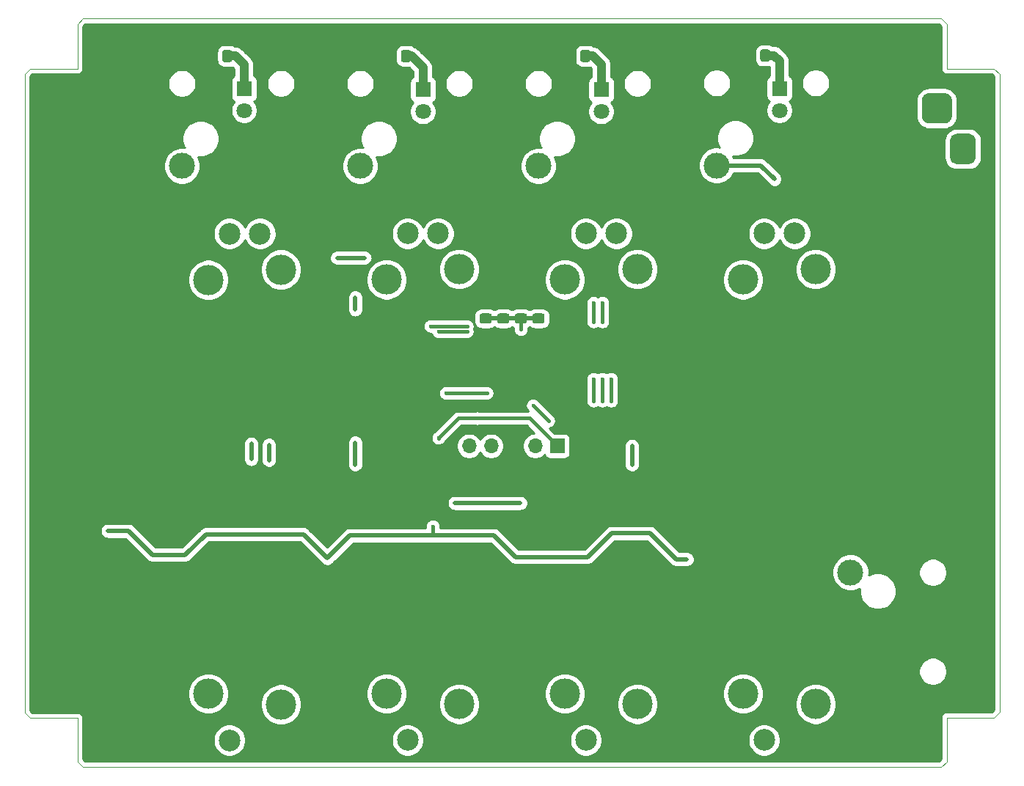
<source format=gbr>
%TF.GenerationSoftware,KiCad,Pcbnew,5.1.6-c6e7f7d~87~ubuntu18.04.1*%
%TF.CreationDate,2020-10-23T07:39:38+01:00*%
%TF.ProjectId,ActiveSplitterPedalWithDigitalPeakDetector,41637469-7665-4537-906c-697474657250,rev?*%
%TF.SameCoordinates,Original*%
%TF.FileFunction,Copper,L2,Bot*%
%TF.FilePolarity,Positive*%
%FSLAX46Y46*%
G04 Gerber Fmt 4.6, Leading zero omitted, Abs format (unit mm)*
G04 Created by KiCad (PCBNEW 5.1.6-c6e7f7d~87~ubuntu18.04.1) date 2020-10-23 07:39:38*
%MOMM*%
%LPD*%
G01*
G04 APERTURE LIST*
%TA.AperFunction,Profile*%
%ADD10C,0.050000*%
%TD*%
%TA.AperFunction,ComponentPad*%
%ADD11C,2.500000*%
%TD*%
%TA.AperFunction,ComponentPad*%
%ADD12C,3.500000*%
%TD*%
%TA.AperFunction,ComponentPad*%
%ADD13O,1.700000X1.700000*%
%TD*%
%TA.AperFunction,ComponentPad*%
%ADD14R,1.700000X1.700000*%
%TD*%
%TA.AperFunction,ComponentPad*%
%ADD15C,1.800000*%
%TD*%
%TA.AperFunction,ComponentPad*%
%ADD16R,1.800000X1.800000*%
%TD*%
%TA.AperFunction,ComponentPad*%
%ADD17C,3.000000*%
%TD*%
%TA.AperFunction,ComponentPad*%
%ADD18R,3.500000X3.500000*%
%TD*%
%TA.AperFunction,ViaPad*%
%ADD19C,0.450000*%
%TD*%
%TA.AperFunction,Conductor*%
%ADD20C,0.400000*%
%TD*%
%TA.AperFunction,Conductor*%
%ADD21C,0.500000*%
%TD*%
%TA.AperFunction,Conductor*%
%ADD22C,1.000000*%
%TD*%
%TA.AperFunction,Conductor*%
%ADD23C,0.254000*%
%TD*%
G04 APERTURE END LIST*
D10*
X186309000Y-130429000D02*
X185674000Y-131064000D01*
X186309000Y-125349000D02*
X186309000Y-130429000D01*
X191770000Y-125349000D02*
X186309000Y-125349000D01*
X192405000Y-124714000D02*
X191770000Y-125349000D01*
X192405000Y-51054000D02*
X192405000Y-124714000D01*
X191770000Y-50419000D02*
X192405000Y-51054000D01*
X186309000Y-50419000D02*
X191770000Y-50419000D01*
X186309000Y-45275500D02*
X186309000Y-50419000D01*
X185674000Y-44640500D02*
X186309000Y-45275500D01*
X86614000Y-44640500D02*
X185674000Y-44640500D01*
X85979000Y-45275500D02*
X86614000Y-44640500D01*
X85979000Y-50419000D02*
X85979000Y-45275500D01*
X80518000Y-50419000D02*
X85979000Y-50419000D01*
X79883000Y-51054000D02*
X80518000Y-50419000D01*
X79883000Y-124777500D02*
X79883000Y-51054000D01*
X80518000Y-125412500D02*
X79883000Y-124777500D01*
X85979000Y-125412500D02*
X80518000Y-125412500D01*
X85979000Y-130429000D02*
X85979000Y-125412500D01*
X86614000Y-131064000D02*
X85979000Y-130429000D01*
X185674000Y-131064000D02*
X86614000Y-131064000D01*
D11*
%TO.P,RV2,1*%
%TO.N,Net-(R12-Pad2)*%
X124104400Y-69443600D03*
%TO.P,RV2,2*%
X127609600Y-69443600D03*
%TO.P,RV2,3*%
%TO.N,Net-(C25-Pad2)*%
X124104400Y-127939800D03*
D12*
%TO.P,RV2,*%
%TO.N,*%
X121666000Y-74777600D03*
X130022600Y-73583800D03*
X121666000Y-122580400D03*
X130048000Y-123799600D03*
%TD*%
%TO.P,C30,2*%
%TO.N,GNDS*%
%TA.AperFunction,SMDPad,CuDef*%
G36*
G01*
X139642001Y-77782000D02*
X138741999Y-77782000D01*
G75*
G02*
X138492000Y-77532001I0J249999D01*
G01*
X138492000Y-76881999D01*
G75*
G02*
X138741999Y-76632000I249999J0D01*
G01*
X139642001Y-76632000D01*
G75*
G02*
X139892000Y-76881999I0J-249999D01*
G01*
X139892000Y-77532001D01*
G75*
G02*
X139642001Y-77782000I-249999J0D01*
G01*
G37*
%TD.AperFunction*%
%TO.P,C30,1*%
%TO.N,+3V3*%
%TA.AperFunction,SMDPad,CuDef*%
G36*
G01*
X139642001Y-79832000D02*
X138741999Y-79832000D01*
G75*
G02*
X138492000Y-79582001I0J249999D01*
G01*
X138492000Y-78931999D01*
G75*
G02*
X138741999Y-78682000I249999J0D01*
G01*
X139642001Y-78682000D01*
G75*
G02*
X139892000Y-78931999I0J-249999D01*
G01*
X139892000Y-79582001D01*
G75*
G02*
X139642001Y-79832000I-249999J0D01*
G01*
G37*
%TD.AperFunction*%
%TD*%
%TO.P,R4,2*%
%TO.N,Net-(D14-Pad1)*%
%TA.AperFunction,SMDPad,CuDef*%
G36*
G01*
X164788000Y-49345001D02*
X164788000Y-48444999D01*
G75*
G02*
X165037999Y-48195000I249999J0D01*
G01*
X165688001Y-48195000D01*
G75*
G02*
X165938000Y-48444999I0J-249999D01*
G01*
X165938000Y-49345001D01*
G75*
G02*
X165688001Y-49595000I-249999J0D01*
G01*
X165037999Y-49595000D01*
G75*
G02*
X164788000Y-49345001I0J249999D01*
G01*
G37*
%TD.AperFunction*%
%TO.P,R4,1*%
%TO.N,GNDS*%
%TA.AperFunction,SMDPad,CuDef*%
G36*
G01*
X162738000Y-49345001D02*
X162738000Y-48444999D01*
G75*
G02*
X162987999Y-48195000I249999J0D01*
G01*
X163638001Y-48195000D01*
G75*
G02*
X163888000Y-48444999I0J-249999D01*
G01*
X163888000Y-49345001D01*
G75*
G02*
X163638001Y-49595000I-249999J0D01*
G01*
X162987999Y-49595000D01*
G75*
G02*
X162738000Y-49345001I0J249999D01*
G01*
G37*
%TD.AperFunction*%
%TD*%
%TO.P,R3,2*%
%TO.N,Net-(D10-Pad1)*%
%TA.AperFunction,SMDPad,CuDef*%
G36*
G01*
X144023500Y-49408501D02*
X144023500Y-48508499D01*
G75*
G02*
X144273499Y-48258500I249999J0D01*
G01*
X144923501Y-48258500D01*
G75*
G02*
X145173500Y-48508499I0J-249999D01*
G01*
X145173500Y-49408501D01*
G75*
G02*
X144923501Y-49658500I-249999J0D01*
G01*
X144273499Y-49658500D01*
G75*
G02*
X144023500Y-49408501I0J249999D01*
G01*
G37*
%TD.AperFunction*%
%TO.P,R3,1*%
%TO.N,GNDS*%
%TA.AperFunction,SMDPad,CuDef*%
G36*
G01*
X141973500Y-49408501D02*
X141973500Y-48508499D01*
G75*
G02*
X142223499Y-48258500I249999J0D01*
G01*
X142873501Y-48258500D01*
G75*
G02*
X143123500Y-48508499I0J-249999D01*
G01*
X143123500Y-49408501D01*
G75*
G02*
X142873501Y-49658500I-249999J0D01*
G01*
X142223499Y-49658500D01*
G75*
G02*
X141973500Y-49408501I0J249999D01*
G01*
G37*
%TD.AperFunction*%
%TD*%
%TO.P,R2,2*%
%TO.N,Net-(D2-Pad1)*%
%TA.AperFunction,SMDPad,CuDef*%
G36*
G01*
X123322500Y-49408501D02*
X123322500Y-48508499D01*
G75*
G02*
X123572499Y-48258500I249999J0D01*
G01*
X124222501Y-48258500D01*
G75*
G02*
X124472500Y-48508499I0J-249999D01*
G01*
X124472500Y-49408501D01*
G75*
G02*
X124222501Y-49658500I-249999J0D01*
G01*
X123572499Y-49658500D01*
G75*
G02*
X123322500Y-49408501I0J249999D01*
G01*
G37*
%TD.AperFunction*%
%TO.P,R2,1*%
%TO.N,GNDS*%
%TA.AperFunction,SMDPad,CuDef*%
G36*
G01*
X121272500Y-49408501D02*
X121272500Y-48508499D01*
G75*
G02*
X121522499Y-48258500I249999J0D01*
G01*
X122172501Y-48258500D01*
G75*
G02*
X122422500Y-48508499I0J-249999D01*
G01*
X122422500Y-49408501D01*
G75*
G02*
X122172501Y-49658500I-249999J0D01*
G01*
X121522499Y-49658500D01*
G75*
G02*
X121272500Y-49408501I0J249999D01*
G01*
G37*
%TD.AperFunction*%
%TD*%
%TO.P,R1,2*%
%TO.N,Net-(D1-Pad1)*%
%TA.AperFunction,SMDPad,CuDef*%
G36*
G01*
X102685000Y-49408501D02*
X102685000Y-48508499D01*
G75*
G02*
X102934999Y-48258500I249999J0D01*
G01*
X103585001Y-48258500D01*
G75*
G02*
X103835000Y-48508499I0J-249999D01*
G01*
X103835000Y-49408501D01*
G75*
G02*
X103585001Y-49658500I-249999J0D01*
G01*
X102934999Y-49658500D01*
G75*
G02*
X102685000Y-49408501I0J249999D01*
G01*
G37*
%TD.AperFunction*%
%TO.P,R1,1*%
%TO.N,GNDS*%
%TA.AperFunction,SMDPad,CuDef*%
G36*
G01*
X100635000Y-49408501D02*
X100635000Y-48508499D01*
G75*
G02*
X100884999Y-48258500I249999J0D01*
G01*
X101535001Y-48258500D01*
G75*
G02*
X101785000Y-48508499I0J-249999D01*
G01*
X101785000Y-49408501D01*
G75*
G02*
X101535001Y-49658500I-249999J0D01*
G01*
X100884999Y-49658500D01*
G75*
G02*
X100635000Y-49408501I0J249999D01*
G01*
G37*
%TD.AperFunction*%
%TD*%
D13*
%TO.P,J7,5*%
%TO.N,/PeakDetectorMCU/NRST*%
X131191000Y-93980000D03*
%TO.P,J7,4*%
%TO.N,/PeakDetectorMCU/SYS_SWDIO*%
X133731000Y-93980000D03*
%TO.P,J7,3*%
%TO.N,GNDS*%
X136271000Y-93980000D03*
%TO.P,J7,2*%
%TO.N,/PeakDetectorMCU/SYS_SWCLK*%
X138811000Y-93980000D03*
D14*
%TO.P,J7,1*%
%TO.N,+3V3*%
X141351000Y-93980000D03*
%TD*%
D15*
%TO.P,D14,2*%
%TO.N,/PeakDetectorMCU/PEAK_OUT_PWM1*%
X167005000Y-55245000D03*
D16*
%TO.P,D14,1*%
%TO.N,Net-(D14-Pad1)*%
X167005000Y-52705000D03*
%TD*%
D15*
%TO.P,D10,2*%
%TO.N,/PeakDetectorMCU/PEAK_OUT_PWM2*%
X146431000Y-55372000D03*
D16*
%TO.P,D10,1*%
%TO.N,Net-(D10-Pad1)*%
X146431000Y-52832000D03*
%TD*%
D15*
%TO.P,D2,2*%
%TO.N,/PeakDetectorMCU/PEAK_OUT_PWM3*%
X125857000Y-55372000D03*
D16*
%TO.P,D2,1*%
%TO.N,Net-(D2-Pad1)*%
X125857000Y-52832000D03*
%TD*%
D15*
%TO.P,D1,2*%
%TO.N,/PeakDetectorMCU/PEAK_OUT_PWM4*%
X105219500Y-55245000D03*
D16*
%TO.P,D1,1*%
%TO.N,Net-(D1-Pad1)*%
X105219500Y-52705000D03*
%TD*%
%TO.P,C31,2*%
%TO.N,GNDS*%
%TA.AperFunction,SMDPad,CuDef*%
G36*
G01*
X137610001Y-77782000D02*
X136709999Y-77782000D01*
G75*
G02*
X136460000Y-77532001I0J249999D01*
G01*
X136460000Y-76881999D01*
G75*
G02*
X136709999Y-76632000I249999J0D01*
G01*
X137610001Y-76632000D01*
G75*
G02*
X137860000Y-76881999I0J-249999D01*
G01*
X137860000Y-77532001D01*
G75*
G02*
X137610001Y-77782000I-249999J0D01*
G01*
G37*
%TD.AperFunction*%
%TO.P,C31,1*%
%TO.N,+3V3*%
%TA.AperFunction,SMDPad,CuDef*%
G36*
G01*
X137610001Y-79832000D02*
X136709999Y-79832000D01*
G75*
G02*
X136460000Y-79582001I0J249999D01*
G01*
X136460000Y-78931999D01*
G75*
G02*
X136709999Y-78682000I249999J0D01*
G01*
X137610001Y-78682000D01*
G75*
G02*
X137860000Y-78931999I0J-249999D01*
G01*
X137860000Y-79582001D01*
G75*
G02*
X137610001Y-79832000I-249999J0D01*
G01*
G37*
%TD.AperFunction*%
%TD*%
%TO.P,C29,2*%
%TO.N,GNDS*%
%TA.AperFunction,SMDPad,CuDef*%
G36*
G01*
X135578001Y-77782000D02*
X134677999Y-77782000D01*
G75*
G02*
X134428000Y-77532001I0J249999D01*
G01*
X134428000Y-76881999D01*
G75*
G02*
X134677999Y-76632000I249999J0D01*
G01*
X135578001Y-76632000D01*
G75*
G02*
X135828000Y-76881999I0J-249999D01*
G01*
X135828000Y-77532001D01*
G75*
G02*
X135578001Y-77782000I-249999J0D01*
G01*
G37*
%TD.AperFunction*%
%TO.P,C29,1*%
%TO.N,+3V3*%
%TA.AperFunction,SMDPad,CuDef*%
G36*
G01*
X135578001Y-79832000D02*
X134677999Y-79832000D01*
G75*
G02*
X134428000Y-79582001I0J249999D01*
G01*
X134428000Y-78931999D01*
G75*
G02*
X134677999Y-78682000I249999J0D01*
G01*
X135578001Y-78682000D01*
G75*
G02*
X135828000Y-78931999I0J-249999D01*
G01*
X135828000Y-79582001D01*
G75*
G02*
X135578001Y-79832000I-249999J0D01*
G01*
G37*
%TD.AperFunction*%
%TD*%
%TO.P,C22,2*%
%TO.N,GNDS*%
%TA.AperFunction,SMDPad,CuDef*%
G36*
G01*
X133546001Y-77782000D02*
X132645999Y-77782000D01*
G75*
G02*
X132396000Y-77532001I0J249999D01*
G01*
X132396000Y-76881999D01*
G75*
G02*
X132645999Y-76632000I249999J0D01*
G01*
X133546001Y-76632000D01*
G75*
G02*
X133796000Y-76881999I0J-249999D01*
G01*
X133796000Y-77532001D01*
G75*
G02*
X133546001Y-77782000I-249999J0D01*
G01*
G37*
%TD.AperFunction*%
%TO.P,C22,1*%
%TO.N,+3V3*%
%TA.AperFunction,SMDPad,CuDef*%
G36*
G01*
X133546001Y-79832000D02*
X132645999Y-79832000D01*
G75*
G02*
X132396000Y-79582001I0J249999D01*
G01*
X132396000Y-78931999D01*
G75*
G02*
X132645999Y-78682000I249999J0D01*
G01*
X133546001Y-78682000D01*
G75*
G02*
X133796000Y-78931999I0J-249999D01*
G01*
X133796000Y-79582001D01*
G75*
G02*
X133546001Y-79832000I-249999J0D01*
G01*
G37*
%TD.AperFunction*%
%TD*%
D11*
%TO.P,RV3,1*%
%TO.N,Net-(R18-Pad2)*%
X144678400Y-69443600D03*
%TO.P,RV3,2*%
X148183600Y-69443600D03*
%TO.P,RV3,3*%
%TO.N,Net-(C36-Pad2)*%
X144678400Y-127939800D03*
D12*
%TO.P,RV3,*%
%TO.N,*%
X142240000Y-74777600D03*
X150596600Y-73583800D03*
X142240000Y-122580400D03*
X150622000Y-123799600D03*
%TD*%
D11*
%TO.P,RV1,1*%
%TO.N,Net-(R6-Pad2)*%
X103530400Y-69469000D03*
%TO.P,RV1,2*%
X107035600Y-69469000D03*
%TO.P,RV1,3*%
%TO.N,Net-(C14-Pad2)*%
X103530400Y-127965200D03*
D12*
%TO.P,RV1,*%
%TO.N,*%
X101092000Y-74803000D03*
X109448600Y-73609200D03*
X101092000Y-122605800D03*
X109474000Y-123825000D03*
%TD*%
D11*
%TO.P,RV4,1*%
%TO.N,Net-(R24-Pad2)*%
X165252400Y-69443600D03*
%TO.P,RV4,2*%
X168757600Y-69443600D03*
%TO.P,RV4,3*%
%TO.N,Net-(C47-Pad2)*%
X165252400Y-127939800D03*
D12*
%TO.P,RV4,*%
%TO.N,*%
X162814000Y-74777600D03*
X171170600Y-73583800D03*
X162814000Y-122580400D03*
X171196000Y-123799600D03*
%TD*%
D17*
%TO.P,J6,1*%
%TO.N,/PEAK_IN_BUF4*%
X159766000Y-61595000D03*
%TO.P,J6,2*%
%TO.N,GNDS*%
X171196000Y-61595000D03*
%TO.P,J6,3*%
X171196000Y-48895000D03*
%TO.P,J6,4*%
X159766000Y-48895000D03*
%TD*%
%TO.P,J5,1*%
%TO.N,/PEAK_IN_BUF3*%
X139192000Y-61658500D03*
%TO.P,J5,2*%
%TO.N,GNDS*%
X150622000Y-61658500D03*
%TO.P,J5,3*%
X150622000Y-48958500D03*
%TO.P,J5,4*%
X139192000Y-48958500D03*
%TD*%
%TO.P,J4,1*%
%TO.N,/PEAK_IN_BUF2*%
X118618000Y-61658500D03*
%TO.P,J4,2*%
%TO.N,GNDS*%
X130048000Y-61658500D03*
%TO.P,J4,3*%
X130048000Y-48958500D03*
%TO.P,J4,4*%
X118618000Y-48958500D03*
%TD*%
%TO.P,J3,1*%
%TO.N,/PEAK_IN_BUF1*%
X98044000Y-61658500D03*
%TO.P,J3,2*%
%TO.N,GNDS*%
X109474000Y-61658500D03*
%TO.P,J3,3*%
X109474000Y-48958500D03*
%TO.P,J3,4*%
X98044000Y-48958500D03*
%TD*%
%TO.P,J1,1*%
%TO.N,/InputBufferAndGain1/SIGNAL_INPUT*%
X175196500Y-108585000D03*
%TO.P,J1,2*%
%TO.N,GNDS*%
X175196500Y-120015000D03*
%TO.P,J1,3*%
X187896500Y-120015000D03*
%TO.P,J1,4*%
X187896500Y-108585000D03*
%TD*%
%TO.P,J2,3*%
%TO.N,N/C*%
%TA.AperFunction,ComponentPad*%
G36*
G01*
X186931500Y-54115000D02*
X186931500Y-55865000D01*
G75*
G02*
X186056500Y-56740000I-875000J0D01*
G01*
X184306500Y-56740000D01*
G75*
G02*
X183431500Y-55865000I0J875000D01*
G01*
X183431500Y-54115000D01*
G75*
G02*
X184306500Y-53240000I875000J0D01*
G01*
X186056500Y-53240000D01*
G75*
G02*
X186931500Y-54115000I0J-875000D01*
G01*
G37*
%TD.AperFunction*%
%TO.P,J2,2*%
%TO.N,/PowerSupply/+9V_IN*%
%TA.AperFunction,ComponentPad*%
G36*
G01*
X189681500Y-58690000D02*
X189681500Y-60690000D01*
G75*
G02*
X188931500Y-61440000I-750000J0D01*
G01*
X187431500Y-61440000D01*
G75*
G02*
X186681500Y-60690000I0J750000D01*
G01*
X186681500Y-58690000D01*
G75*
G02*
X187431500Y-57940000I750000J0D01*
G01*
X188931500Y-57940000D01*
G75*
G02*
X189681500Y-58690000I0J-750000D01*
G01*
G37*
%TD.AperFunction*%
D18*
%TO.P,J2,1*%
%TO.N,GNDS*%
X182181500Y-59690000D03*
%TD*%
D19*
%TO.N,GNDS*%
X187325000Y-85725000D03*
X187325000Y-88265000D03*
X145923000Y-110428000D03*
X166497000Y-110555000D03*
X125222000Y-110428000D03*
X183515000Y-83820000D03*
X185420000Y-83820000D03*
X187325000Y-83820000D03*
X183515000Y-85725000D03*
X185420000Y-85725000D03*
X185420000Y-88265000D03*
X183515000Y-88265000D03*
X183515000Y-90170000D03*
X185420000Y-90170000D03*
X187325000Y-90170000D03*
X189230000Y-88265000D03*
X189230000Y-85725000D03*
X189230000Y-83820000D03*
X189230000Y-90170000D03*
X189230000Y-92075000D03*
X187325000Y-92075000D03*
X185420000Y-92075000D03*
X183515000Y-92075000D03*
X189230000Y-81915000D03*
X187325000Y-81915000D03*
X185420000Y-81915000D03*
X183515000Y-81915000D03*
X100584000Y-100457000D03*
X96139000Y-102997000D03*
X116459000Y-103378000D03*
X120904000Y-100838000D03*
X137795000Y-103505000D03*
X157734000Y-103632000D03*
X104902000Y-109982000D03*
X153192000Y-107412000D03*
X91694000Y-107442000D03*
X112014000Y-107442000D03*
X132969000Y-107569000D03*
X141573000Y-84614000D03*
X130435000Y-89414000D03*
X130683000Y-97790000D03*
X109728000Y-97028000D03*
X89408000Y-96774000D03*
X151003000Y-96901000D03*
X142113000Y-100965000D03*
X162560004Y-100965000D03*
X175895000Y-99060000D03*
%TO.N,Net-(R18-Pad2)*%
X137096500Y-100584000D03*
X146558000Y-88773000D03*
X146558000Y-86233000D03*
X146558000Y-79629000D03*
X146558000Y-77470000D03*
X129540000Y-100584000D03*
%TO.N,Net-(R12-Pad2)*%
X108076994Y-93853000D03*
X108077000Y-95631002D03*
X119126000Y-72263000D03*
X115951000Y-72263004D03*
%TO.N,Net-(R24-Pad2)*%
X149987000Y-96139000D03*
X149987000Y-93980000D03*
%TO.N,+3V3*%
X151046000Y-104056000D03*
X130726000Y-104310000D03*
X109685000Y-104183000D03*
X89492000Y-103802000D03*
X94624000Y-106562000D03*
X114817000Y-106943000D03*
X136534000Y-106816000D03*
X156328000Y-107070000D03*
X132096000Y-90789000D03*
X137160000Y-80518000D03*
X127698500Y-93027500D03*
X127000000Y-103251000D03*
%TO.N,/PeakDetectorMCU/PEAK_IN_ADC1*%
X130937000Y-80137000D03*
X126745988Y-80137000D03*
%TO.N,/PeakDetectorMCU/PEAK_IN_ADC2*%
X130937000Y-80772000D03*
X127644331Y-80781331D03*
%TO.N,/PeakDetectorMCU/PEAK_IN_ADC3*%
X133222998Y-87884000D03*
X128524000Y-87884000D03*
%TO.N,/PEAK_IN_BUF1*%
X106045000Y-95503996D03*
X106045000Y-93726000D03*
%TO.N,/PeakDetectorMCU/PEAK_IN_ADC4*%
X147574000Y-88773000D03*
X147574000Y-86233000D03*
%TO.N,/PEAK_IN_BUF2*%
X118046500Y-76835000D03*
X118046500Y-78232000D03*
X118046504Y-93599000D03*
X118046500Y-96139000D03*
%TO.N,/PEAK_IN_BUF3*%
X145542000Y-86233000D03*
X145542000Y-88773000D03*
X145542000Y-79628998D03*
X145542000Y-77470000D03*
%TO.N,/PEAK_IN_BUF4*%
X166433500Y-63182500D03*
%TO.N,/PeakDetectorMCU/NRST*%
X138557000Y-89281000D03*
X140335000Y-91059006D03*
%TD*%
D20*
%TO.N,Net-(R18-Pad2)*%
X146558000Y-88773000D02*
X146558000Y-86233000D01*
X146558000Y-79629000D02*
X146558000Y-77470000D01*
D21*
X137096500Y-100584000D02*
X129540000Y-100584000D01*
D20*
%TO.N,Net-(R12-Pad2)*%
X127508000Y-69469000D02*
X127457200Y-69519800D01*
D21*
X108076994Y-93853000D02*
X108076994Y-95630996D01*
X108076994Y-95630996D02*
X108077000Y-95631002D01*
X115951004Y-72263000D02*
X115951000Y-72263004D01*
X119126000Y-72263000D02*
X115951004Y-72263000D01*
%TO.N,Net-(R24-Pad2)*%
X149987000Y-96139000D02*
X149987000Y-93980000D01*
%TO.N,+3V3*%
X137166000Y-79263000D02*
X137160000Y-79257000D01*
X135128000Y-79257000D02*
X137160000Y-79257000D01*
X133096000Y-79257000D02*
X135128000Y-79257000D01*
X139192000Y-79257000D02*
X137160000Y-79257000D01*
X152062000Y-104056000D02*
X151046000Y-104056000D01*
X155076000Y-107070000D02*
X152062000Y-104056000D01*
X156328000Y-107070000D02*
X155076000Y-107070000D01*
X151046000Y-104056000D02*
X147658000Y-104056000D01*
X144898000Y-106816000D02*
X136534000Y-106816000D01*
X147658000Y-104056000D02*
X144898000Y-106816000D01*
X134028000Y-104310000D02*
X136534000Y-106816000D01*
X130726000Y-104310000D02*
X134028000Y-104310000D01*
X117450000Y-104310000D02*
X114817000Y-106943000D01*
X112057000Y-104183000D02*
X114817000Y-106943000D01*
X109685000Y-104183000D02*
X112057000Y-104183000D01*
X98416000Y-106562000D02*
X94624000Y-106562000D01*
X100795000Y-104183000D02*
X98416000Y-106562000D01*
X109685000Y-104183000D02*
X100795000Y-104183000D01*
X91864000Y-103802000D02*
X94624000Y-106562000D01*
X89492000Y-103802000D02*
X91864000Y-103802000D01*
X125814000Y-104310000D02*
X117450000Y-104310000D01*
D20*
X138160000Y-90789000D02*
X141351000Y-93980000D01*
X132096000Y-90789000D02*
X138160000Y-90789000D01*
X137160000Y-80518000D02*
X137160000Y-79257000D01*
X132096000Y-90789000D02*
X129937000Y-90789000D01*
D21*
X126408000Y-104310000D02*
X125814000Y-104310000D01*
X130726000Y-104310000D02*
X126408000Y-104310000D01*
D20*
X127698500Y-93027500D02*
X127635000Y-93091000D01*
X129937000Y-90789000D02*
X127698500Y-93027500D01*
X127000000Y-104140000D02*
X127000000Y-103251000D01*
X126830000Y-104310000D02*
X127000000Y-104140000D01*
X126365000Y-104310000D02*
X126830000Y-104310000D01*
%TO.N,/PeakDetectorMCU/PEAK_IN_ADC1*%
X130937000Y-80137000D02*
X126745988Y-80137000D01*
%TO.N,/PeakDetectorMCU/PEAK_IN_ADC2*%
X127644331Y-80781331D02*
X130927669Y-80781331D01*
X130927669Y-80781331D02*
X130937000Y-80772000D01*
%TO.N,/PeakDetectorMCU/PEAK_IN_ADC3*%
X133222998Y-87884000D02*
X128524000Y-87884000D01*
D21*
%TO.N,/PEAK_IN_BUF1*%
X106045000Y-95503996D02*
X106045000Y-93726000D01*
D20*
%TO.N,/PeakDetectorMCU/PEAK_IN_ADC4*%
X147574000Y-88773000D02*
X147574000Y-86233000D01*
D21*
%TO.N,/PEAK_IN_BUF2*%
X118046500Y-76835000D02*
X118046500Y-78232000D01*
X118046504Y-96138996D02*
X118046500Y-96139000D01*
X118046504Y-93599000D02*
X118046504Y-96138996D01*
%TO.N,/PEAK_IN_BUF3*%
X139192000Y-61607700D02*
X139141200Y-61658500D01*
D20*
X145542000Y-86233000D02*
X145542000Y-88773000D01*
X145542000Y-79628998D02*
X145542000Y-77470000D01*
D21*
%TO.N,/PEAK_IN_BUF4*%
X164846000Y-61595000D02*
X159766000Y-61595000D01*
X166433500Y-63182500D02*
X164846000Y-61595000D01*
D22*
%TO.N,Net-(D1-Pad1)*%
X103260000Y-48958500D02*
X104203500Y-48958500D01*
X105219500Y-49974500D02*
X105219500Y-52705000D01*
X104203500Y-48958500D02*
X105219500Y-49974500D01*
%TO.N,Net-(D2-Pad1)*%
X123897500Y-48958500D02*
X124523500Y-48958500D01*
X125857000Y-50292000D02*
X125857000Y-52832000D01*
X124523500Y-48958500D02*
X125857000Y-50292000D01*
%TO.N,Net-(D10-Pad1)*%
X144598500Y-48958500D02*
X145478500Y-48958500D01*
X146431000Y-49911000D02*
X146431000Y-52832000D01*
X145478500Y-48958500D02*
X146431000Y-49911000D01*
%TO.N,Net-(D14-Pad1)*%
X165363000Y-48895000D02*
X166370000Y-48895000D01*
X167005000Y-49530000D02*
X167005000Y-52705000D01*
X166370000Y-48895000D02*
X167005000Y-49530000D01*
D20*
%TO.N,/PeakDetectorMCU/NRST*%
X140335000Y-91059000D02*
X140335000Y-91059006D01*
X138557000Y-89281000D02*
X140335000Y-91059000D01*
%TD*%
D23*
%TO.N,GNDS*%
G36*
X185649000Y-45548881D02*
G01*
X185649001Y-50386571D01*
X185645807Y-50419000D01*
X185658550Y-50548383D01*
X185696290Y-50672793D01*
X185757575Y-50787450D01*
X185840052Y-50887948D01*
X185940550Y-50970425D01*
X186055207Y-51031710D01*
X186179617Y-51069450D01*
X186276581Y-51079000D01*
X186309000Y-51082193D01*
X186341419Y-51079000D01*
X191496620Y-51079000D01*
X191745000Y-51327381D01*
X191745001Y-124440618D01*
X191496620Y-124689000D01*
X186341419Y-124689000D01*
X186309000Y-124685807D01*
X186179617Y-124698550D01*
X186055207Y-124736290D01*
X185940550Y-124797575D01*
X185840052Y-124880052D01*
X185757575Y-124980550D01*
X185696290Y-125095207D01*
X185658550Y-125219617D01*
X185645807Y-125349000D01*
X185649000Y-125381419D01*
X185649001Y-130155618D01*
X185400620Y-130404000D01*
X86887381Y-130404000D01*
X86639000Y-130155620D01*
X86639000Y-127779544D01*
X101645400Y-127779544D01*
X101645400Y-128150856D01*
X101717839Y-128515034D01*
X101859934Y-128858082D01*
X102066225Y-129166818D01*
X102328782Y-129429375D01*
X102637518Y-129635666D01*
X102980566Y-129777761D01*
X103344744Y-129850200D01*
X103716056Y-129850200D01*
X104080234Y-129777761D01*
X104423282Y-129635666D01*
X104732018Y-129429375D01*
X104994575Y-129166818D01*
X105200866Y-128858082D01*
X105342961Y-128515034D01*
X105415400Y-128150856D01*
X105415400Y-127779544D01*
X105410348Y-127754144D01*
X122219400Y-127754144D01*
X122219400Y-128125456D01*
X122291839Y-128489634D01*
X122433934Y-128832682D01*
X122640225Y-129141418D01*
X122902782Y-129403975D01*
X123211518Y-129610266D01*
X123554566Y-129752361D01*
X123918744Y-129824800D01*
X124290056Y-129824800D01*
X124654234Y-129752361D01*
X124997282Y-129610266D01*
X125306018Y-129403975D01*
X125568575Y-129141418D01*
X125774866Y-128832682D01*
X125916961Y-128489634D01*
X125989400Y-128125456D01*
X125989400Y-127754144D01*
X142793400Y-127754144D01*
X142793400Y-128125456D01*
X142865839Y-128489634D01*
X143007934Y-128832682D01*
X143214225Y-129141418D01*
X143476782Y-129403975D01*
X143785518Y-129610266D01*
X144128566Y-129752361D01*
X144492744Y-129824800D01*
X144864056Y-129824800D01*
X145228234Y-129752361D01*
X145571282Y-129610266D01*
X145880018Y-129403975D01*
X146142575Y-129141418D01*
X146348866Y-128832682D01*
X146490961Y-128489634D01*
X146563400Y-128125456D01*
X146563400Y-127754144D01*
X163367400Y-127754144D01*
X163367400Y-128125456D01*
X163439839Y-128489634D01*
X163581934Y-128832682D01*
X163788225Y-129141418D01*
X164050782Y-129403975D01*
X164359518Y-129610266D01*
X164702566Y-129752361D01*
X165066744Y-129824800D01*
X165438056Y-129824800D01*
X165802234Y-129752361D01*
X166145282Y-129610266D01*
X166454018Y-129403975D01*
X166716575Y-129141418D01*
X166922866Y-128832682D01*
X167064961Y-128489634D01*
X167137400Y-128125456D01*
X167137400Y-127754144D01*
X167064961Y-127389966D01*
X166922866Y-127046918D01*
X166716575Y-126738182D01*
X166454018Y-126475625D01*
X166145282Y-126269334D01*
X165802234Y-126127239D01*
X165438056Y-126054800D01*
X165066744Y-126054800D01*
X164702566Y-126127239D01*
X164359518Y-126269334D01*
X164050782Y-126475625D01*
X163788225Y-126738182D01*
X163581934Y-127046918D01*
X163439839Y-127389966D01*
X163367400Y-127754144D01*
X146563400Y-127754144D01*
X146490961Y-127389966D01*
X146348866Y-127046918D01*
X146142575Y-126738182D01*
X145880018Y-126475625D01*
X145571282Y-126269334D01*
X145228234Y-126127239D01*
X144864056Y-126054800D01*
X144492744Y-126054800D01*
X144128566Y-126127239D01*
X143785518Y-126269334D01*
X143476782Y-126475625D01*
X143214225Y-126738182D01*
X143007934Y-127046918D01*
X142865839Y-127389966D01*
X142793400Y-127754144D01*
X125989400Y-127754144D01*
X125916961Y-127389966D01*
X125774866Y-127046918D01*
X125568575Y-126738182D01*
X125306018Y-126475625D01*
X124997282Y-126269334D01*
X124654234Y-126127239D01*
X124290056Y-126054800D01*
X123918744Y-126054800D01*
X123554566Y-126127239D01*
X123211518Y-126269334D01*
X122902782Y-126475625D01*
X122640225Y-126738182D01*
X122433934Y-127046918D01*
X122291839Y-127389966D01*
X122219400Y-127754144D01*
X105410348Y-127754144D01*
X105342961Y-127415366D01*
X105200866Y-127072318D01*
X104994575Y-126763582D01*
X104732018Y-126501025D01*
X104423282Y-126294734D01*
X104080234Y-126152639D01*
X103716056Y-126080200D01*
X103344744Y-126080200D01*
X102980566Y-126152639D01*
X102637518Y-126294734D01*
X102328782Y-126501025D01*
X102066225Y-126763582D01*
X101859934Y-127072318D01*
X101717839Y-127415366D01*
X101645400Y-127779544D01*
X86639000Y-127779544D01*
X86639000Y-125444919D01*
X86642193Y-125412500D01*
X86629450Y-125283117D01*
X86591710Y-125158707D01*
X86530425Y-125044050D01*
X86447948Y-124943552D01*
X86347450Y-124861075D01*
X86232793Y-124799790D01*
X86108383Y-124762050D01*
X86011419Y-124752500D01*
X85979000Y-124749307D01*
X85946581Y-124752500D01*
X80791381Y-124752500D01*
X80543000Y-124504120D01*
X80543000Y-122370898D01*
X98707000Y-122370898D01*
X98707000Y-122840702D01*
X98798654Y-123301479D01*
X98978440Y-123735521D01*
X99239450Y-124126149D01*
X99571651Y-124458350D01*
X99962279Y-124719360D01*
X100396321Y-124899146D01*
X100857098Y-124990800D01*
X101326902Y-124990800D01*
X101787679Y-124899146D01*
X102221721Y-124719360D01*
X102612349Y-124458350D01*
X102944550Y-124126149D01*
X103205560Y-123735521D01*
X103265796Y-123590098D01*
X107089000Y-123590098D01*
X107089000Y-124059902D01*
X107180654Y-124520679D01*
X107360440Y-124954721D01*
X107621450Y-125345349D01*
X107953651Y-125677550D01*
X108344279Y-125938560D01*
X108778321Y-126118346D01*
X109239098Y-126210000D01*
X109708902Y-126210000D01*
X110169679Y-126118346D01*
X110603721Y-125938560D01*
X110994349Y-125677550D01*
X111326550Y-125345349D01*
X111587560Y-124954721D01*
X111767346Y-124520679D01*
X111859000Y-124059902D01*
X111859000Y-123590098D01*
X111767346Y-123129321D01*
X111587560Y-122695279D01*
X111353844Y-122345498D01*
X119281000Y-122345498D01*
X119281000Y-122815302D01*
X119372654Y-123276079D01*
X119552440Y-123710121D01*
X119813450Y-124100749D01*
X120145651Y-124432950D01*
X120536279Y-124693960D01*
X120970321Y-124873746D01*
X121431098Y-124965400D01*
X121900902Y-124965400D01*
X122361679Y-124873746D01*
X122795721Y-124693960D01*
X123186349Y-124432950D01*
X123518550Y-124100749D01*
X123779560Y-123710121D01*
X123839796Y-123564698D01*
X127663000Y-123564698D01*
X127663000Y-124034502D01*
X127754654Y-124495279D01*
X127934440Y-124929321D01*
X128195450Y-125319949D01*
X128527651Y-125652150D01*
X128918279Y-125913160D01*
X129352321Y-126092946D01*
X129813098Y-126184600D01*
X130282902Y-126184600D01*
X130743679Y-126092946D01*
X131177721Y-125913160D01*
X131568349Y-125652150D01*
X131900550Y-125319949D01*
X132161560Y-124929321D01*
X132341346Y-124495279D01*
X132433000Y-124034502D01*
X132433000Y-123564698D01*
X132341346Y-123103921D01*
X132161560Y-122669879D01*
X131944815Y-122345498D01*
X139855000Y-122345498D01*
X139855000Y-122815302D01*
X139946654Y-123276079D01*
X140126440Y-123710121D01*
X140387450Y-124100749D01*
X140719651Y-124432950D01*
X141110279Y-124693960D01*
X141544321Y-124873746D01*
X142005098Y-124965400D01*
X142474902Y-124965400D01*
X142935679Y-124873746D01*
X143369721Y-124693960D01*
X143760349Y-124432950D01*
X144092550Y-124100749D01*
X144353560Y-123710121D01*
X144413796Y-123564698D01*
X148237000Y-123564698D01*
X148237000Y-124034502D01*
X148328654Y-124495279D01*
X148508440Y-124929321D01*
X148769450Y-125319949D01*
X149101651Y-125652150D01*
X149492279Y-125913160D01*
X149926321Y-126092946D01*
X150387098Y-126184600D01*
X150856902Y-126184600D01*
X151317679Y-126092946D01*
X151751721Y-125913160D01*
X152142349Y-125652150D01*
X152474550Y-125319949D01*
X152735560Y-124929321D01*
X152915346Y-124495279D01*
X153007000Y-124034502D01*
X153007000Y-123564698D01*
X152915346Y-123103921D01*
X152735560Y-122669879D01*
X152518815Y-122345498D01*
X160429000Y-122345498D01*
X160429000Y-122815302D01*
X160520654Y-123276079D01*
X160700440Y-123710121D01*
X160961450Y-124100749D01*
X161293651Y-124432950D01*
X161684279Y-124693960D01*
X162118321Y-124873746D01*
X162579098Y-124965400D01*
X163048902Y-124965400D01*
X163509679Y-124873746D01*
X163943721Y-124693960D01*
X164334349Y-124432950D01*
X164666550Y-124100749D01*
X164927560Y-123710121D01*
X164987796Y-123564698D01*
X168811000Y-123564698D01*
X168811000Y-124034502D01*
X168902654Y-124495279D01*
X169082440Y-124929321D01*
X169343450Y-125319949D01*
X169675651Y-125652150D01*
X170066279Y-125913160D01*
X170500321Y-126092946D01*
X170961098Y-126184600D01*
X171430902Y-126184600D01*
X171891679Y-126092946D01*
X172325721Y-125913160D01*
X172716349Y-125652150D01*
X173048550Y-125319949D01*
X173309560Y-124929321D01*
X173489346Y-124495279D01*
X173581000Y-124034502D01*
X173581000Y-123564698D01*
X173489346Y-123103921D01*
X173309560Y-122669879D01*
X173048550Y-122279251D01*
X172716349Y-121947050D01*
X172325721Y-121686040D01*
X171891679Y-121506254D01*
X171430902Y-121414600D01*
X170961098Y-121414600D01*
X170500321Y-121506254D01*
X170066279Y-121686040D01*
X169675651Y-121947050D01*
X169343450Y-122279251D01*
X169082440Y-122669879D01*
X168902654Y-123103921D01*
X168811000Y-123564698D01*
X164987796Y-123564698D01*
X165107346Y-123276079D01*
X165199000Y-122815302D01*
X165199000Y-122345498D01*
X165107346Y-121884721D01*
X164927560Y-121450679D01*
X164666550Y-121060051D01*
X164334349Y-120727850D01*
X163943721Y-120466840D01*
X163509679Y-120287054D01*
X163048902Y-120195400D01*
X162579098Y-120195400D01*
X162118321Y-120287054D01*
X161684279Y-120466840D01*
X161293651Y-120727850D01*
X160961450Y-121060051D01*
X160700440Y-121450679D01*
X160520654Y-121884721D01*
X160429000Y-122345498D01*
X152518815Y-122345498D01*
X152474550Y-122279251D01*
X152142349Y-121947050D01*
X151751721Y-121686040D01*
X151317679Y-121506254D01*
X150856902Y-121414600D01*
X150387098Y-121414600D01*
X149926321Y-121506254D01*
X149492279Y-121686040D01*
X149101651Y-121947050D01*
X148769450Y-122279251D01*
X148508440Y-122669879D01*
X148328654Y-123103921D01*
X148237000Y-123564698D01*
X144413796Y-123564698D01*
X144533346Y-123276079D01*
X144625000Y-122815302D01*
X144625000Y-122345498D01*
X144533346Y-121884721D01*
X144353560Y-121450679D01*
X144092550Y-121060051D01*
X143760349Y-120727850D01*
X143369721Y-120466840D01*
X142935679Y-120287054D01*
X142474902Y-120195400D01*
X142005098Y-120195400D01*
X141544321Y-120287054D01*
X141110279Y-120466840D01*
X140719651Y-120727850D01*
X140387450Y-121060051D01*
X140126440Y-121450679D01*
X139946654Y-121884721D01*
X139855000Y-122345498D01*
X131944815Y-122345498D01*
X131900550Y-122279251D01*
X131568349Y-121947050D01*
X131177721Y-121686040D01*
X130743679Y-121506254D01*
X130282902Y-121414600D01*
X129813098Y-121414600D01*
X129352321Y-121506254D01*
X128918279Y-121686040D01*
X128527651Y-121947050D01*
X128195450Y-122279251D01*
X127934440Y-122669879D01*
X127754654Y-123103921D01*
X127663000Y-123564698D01*
X123839796Y-123564698D01*
X123959346Y-123276079D01*
X124051000Y-122815302D01*
X124051000Y-122345498D01*
X123959346Y-121884721D01*
X123779560Y-121450679D01*
X123518550Y-121060051D01*
X123186349Y-120727850D01*
X122795721Y-120466840D01*
X122361679Y-120287054D01*
X121900902Y-120195400D01*
X121431098Y-120195400D01*
X120970321Y-120287054D01*
X120536279Y-120466840D01*
X120145651Y-120727850D01*
X119813450Y-121060051D01*
X119552440Y-121450679D01*
X119372654Y-121884721D01*
X119281000Y-122345498D01*
X111353844Y-122345498D01*
X111326550Y-122304651D01*
X110994349Y-121972450D01*
X110603721Y-121711440D01*
X110169679Y-121531654D01*
X109708902Y-121440000D01*
X109239098Y-121440000D01*
X108778321Y-121531654D01*
X108344279Y-121711440D01*
X107953651Y-121972450D01*
X107621450Y-122304651D01*
X107360440Y-122695279D01*
X107180654Y-123129321D01*
X107089000Y-123590098D01*
X103265796Y-123590098D01*
X103385346Y-123301479D01*
X103477000Y-122840702D01*
X103477000Y-122370898D01*
X103385346Y-121910121D01*
X103205560Y-121476079D01*
X102944550Y-121085451D01*
X102612349Y-120753250D01*
X102221721Y-120492240D01*
X101787679Y-120312454D01*
X101326902Y-120220800D01*
X100857098Y-120220800D01*
X100396321Y-120312454D01*
X99962279Y-120492240D01*
X99571651Y-120753250D01*
X99239450Y-121085451D01*
X98978440Y-121476079D01*
X98798654Y-121910121D01*
X98707000Y-122370898D01*
X80543000Y-122370898D01*
X80543000Y-119853967D01*
X183086500Y-119853967D01*
X183086500Y-120176033D01*
X183149332Y-120491912D01*
X183272582Y-120789463D01*
X183451513Y-121057252D01*
X183679248Y-121284987D01*
X183947037Y-121463918D01*
X184244588Y-121587168D01*
X184560467Y-121650000D01*
X184882533Y-121650000D01*
X185198412Y-121587168D01*
X185495963Y-121463918D01*
X185763752Y-121284987D01*
X185991487Y-121057252D01*
X186170418Y-120789463D01*
X186293668Y-120491912D01*
X186356500Y-120176033D01*
X186356500Y-119853967D01*
X186293668Y-119538088D01*
X186170418Y-119240537D01*
X185991487Y-118972748D01*
X185763752Y-118745013D01*
X185495963Y-118566082D01*
X185198412Y-118442832D01*
X184882533Y-118380000D01*
X184560467Y-118380000D01*
X184244588Y-118442832D01*
X183947037Y-118566082D01*
X183679248Y-118745013D01*
X183451513Y-118972748D01*
X183272582Y-119240537D01*
X183149332Y-119538088D01*
X183086500Y-119853967D01*
X80543000Y-119853967D01*
X80543000Y-108374721D01*
X173061500Y-108374721D01*
X173061500Y-108795279D01*
X173143547Y-109207756D01*
X173304488Y-109596302D01*
X173538137Y-109945983D01*
X173835517Y-110243363D01*
X174185198Y-110477012D01*
X174573744Y-110637953D01*
X174986221Y-110720000D01*
X175406779Y-110720000D01*
X175819256Y-110637953D01*
X176207802Y-110477012D01*
X176253908Y-110446205D01*
X176236500Y-110533721D01*
X176236500Y-110954279D01*
X176318547Y-111366756D01*
X176479488Y-111755302D01*
X176713137Y-112104983D01*
X177010517Y-112402363D01*
X177360198Y-112636012D01*
X177748744Y-112796953D01*
X178161221Y-112879000D01*
X178581779Y-112879000D01*
X178994256Y-112796953D01*
X179382802Y-112636012D01*
X179732483Y-112402363D01*
X180029863Y-112104983D01*
X180263512Y-111755302D01*
X180424453Y-111366756D01*
X180506500Y-110954279D01*
X180506500Y-110533721D01*
X180424453Y-110121244D01*
X180263512Y-109732698D01*
X180029863Y-109383017D01*
X179732483Y-109085637D01*
X179382802Y-108851988D01*
X178994256Y-108691047D01*
X178581779Y-108609000D01*
X178161221Y-108609000D01*
X177748744Y-108691047D01*
X177360198Y-108851988D01*
X177314092Y-108882795D01*
X177331500Y-108795279D01*
X177331500Y-108423967D01*
X183086500Y-108423967D01*
X183086500Y-108746033D01*
X183149332Y-109061912D01*
X183272582Y-109359463D01*
X183451513Y-109627252D01*
X183679248Y-109854987D01*
X183947037Y-110033918D01*
X184244588Y-110157168D01*
X184560467Y-110220000D01*
X184882533Y-110220000D01*
X185198412Y-110157168D01*
X185495963Y-110033918D01*
X185763752Y-109854987D01*
X185991487Y-109627252D01*
X186170418Y-109359463D01*
X186293668Y-109061912D01*
X186356500Y-108746033D01*
X186356500Y-108423967D01*
X186293668Y-108108088D01*
X186170418Y-107810537D01*
X185991487Y-107542748D01*
X185763752Y-107315013D01*
X185495963Y-107136082D01*
X185198412Y-107012832D01*
X184882533Y-106950000D01*
X184560467Y-106950000D01*
X184244588Y-107012832D01*
X183947037Y-107136082D01*
X183679248Y-107315013D01*
X183451513Y-107542748D01*
X183272582Y-107810537D01*
X183149332Y-108108088D01*
X183086500Y-108423967D01*
X177331500Y-108423967D01*
X177331500Y-108374721D01*
X177249453Y-107962244D01*
X177088512Y-107573698D01*
X176854863Y-107224017D01*
X176557483Y-106926637D01*
X176207802Y-106692988D01*
X175819256Y-106532047D01*
X175406779Y-106450000D01*
X174986221Y-106450000D01*
X174573744Y-106532047D01*
X174185198Y-106692988D01*
X173835517Y-106926637D01*
X173538137Y-107224017D01*
X173304488Y-107573698D01*
X173143547Y-107962244D01*
X173061500Y-108374721D01*
X80543000Y-108374721D01*
X80543000Y-103802000D01*
X88602718Y-103802000D01*
X88619805Y-103975490D01*
X88670411Y-104142313D01*
X88752589Y-104296059D01*
X88863183Y-104430817D01*
X88997941Y-104541411D01*
X89151687Y-104623589D01*
X89318510Y-104674195D01*
X89448523Y-104687000D01*
X91497422Y-104687000D01*
X93967470Y-107157049D01*
X93995183Y-107190817D01*
X94028951Y-107218530D01*
X94028953Y-107218532D01*
X94100452Y-107277210D01*
X94129941Y-107301411D01*
X94283687Y-107383589D01*
X94450510Y-107434195D01*
X94580523Y-107447000D01*
X94580533Y-107447000D01*
X94623999Y-107451281D01*
X94667465Y-107447000D01*
X98372531Y-107447000D01*
X98416000Y-107451281D01*
X98459469Y-107447000D01*
X98459477Y-107447000D01*
X98589490Y-107434195D01*
X98756313Y-107383589D01*
X98910059Y-107301411D01*
X99044817Y-107190817D01*
X99072534Y-107157044D01*
X101161579Y-105068000D01*
X111690422Y-105068000D01*
X114160472Y-107538051D01*
X114188183Y-107571817D01*
X114221949Y-107599528D01*
X114221953Y-107599532D01*
X114322940Y-107682410D01*
X114476686Y-107764588D01*
X114527293Y-107779940D01*
X114643510Y-107815195D01*
X114799913Y-107830598D01*
X114816999Y-107832281D01*
X114817000Y-107832281D01*
X114990490Y-107815195D01*
X115157313Y-107764588D01*
X115311059Y-107682410D01*
X115412046Y-107599532D01*
X115445817Y-107571817D01*
X115473532Y-107538047D01*
X117816579Y-105195000D01*
X133661422Y-105195000D01*
X135877470Y-107411049D01*
X135905183Y-107444817D01*
X135938951Y-107472530D01*
X135938953Y-107472532D01*
X135944840Y-107477363D01*
X136039941Y-107555411D01*
X136193687Y-107637589D01*
X136360510Y-107688195D01*
X136490523Y-107701000D01*
X136490533Y-107701000D01*
X136533999Y-107705281D01*
X136577465Y-107701000D01*
X144854531Y-107701000D01*
X144898000Y-107705281D01*
X144941469Y-107701000D01*
X144941477Y-107701000D01*
X145071490Y-107688195D01*
X145238313Y-107637589D01*
X145392059Y-107555411D01*
X145526817Y-107444817D01*
X145554534Y-107411044D01*
X148024579Y-104941000D01*
X151695422Y-104941000D01*
X154419470Y-107665049D01*
X154447183Y-107698817D01*
X154480951Y-107726530D01*
X154480953Y-107726532D01*
X154581941Y-107809411D01*
X154735686Y-107891589D01*
X154862309Y-107930000D01*
X154902510Y-107942195D01*
X155032523Y-107955000D01*
X155032531Y-107955000D01*
X155076000Y-107959281D01*
X155119469Y-107955000D01*
X156371477Y-107955000D01*
X156501490Y-107942195D01*
X156668313Y-107891589D01*
X156822059Y-107809411D01*
X156956817Y-107698817D01*
X157067411Y-107564059D01*
X157149589Y-107410313D01*
X157200195Y-107243490D01*
X157217282Y-107070000D01*
X157200195Y-106896510D01*
X157149589Y-106729687D01*
X157067411Y-106575941D01*
X156956817Y-106441183D01*
X156822059Y-106330589D01*
X156668313Y-106248411D01*
X156501490Y-106197805D01*
X156371477Y-106185000D01*
X155442579Y-106185000D01*
X152718534Y-103460956D01*
X152690817Y-103427183D01*
X152556059Y-103316589D01*
X152402313Y-103234411D01*
X152235490Y-103183805D01*
X152105477Y-103171000D01*
X152105469Y-103171000D01*
X152062000Y-103166719D01*
X152018531Y-103171000D01*
X147701465Y-103171000D01*
X147657999Y-103166719D01*
X147614533Y-103171000D01*
X147614523Y-103171000D01*
X147484510Y-103183805D01*
X147317687Y-103234411D01*
X147163941Y-103316589D01*
X147163939Y-103316590D01*
X147163940Y-103316590D01*
X147062953Y-103399468D01*
X147062951Y-103399470D01*
X147029183Y-103427183D01*
X147001470Y-103460951D01*
X144531422Y-105931000D01*
X136900579Y-105931000D01*
X134684534Y-103714956D01*
X134656817Y-103681183D01*
X134522059Y-103570589D01*
X134368313Y-103488411D01*
X134201490Y-103437805D01*
X134071477Y-103425000D01*
X134071469Y-103425000D01*
X134028000Y-103420719D01*
X133984531Y-103425000D01*
X127842238Y-103425000D01*
X127860000Y-103335703D01*
X127860000Y-103166297D01*
X127826951Y-103000147D01*
X127762122Y-102843637D01*
X127668005Y-102702782D01*
X127548218Y-102582995D01*
X127407363Y-102488878D01*
X127250853Y-102424049D01*
X127084703Y-102391000D01*
X126915297Y-102391000D01*
X126749147Y-102424049D01*
X126592637Y-102488878D01*
X126451782Y-102582995D01*
X126331995Y-102702782D01*
X126237878Y-102843637D01*
X126173049Y-103000147D01*
X126140000Y-103166297D01*
X126140000Y-103335703D01*
X126157762Y-103425000D01*
X117493465Y-103425000D01*
X117449999Y-103420719D01*
X117406533Y-103425000D01*
X117406523Y-103425000D01*
X117276510Y-103437805D01*
X117109687Y-103488411D01*
X116955941Y-103570589D01*
X116955939Y-103570590D01*
X116955940Y-103570590D01*
X116854953Y-103653468D01*
X116854951Y-103653470D01*
X116821183Y-103681183D01*
X116793470Y-103714951D01*
X114817000Y-105691421D01*
X112713534Y-103587956D01*
X112685817Y-103554183D01*
X112551059Y-103443589D01*
X112397313Y-103361411D01*
X112230490Y-103310805D01*
X112100477Y-103298000D01*
X112100469Y-103298000D01*
X112057000Y-103293719D01*
X112013531Y-103298000D01*
X100838466Y-103298000D01*
X100794999Y-103293719D01*
X100751533Y-103298000D01*
X100751523Y-103298000D01*
X100621510Y-103310805D01*
X100454687Y-103361411D01*
X100300941Y-103443589D01*
X100300939Y-103443590D01*
X100300940Y-103443590D01*
X100199953Y-103526468D01*
X100199951Y-103526470D01*
X100166183Y-103554183D01*
X100138470Y-103587951D01*
X98049422Y-105677000D01*
X94990579Y-105677000D01*
X92520534Y-103206956D01*
X92492817Y-103173183D01*
X92358059Y-103062589D01*
X92204313Y-102980411D01*
X92037490Y-102929805D01*
X91907477Y-102917000D01*
X91907469Y-102917000D01*
X91864000Y-102912719D01*
X91820531Y-102917000D01*
X89448523Y-102917000D01*
X89318510Y-102929805D01*
X89151687Y-102980411D01*
X88997941Y-103062589D01*
X88863183Y-103173183D01*
X88752589Y-103307941D01*
X88670411Y-103461687D01*
X88619805Y-103628510D01*
X88602718Y-103802000D01*
X80543000Y-103802000D01*
X80543000Y-100584000D01*
X128650718Y-100584000D01*
X128667805Y-100757490D01*
X128718411Y-100924313D01*
X128800589Y-101078059D01*
X128911183Y-101212817D01*
X129045941Y-101323411D01*
X129199687Y-101405589D01*
X129366510Y-101456195D01*
X129496523Y-101469000D01*
X137139977Y-101469000D01*
X137269990Y-101456195D01*
X137436813Y-101405589D01*
X137590559Y-101323411D01*
X137725317Y-101212817D01*
X137835911Y-101078059D01*
X137918089Y-100924313D01*
X137968695Y-100757490D01*
X137985782Y-100584000D01*
X137968695Y-100410510D01*
X137918089Y-100243687D01*
X137835911Y-100089941D01*
X137725317Y-99955183D01*
X137590559Y-99844589D01*
X137436813Y-99762411D01*
X137269990Y-99711805D01*
X137139977Y-99699000D01*
X129496523Y-99699000D01*
X129366510Y-99711805D01*
X129199687Y-99762411D01*
X129045941Y-99844589D01*
X128911183Y-99955183D01*
X128800589Y-100089941D01*
X128718411Y-100243687D01*
X128667805Y-100410510D01*
X128650718Y-100584000D01*
X80543000Y-100584000D01*
X80543000Y-95547472D01*
X105160000Y-95547472D01*
X105172805Y-95677485D01*
X105223411Y-95844308D01*
X105305589Y-95998054D01*
X105416183Y-96132813D01*
X105550941Y-96243407D01*
X105704687Y-96325585D01*
X105871510Y-96376191D01*
X106045000Y-96393278D01*
X106218489Y-96376191D01*
X106385312Y-96325585D01*
X106539058Y-96243407D01*
X106673817Y-96132813D01*
X106784411Y-95998055D01*
X106866589Y-95844309D01*
X106917195Y-95677486D01*
X106921773Y-95630996D01*
X107187713Y-95630996D01*
X107204799Y-95804486D01*
X107255406Y-95971309D01*
X107337584Y-96125055D01*
X107420462Y-96226042D01*
X107420465Y-96226045D01*
X107448178Y-96259813D01*
X107481946Y-96287526D01*
X107481954Y-96287534D01*
X107582941Y-96370412D01*
X107736687Y-96452590D01*
X107903510Y-96503196D01*
X108076999Y-96520283D01*
X108250489Y-96503196D01*
X108417313Y-96452590D01*
X108571058Y-96370412D01*
X108705816Y-96259818D01*
X108804969Y-96139000D01*
X117157219Y-96139000D01*
X117174305Y-96312490D01*
X117224912Y-96479313D01*
X117307090Y-96633059D01*
X117417683Y-96767817D01*
X117552441Y-96878410D01*
X117706187Y-96960588D01*
X117873010Y-97011195D01*
X118046500Y-97028281D01*
X118219990Y-97011195D01*
X118386813Y-96960588D01*
X118540559Y-96878410D01*
X118641546Y-96795532D01*
X118641548Y-96795530D01*
X118675321Y-96767813D01*
X118785915Y-96633055D01*
X118868093Y-96479309D01*
X118918699Y-96312486D01*
X118931503Y-96182476D01*
X149102000Y-96182476D01*
X149114805Y-96312489D01*
X149165411Y-96479312D01*
X149247589Y-96633058D01*
X149358183Y-96767817D01*
X149492941Y-96878411D01*
X149646687Y-96960589D01*
X149813510Y-97011195D01*
X149987000Y-97028282D01*
X150160489Y-97011195D01*
X150327312Y-96960589D01*
X150481058Y-96878411D01*
X150615817Y-96767817D01*
X150726411Y-96633059D01*
X150808589Y-96479313D01*
X150859195Y-96312490D01*
X150872000Y-96182477D01*
X150872000Y-93936523D01*
X150859195Y-93806510D01*
X150808589Y-93639687D01*
X150726411Y-93485941D01*
X150615817Y-93351183D01*
X150481059Y-93240589D01*
X150327313Y-93158411D01*
X150160490Y-93107805D01*
X149987000Y-93090718D01*
X149813511Y-93107805D01*
X149646688Y-93158411D01*
X149492942Y-93240589D01*
X149358184Y-93351183D01*
X149247590Y-93485941D01*
X149165412Y-93639687D01*
X149114806Y-93806510D01*
X149102001Y-93936523D01*
X149102000Y-96182476D01*
X118931503Y-96182476D01*
X118931504Y-96182473D01*
X118931504Y-96182465D01*
X118935785Y-96138996D01*
X118931504Y-96095527D01*
X118931504Y-93555523D01*
X118918699Y-93425510D01*
X118868093Y-93258687D01*
X118785915Y-93104941D01*
X118774474Y-93091000D01*
X126795960Y-93091000D01*
X126812082Y-93254688D01*
X126859828Y-93412086D01*
X126937364Y-93557145D01*
X127041710Y-93684290D01*
X127168855Y-93788636D01*
X127313914Y-93866172D01*
X127471312Y-93913918D01*
X127635000Y-93930040D01*
X127798688Y-93913918D01*
X127956086Y-93866172D01*
X128016761Y-93833740D01*
X129706000Y-93833740D01*
X129706000Y-94126260D01*
X129763068Y-94413158D01*
X129875010Y-94683411D01*
X130037525Y-94926632D01*
X130244368Y-95133475D01*
X130487589Y-95295990D01*
X130757842Y-95407932D01*
X131044740Y-95465000D01*
X131337260Y-95465000D01*
X131624158Y-95407932D01*
X131894411Y-95295990D01*
X132137632Y-95133475D01*
X132344475Y-94926632D01*
X132461000Y-94752240D01*
X132577525Y-94926632D01*
X132784368Y-95133475D01*
X133027589Y-95295990D01*
X133297842Y-95407932D01*
X133584740Y-95465000D01*
X133877260Y-95465000D01*
X134164158Y-95407932D01*
X134434411Y-95295990D01*
X134677632Y-95133475D01*
X134884475Y-94926632D01*
X135046990Y-94683411D01*
X135158932Y-94413158D01*
X135216000Y-94126260D01*
X135216000Y-93833740D01*
X135158932Y-93546842D01*
X135046990Y-93276589D01*
X134884475Y-93033368D01*
X134677632Y-92826525D01*
X134434411Y-92664010D01*
X134164158Y-92552068D01*
X133877260Y-92495000D01*
X133584740Y-92495000D01*
X133297842Y-92552068D01*
X133027589Y-92664010D01*
X132784368Y-92826525D01*
X132577525Y-93033368D01*
X132461000Y-93207760D01*
X132344475Y-93033368D01*
X132137632Y-92826525D01*
X131894411Y-92664010D01*
X131624158Y-92552068D01*
X131337260Y-92495000D01*
X131044740Y-92495000D01*
X130757842Y-92552068D01*
X130487589Y-92664010D01*
X130244368Y-92826525D01*
X130037525Y-93033368D01*
X129875010Y-93276589D01*
X129763068Y-93546842D01*
X129706000Y-93833740D01*
X128016761Y-93833740D01*
X128076703Y-93801700D01*
X128105863Y-93789622D01*
X128246718Y-93695505D01*
X128366505Y-93575718D01*
X128437702Y-93469165D01*
X130282868Y-91624000D01*
X131885612Y-91624000D01*
X132011297Y-91649000D01*
X132180703Y-91649000D01*
X132306388Y-91624000D01*
X137814133Y-91624000D01*
X138685133Y-92495000D01*
X138664740Y-92495000D01*
X138377842Y-92552068D01*
X138107589Y-92664010D01*
X137864368Y-92826525D01*
X137657525Y-93033368D01*
X137495010Y-93276589D01*
X137383068Y-93546842D01*
X137326000Y-93833740D01*
X137326000Y-94126260D01*
X137383068Y-94413158D01*
X137495010Y-94683411D01*
X137657525Y-94926632D01*
X137864368Y-95133475D01*
X138107589Y-95295990D01*
X138377842Y-95407932D01*
X138664740Y-95465000D01*
X138957260Y-95465000D01*
X139244158Y-95407932D01*
X139514411Y-95295990D01*
X139757632Y-95133475D01*
X139889487Y-95001620D01*
X139911498Y-95074180D01*
X139970463Y-95184494D01*
X140049815Y-95281185D01*
X140146506Y-95360537D01*
X140256820Y-95419502D01*
X140376518Y-95455812D01*
X140501000Y-95468072D01*
X142201000Y-95468072D01*
X142325482Y-95455812D01*
X142445180Y-95419502D01*
X142555494Y-95360537D01*
X142652185Y-95281185D01*
X142731537Y-95184494D01*
X142790502Y-95074180D01*
X142826812Y-94954482D01*
X142839072Y-94830000D01*
X142839072Y-93130000D01*
X142826812Y-93005518D01*
X142790502Y-92885820D01*
X142731537Y-92775506D01*
X142652185Y-92678815D01*
X142555494Y-92599463D01*
X142445180Y-92540498D01*
X142325482Y-92504188D01*
X142201000Y-92491928D01*
X141043796Y-92491928D01*
X140462384Y-91910516D01*
X140585853Y-91885957D01*
X140742363Y-91821128D01*
X140883218Y-91727011D01*
X141003005Y-91607224D01*
X141097122Y-91466369D01*
X141161951Y-91309859D01*
X141195000Y-91143709D01*
X141195000Y-90974303D01*
X141161951Y-90808153D01*
X141097122Y-90651643D01*
X141003005Y-90510788D01*
X140883218Y-90391001D01*
X140776689Y-90319820D01*
X139296202Y-88839334D01*
X139225005Y-88732782D01*
X139105218Y-88612995D01*
X138964363Y-88518878D01*
X138807853Y-88454049D01*
X138641703Y-88421000D01*
X138472297Y-88421000D01*
X138306147Y-88454049D01*
X138149637Y-88518878D01*
X138008782Y-88612995D01*
X137888995Y-88732782D01*
X137794878Y-88873637D01*
X137730049Y-89030147D01*
X137697000Y-89196297D01*
X137697000Y-89365703D01*
X137730049Y-89531853D01*
X137794878Y-89688363D01*
X137888995Y-89829218D01*
X138008782Y-89949005D01*
X138016257Y-89954000D01*
X132306388Y-89954000D01*
X132180703Y-89929000D01*
X132011297Y-89929000D01*
X131885612Y-89954000D01*
X129978018Y-89954000D01*
X129936999Y-89949960D01*
X129773311Y-89966082D01*
X129615913Y-90013828D01*
X129470854Y-90091364D01*
X129343709Y-90195709D01*
X129317559Y-90227573D01*
X127256835Y-92288298D01*
X127150282Y-92359495D01*
X127030495Y-92479282D01*
X126936378Y-92620137D01*
X126924300Y-92649297D01*
X126859828Y-92769914D01*
X126812082Y-92927312D01*
X126795960Y-93091000D01*
X118774474Y-93091000D01*
X118675321Y-92970183D01*
X118540562Y-92859589D01*
X118386816Y-92777411D01*
X118219993Y-92726805D01*
X118046504Y-92709718D01*
X117873014Y-92726805D01*
X117706191Y-92777411D01*
X117552445Y-92859589D01*
X117417687Y-92970183D01*
X117307093Y-93104942D01*
X117224915Y-93258688D01*
X117174309Y-93425511D01*
X117161504Y-93555524D01*
X117161505Y-96095481D01*
X117157219Y-96139000D01*
X108804969Y-96139000D01*
X108816410Y-96125060D01*
X108898588Y-95971315D01*
X108949194Y-95804491D01*
X108966281Y-95631001D01*
X108961994Y-95587474D01*
X108961994Y-93809523D01*
X108949189Y-93679510D01*
X108898583Y-93512687D01*
X108816405Y-93358941D01*
X108705811Y-93224183D01*
X108571052Y-93113589D01*
X108417306Y-93031411D01*
X108250483Y-92980805D01*
X108076994Y-92963718D01*
X107903504Y-92980805D01*
X107736681Y-93031411D01*
X107582935Y-93113589D01*
X107448177Y-93224183D01*
X107337583Y-93358942D01*
X107255405Y-93512688D01*
X107204799Y-93679511D01*
X107191994Y-93809524D01*
X107191995Y-95587517D01*
X107187713Y-95630996D01*
X106921773Y-95630996D01*
X106930000Y-95547473D01*
X106930000Y-93682523D01*
X106917195Y-93552510D01*
X106866589Y-93385687D01*
X106784411Y-93231941D01*
X106673817Y-93097183D01*
X106539059Y-92986589D01*
X106385313Y-92904411D01*
X106218490Y-92853805D01*
X106045000Y-92836718D01*
X105871511Y-92853805D01*
X105704688Y-92904411D01*
X105550942Y-92986589D01*
X105416184Y-93097183D01*
X105305590Y-93231941D01*
X105223412Y-93385687D01*
X105172806Y-93552510D01*
X105160001Y-93682523D01*
X105160000Y-95547472D01*
X80543000Y-95547472D01*
X80543000Y-87799297D01*
X127664000Y-87799297D01*
X127664000Y-87968703D01*
X127697049Y-88134853D01*
X127761878Y-88291363D01*
X127855995Y-88432218D01*
X127975782Y-88552005D01*
X128116637Y-88646122D01*
X128273147Y-88710951D01*
X128439297Y-88744000D01*
X128608703Y-88744000D01*
X128734388Y-88719000D01*
X133012610Y-88719000D01*
X133138295Y-88744000D01*
X133307701Y-88744000D01*
X133473851Y-88710951D01*
X133630361Y-88646122D01*
X133771216Y-88552005D01*
X133891003Y-88432218D01*
X133985120Y-88291363D01*
X134049949Y-88134853D01*
X134082998Y-87968703D01*
X134082998Y-87799297D01*
X134049949Y-87633147D01*
X133985120Y-87476637D01*
X133891003Y-87335782D01*
X133771216Y-87215995D01*
X133630361Y-87121878D01*
X133473851Y-87057049D01*
X133307701Y-87024000D01*
X133138295Y-87024000D01*
X133012610Y-87049000D01*
X128734388Y-87049000D01*
X128608703Y-87024000D01*
X128439297Y-87024000D01*
X128273147Y-87057049D01*
X128116637Y-87121878D01*
X127975782Y-87215995D01*
X127855995Y-87335782D01*
X127761878Y-87476637D01*
X127697049Y-87633147D01*
X127664000Y-87799297D01*
X80543000Y-87799297D01*
X80543000Y-86148297D01*
X144682000Y-86148297D01*
X144682000Y-86317703D01*
X144707000Y-86443388D01*
X144707001Y-88562608D01*
X144682000Y-88688297D01*
X144682000Y-88857703D01*
X144715049Y-89023853D01*
X144779878Y-89180363D01*
X144873995Y-89321218D01*
X144993782Y-89441005D01*
X145134637Y-89535122D01*
X145291147Y-89599951D01*
X145457297Y-89633000D01*
X145626703Y-89633000D01*
X145792853Y-89599951D01*
X145949363Y-89535122D01*
X146050000Y-89467878D01*
X146150637Y-89535122D01*
X146307147Y-89599951D01*
X146473297Y-89633000D01*
X146642703Y-89633000D01*
X146808853Y-89599951D01*
X146965363Y-89535122D01*
X147066000Y-89467878D01*
X147166637Y-89535122D01*
X147323147Y-89599951D01*
X147489297Y-89633000D01*
X147658703Y-89633000D01*
X147824853Y-89599951D01*
X147981363Y-89535122D01*
X148122218Y-89441005D01*
X148242005Y-89321218D01*
X148336122Y-89180363D01*
X148400951Y-89023853D01*
X148434000Y-88857703D01*
X148434000Y-88688297D01*
X148409000Y-88562612D01*
X148409000Y-86443388D01*
X148434000Y-86317703D01*
X148434000Y-86148297D01*
X148400951Y-85982147D01*
X148336122Y-85825637D01*
X148242005Y-85684782D01*
X148122218Y-85564995D01*
X147981363Y-85470878D01*
X147824853Y-85406049D01*
X147658703Y-85373000D01*
X147489297Y-85373000D01*
X147323147Y-85406049D01*
X147166637Y-85470878D01*
X147066000Y-85538122D01*
X146965363Y-85470878D01*
X146808853Y-85406049D01*
X146642703Y-85373000D01*
X146473297Y-85373000D01*
X146307147Y-85406049D01*
X146150637Y-85470878D01*
X146050000Y-85538122D01*
X145949363Y-85470878D01*
X145792853Y-85406049D01*
X145626703Y-85373000D01*
X145457297Y-85373000D01*
X145291147Y-85406049D01*
X145134637Y-85470878D01*
X144993782Y-85564995D01*
X144873995Y-85684782D01*
X144779878Y-85825637D01*
X144715049Y-85982147D01*
X144682000Y-86148297D01*
X80543000Y-86148297D01*
X80543000Y-80052297D01*
X125885988Y-80052297D01*
X125885988Y-80221703D01*
X125919037Y-80387853D01*
X125983866Y-80544363D01*
X126077983Y-80685218D01*
X126197770Y-80805005D01*
X126338625Y-80899122D01*
X126495135Y-80963951D01*
X126661285Y-80997000D01*
X126810382Y-80997000D01*
X126817380Y-81032184D01*
X126882209Y-81188694D01*
X126976326Y-81329549D01*
X127096113Y-81449336D01*
X127236968Y-81543453D01*
X127393478Y-81608282D01*
X127559628Y-81641331D01*
X127729034Y-81641331D01*
X127854719Y-81616331D01*
X130773523Y-81616331D01*
X130852297Y-81632000D01*
X131021703Y-81632000D01*
X131187853Y-81598951D01*
X131344363Y-81534122D01*
X131485218Y-81440005D01*
X131605005Y-81320218D01*
X131699122Y-81179363D01*
X131763951Y-81022853D01*
X131797000Y-80856703D01*
X131797000Y-80687297D01*
X131763951Y-80521147D01*
X131736345Y-80454500D01*
X131763951Y-80387853D01*
X131797000Y-80221703D01*
X131797000Y-80052297D01*
X131763951Y-79886147D01*
X131699122Y-79729637D01*
X131605005Y-79588782D01*
X131485218Y-79468995D01*
X131344363Y-79374878D01*
X131187853Y-79310049D01*
X131021703Y-79277000D01*
X130852297Y-79277000D01*
X130726612Y-79302000D01*
X126956376Y-79302000D01*
X126830691Y-79277000D01*
X126661285Y-79277000D01*
X126495135Y-79310049D01*
X126338625Y-79374878D01*
X126197770Y-79468995D01*
X126077983Y-79588782D01*
X125983866Y-79729637D01*
X125919037Y-79886147D01*
X125885988Y-80052297D01*
X80543000Y-80052297D01*
X80543000Y-74568098D01*
X98707000Y-74568098D01*
X98707000Y-75037902D01*
X98798654Y-75498679D01*
X98978440Y-75932721D01*
X99239450Y-76323349D01*
X99571651Y-76655550D01*
X99962279Y-76916560D01*
X100396321Y-77096346D01*
X100857098Y-77188000D01*
X101326902Y-77188000D01*
X101787679Y-77096346D01*
X102221721Y-76916560D01*
X102408850Y-76791524D01*
X117161500Y-76791524D01*
X117161501Y-78275477D01*
X117174306Y-78405490D01*
X117224912Y-78572313D01*
X117307090Y-78726059D01*
X117417684Y-78860817D01*
X117552442Y-78971411D01*
X117706188Y-79053589D01*
X117873011Y-79104195D01*
X118046500Y-79121282D01*
X118219990Y-79104195D01*
X118386813Y-79053589D01*
X118540559Y-78971411D01*
X118588582Y-78931999D01*
X131757928Y-78931999D01*
X131757928Y-79582001D01*
X131774992Y-79755255D01*
X131825528Y-79921851D01*
X131907595Y-80075387D01*
X132018038Y-80209962D01*
X132152613Y-80320405D01*
X132306149Y-80402472D01*
X132472745Y-80453008D01*
X132645999Y-80470072D01*
X133546001Y-80470072D01*
X133719255Y-80453008D01*
X133885851Y-80402472D01*
X134039387Y-80320405D01*
X134112000Y-80260813D01*
X134184613Y-80320405D01*
X134338149Y-80402472D01*
X134504745Y-80453008D01*
X134677999Y-80470072D01*
X135578001Y-80470072D01*
X135751255Y-80453008D01*
X135917851Y-80402472D01*
X136071387Y-80320405D01*
X136144000Y-80260813D01*
X136216613Y-80320405D01*
X136312284Y-80371542D01*
X136300000Y-80433297D01*
X136300000Y-80602703D01*
X136333049Y-80768853D01*
X136397878Y-80925363D01*
X136491995Y-81066218D01*
X136611782Y-81186005D01*
X136752637Y-81280122D01*
X136909147Y-81344951D01*
X137075297Y-81378000D01*
X137244703Y-81378000D01*
X137410853Y-81344951D01*
X137567363Y-81280122D01*
X137708218Y-81186005D01*
X137828005Y-81066218D01*
X137922122Y-80925363D01*
X137986951Y-80768853D01*
X138020000Y-80602703D01*
X138020000Y-80433297D01*
X138007716Y-80371542D01*
X138103387Y-80320405D01*
X138176000Y-80260813D01*
X138248613Y-80320405D01*
X138402149Y-80402472D01*
X138568745Y-80453008D01*
X138741999Y-80470072D01*
X139642001Y-80470072D01*
X139815255Y-80453008D01*
X139981851Y-80402472D01*
X140135387Y-80320405D01*
X140269962Y-80209962D01*
X140380405Y-80075387D01*
X140462472Y-79921851D01*
X140513008Y-79755255D01*
X140530072Y-79582001D01*
X140530072Y-78931999D01*
X140513008Y-78758745D01*
X140462472Y-78592149D01*
X140380405Y-78438613D01*
X140269962Y-78304038D01*
X140135387Y-78193595D01*
X139981851Y-78111528D01*
X139815255Y-78060992D01*
X139642001Y-78043928D01*
X138741999Y-78043928D01*
X138568745Y-78060992D01*
X138402149Y-78111528D01*
X138248613Y-78193595D01*
X138176000Y-78253187D01*
X138103387Y-78193595D01*
X137949851Y-78111528D01*
X137783255Y-78060992D01*
X137610001Y-78043928D01*
X136709999Y-78043928D01*
X136536745Y-78060992D01*
X136370149Y-78111528D01*
X136216613Y-78193595D01*
X136144000Y-78253187D01*
X136071387Y-78193595D01*
X135917851Y-78111528D01*
X135751255Y-78060992D01*
X135578001Y-78043928D01*
X134677999Y-78043928D01*
X134504745Y-78060992D01*
X134338149Y-78111528D01*
X134184613Y-78193595D01*
X134112000Y-78253187D01*
X134039387Y-78193595D01*
X133885851Y-78111528D01*
X133719255Y-78060992D01*
X133546001Y-78043928D01*
X132645999Y-78043928D01*
X132472745Y-78060992D01*
X132306149Y-78111528D01*
X132152613Y-78193595D01*
X132018038Y-78304038D01*
X131907595Y-78438613D01*
X131825528Y-78592149D01*
X131774992Y-78758745D01*
X131757928Y-78931999D01*
X118588582Y-78931999D01*
X118675317Y-78860817D01*
X118785911Y-78726059D01*
X118868089Y-78572313D01*
X118918695Y-78405490D01*
X118931500Y-78275477D01*
X118931500Y-77385297D01*
X144682000Y-77385297D01*
X144682000Y-77554703D01*
X144707001Y-77680392D01*
X144707000Y-79418610D01*
X144682000Y-79544295D01*
X144682000Y-79713701D01*
X144715049Y-79879851D01*
X144779878Y-80036361D01*
X144873995Y-80177216D01*
X144993782Y-80297003D01*
X145134637Y-80391120D01*
X145291147Y-80455949D01*
X145457297Y-80488998D01*
X145626703Y-80488998D01*
X145792853Y-80455949D01*
X145949363Y-80391120D01*
X146049999Y-80323877D01*
X146150637Y-80391122D01*
X146307147Y-80455951D01*
X146473297Y-80489000D01*
X146642703Y-80489000D01*
X146808853Y-80455951D01*
X146965363Y-80391122D01*
X147106218Y-80297005D01*
X147226005Y-80177218D01*
X147320122Y-80036363D01*
X147384951Y-79879853D01*
X147418000Y-79713703D01*
X147418000Y-79544297D01*
X147393000Y-79418612D01*
X147393000Y-77680388D01*
X147418000Y-77554703D01*
X147418000Y-77385297D01*
X147384951Y-77219147D01*
X147320122Y-77062637D01*
X147226005Y-76921782D01*
X147106218Y-76801995D01*
X146965363Y-76707878D01*
X146808853Y-76643049D01*
X146642703Y-76610000D01*
X146473297Y-76610000D01*
X146307147Y-76643049D01*
X146150637Y-76707878D01*
X146050000Y-76775122D01*
X145949363Y-76707878D01*
X145792853Y-76643049D01*
X145626703Y-76610000D01*
X145457297Y-76610000D01*
X145291147Y-76643049D01*
X145134637Y-76707878D01*
X144993782Y-76801995D01*
X144873995Y-76921782D01*
X144779878Y-77062637D01*
X144715049Y-77219147D01*
X144682000Y-77385297D01*
X118931500Y-77385297D01*
X118931500Y-76791523D01*
X118918695Y-76661510D01*
X118868089Y-76494687D01*
X118785911Y-76340941D01*
X118675317Y-76206183D01*
X118540558Y-76095589D01*
X118386812Y-76013411D01*
X118219989Y-75962805D01*
X118046500Y-75945718D01*
X117873010Y-75962805D01*
X117706187Y-76013411D01*
X117552441Y-76095589D01*
X117417683Y-76206183D01*
X117307089Y-76340942D01*
X117224911Y-76494688D01*
X117174305Y-76661511D01*
X117161500Y-76791524D01*
X102408850Y-76791524D01*
X102612349Y-76655550D01*
X102944550Y-76323349D01*
X103205560Y-75932721D01*
X103385346Y-75498679D01*
X103477000Y-75037902D01*
X103477000Y-74568098D01*
X103385346Y-74107321D01*
X103205560Y-73673279D01*
X103005787Y-73374298D01*
X107063600Y-73374298D01*
X107063600Y-73844102D01*
X107155254Y-74304879D01*
X107335040Y-74738921D01*
X107596050Y-75129549D01*
X107928251Y-75461750D01*
X108318879Y-75722760D01*
X108752921Y-75902546D01*
X109213698Y-75994200D01*
X109683502Y-75994200D01*
X110144279Y-75902546D01*
X110578321Y-75722760D01*
X110968949Y-75461750D01*
X111301150Y-75129549D01*
X111562160Y-74738921D01*
X111643438Y-74542698D01*
X119281000Y-74542698D01*
X119281000Y-75012502D01*
X119372654Y-75473279D01*
X119552440Y-75907321D01*
X119813450Y-76297949D01*
X120145651Y-76630150D01*
X120536279Y-76891160D01*
X120970321Y-77070946D01*
X121431098Y-77162600D01*
X121900902Y-77162600D01*
X122361679Y-77070946D01*
X122795721Y-76891160D01*
X123186349Y-76630150D01*
X123518550Y-76297949D01*
X123779560Y-75907321D01*
X123959346Y-75473279D01*
X124051000Y-75012502D01*
X124051000Y-74542698D01*
X123959346Y-74081921D01*
X123779560Y-73647879D01*
X123579787Y-73348898D01*
X127637600Y-73348898D01*
X127637600Y-73818702D01*
X127729254Y-74279479D01*
X127909040Y-74713521D01*
X128170050Y-75104149D01*
X128502251Y-75436350D01*
X128892879Y-75697360D01*
X129326921Y-75877146D01*
X129787698Y-75968800D01*
X130257502Y-75968800D01*
X130718279Y-75877146D01*
X131152321Y-75697360D01*
X131542949Y-75436350D01*
X131875150Y-75104149D01*
X132136160Y-74713521D01*
X132206917Y-74542698D01*
X139855000Y-74542698D01*
X139855000Y-75012502D01*
X139946654Y-75473279D01*
X140126440Y-75907321D01*
X140387450Y-76297949D01*
X140719651Y-76630150D01*
X141110279Y-76891160D01*
X141544321Y-77070946D01*
X142005098Y-77162600D01*
X142474902Y-77162600D01*
X142935679Y-77070946D01*
X143369721Y-76891160D01*
X143760349Y-76630150D01*
X144092550Y-76297949D01*
X144353560Y-75907321D01*
X144533346Y-75473279D01*
X144625000Y-75012502D01*
X144625000Y-74542698D01*
X144533346Y-74081921D01*
X144353560Y-73647879D01*
X144153787Y-73348898D01*
X148211600Y-73348898D01*
X148211600Y-73818702D01*
X148303254Y-74279479D01*
X148483040Y-74713521D01*
X148744050Y-75104149D01*
X149076251Y-75436350D01*
X149466879Y-75697360D01*
X149900921Y-75877146D01*
X150361698Y-75968800D01*
X150831502Y-75968800D01*
X151292279Y-75877146D01*
X151726321Y-75697360D01*
X152116949Y-75436350D01*
X152449150Y-75104149D01*
X152710160Y-74713521D01*
X152780917Y-74542698D01*
X160429000Y-74542698D01*
X160429000Y-75012502D01*
X160520654Y-75473279D01*
X160700440Y-75907321D01*
X160961450Y-76297949D01*
X161293651Y-76630150D01*
X161684279Y-76891160D01*
X162118321Y-77070946D01*
X162579098Y-77162600D01*
X163048902Y-77162600D01*
X163509679Y-77070946D01*
X163943721Y-76891160D01*
X164334349Y-76630150D01*
X164666550Y-76297949D01*
X164927560Y-75907321D01*
X165107346Y-75473279D01*
X165199000Y-75012502D01*
X165199000Y-74542698D01*
X165107346Y-74081921D01*
X164927560Y-73647879D01*
X164727787Y-73348898D01*
X168785600Y-73348898D01*
X168785600Y-73818702D01*
X168877254Y-74279479D01*
X169057040Y-74713521D01*
X169318050Y-75104149D01*
X169650251Y-75436350D01*
X170040879Y-75697360D01*
X170474921Y-75877146D01*
X170935698Y-75968800D01*
X171405502Y-75968800D01*
X171866279Y-75877146D01*
X172300321Y-75697360D01*
X172690949Y-75436350D01*
X173023150Y-75104149D01*
X173284160Y-74713521D01*
X173463946Y-74279479D01*
X173555600Y-73818702D01*
X173555600Y-73348898D01*
X173463946Y-72888121D01*
X173284160Y-72454079D01*
X173023150Y-72063451D01*
X172690949Y-71731250D01*
X172300321Y-71470240D01*
X171866279Y-71290454D01*
X171405502Y-71198800D01*
X170935698Y-71198800D01*
X170474921Y-71290454D01*
X170040879Y-71470240D01*
X169650251Y-71731250D01*
X169318050Y-72063451D01*
X169057040Y-72454079D01*
X168877254Y-72888121D01*
X168785600Y-73348898D01*
X164727787Y-73348898D01*
X164666550Y-73257251D01*
X164334349Y-72925050D01*
X163943721Y-72664040D01*
X163509679Y-72484254D01*
X163048902Y-72392600D01*
X162579098Y-72392600D01*
X162118321Y-72484254D01*
X161684279Y-72664040D01*
X161293651Y-72925050D01*
X160961450Y-73257251D01*
X160700440Y-73647879D01*
X160520654Y-74081921D01*
X160429000Y-74542698D01*
X152780917Y-74542698D01*
X152889946Y-74279479D01*
X152981600Y-73818702D01*
X152981600Y-73348898D01*
X152889946Y-72888121D01*
X152710160Y-72454079D01*
X152449150Y-72063451D01*
X152116949Y-71731250D01*
X151726321Y-71470240D01*
X151292279Y-71290454D01*
X150831502Y-71198800D01*
X150361698Y-71198800D01*
X149900921Y-71290454D01*
X149466879Y-71470240D01*
X149076251Y-71731250D01*
X148744050Y-72063451D01*
X148483040Y-72454079D01*
X148303254Y-72888121D01*
X148211600Y-73348898D01*
X144153787Y-73348898D01*
X144092550Y-73257251D01*
X143760349Y-72925050D01*
X143369721Y-72664040D01*
X142935679Y-72484254D01*
X142474902Y-72392600D01*
X142005098Y-72392600D01*
X141544321Y-72484254D01*
X141110279Y-72664040D01*
X140719651Y-72925050D01*
X140387450Y-73257251D01*
X140126440Y-73647879D01*
X139946654Y-74081921D01*
X139855000Y-74542698D01*
X132206917Y-74542698D01*
X132315946Y-74279479D01*
X132407600Y-73818702D01*
X132407600Y-73348898D01*
X132315946Y-72888121D01*
X132136160Y-72454079D01*
X131875150Y-72063451D01*
X131542949Y-71731250D01*
X131152321Y-71470240D01*
X130718279Y-71290454D01*
X130257502Y-71198800D01*
X129787698Y-71198800D01*
X129326921Y-71290454D01*
X128892879Y-71470240D01*
X128502251Y-71731250D01*
X128170050Y-72063451D01*
X127909040Y-72454079D01*
X127729254Y-72888121D01*
X127637600Y-73348898D01*
X123579787Y-73348898D01*
X123518550Y-73257251D01*
X123186349Y-72925050D01*
X122795721Y-72664040D01*
X122361679Y-72484254D01*
X121900902Y-72392600D01*
X121431098Y-72392600D01*
X120970321Y-72484254D01*
X120536279Y-72664040D01*
X120145651Y-72925050D01*
X119813450Y-73257251D01*
X119552440Y-73647879D01*
X119372654Y-74081921D01*
X119281000Y-74542698D01*
X111643438Y-74542698D01*
X111741946Y-74304879D01*
X111833600Y-73844102D01*
X111833600Y-73374298D01*
X111741946Y-72913521D01*
X111562160Y-72479479D01*
X111417516Y-72263004D01*
X115061719Y-72263004D01*
X115078805Y-72436494D01*
X115129412Y-72603317D01*
X115211590Y-72757063D01*
X115322183Y-72891821D01*
X115456941Y-73002414D01*
X115610687Y-73084592D01*
X115777510Y-73135199D01*
X115951000Y-73152285D01*
X115994510Y-73148000D01*
X119169477Y-73148000D01*
X119299490Y-73135195D01*
X119466313Y-73084589D01*
X119620059Y-73002411D01*
X119754817Y-72891817D01*
X119865411Y-72757059D01*
X119947589Y-72603313D01*
X119998195Y-72436490D01*
X120015282Y-72263000D01*
X119998195Y-72089510D01*
X119947589Y-71922687D01*
X119865411Y-71768941D01*
X119754817Y-71634183D01*
X119620059Y-71523589D01*
X119466313Y-71441411D01*
X119299490Y-71390805D01*
X119169477Y-71378000D01*
X115994473Y-71378000D01*
X115951004Y-71373719D01*
X115907535Y-71378000D01*
X115907527Y-71378000D01*
X115777514Y-71390805D01*
X115610691Y-71441411D01*
X115456945Y-71523589D01*
X115322187Y-71634183D01*
X115294470Y-71667956D01*
X115294468Y-71667958D01*
X115256037Y-71714786D01*
X115242526Y-71731250D01*
X115211590Y-71768945D01*
X115129412Y-71922691D01*
X115078805Y-72089514D01*
X115061719Y-72263004D01*
X111417516Y-72263004D01*
X111301150Y-72088851D01*
X110968949Y-71756650D01*
X110578321Y-71495640D01*
X110144279Y-71315854D01*
X109683502Y-71224200D01*
X109213698Y-71224200D01*
X108752921Y-71315854D01*
X108318879Y-71495640D01*
X107928251Y-71756650D01*
X107596050Y-72088851D01*
X107335040Y-72479479D01*
X107155254Y-72913521D01*
X107063600Y-73374298D01*
X103005787Y-73374298D01*
X102944550Y-73282651D01*
X102612349Y-72950450D01*
X102221721Y-72689440D01*
X101787679Y-72509654D01*
X101326902Y-72418000D01*
X100857098Y-72418000D01*
X100396321Y-72509654D01*
X99962279Y-72689440D01*
X99571651Y-72950450D01*
X99239450Y-73282651D01*
X98978440Y-73673279D01*
X98798654Y-74107321D01*
X98707000Y-74568098D01*
X80543000Y-74568098D01*
X80543000Y-69283344D01*
X101645400Y-69283344D01*
X101645400Y-69654656D01*
X101717839Y-70018834D01*
X101859934Y-70361882D01*
X102066225Y-70670618D01*
X102328782Y-70933175D01*
X102637518Y-71139466D01*
X102980566Y-71281561D01*
X103344744Y-71354000D01*
X103716056Y-71354000D01*
X104080234Y-71281561D01*
X104423282Y-71139466D01*
X104732018Y-70933175D01*
X104994575Y-70670618D01*
X105200866Y-70361882D01*
X105283000Y-70163593D01*
X105365134Y-70361882D01*
X105571425Y-70670618D01*
X105833982Y-70933175D01*
X106142718Y-71139466D01*
X106485766Y-71281561D01*
X106849944Y-71354000D01*
X107221256Y-71354000D01*
X107585434Y-71281561D01*
X107928482Y-71139466D01*
X108237218Y-70933175D01*
X108499775Y-70670618D01*
X108706066Y-70361882D01*
X108848161Y-70018834D01*
X108920600Y-69654656D01*
X108920600Y-69283344D01*
X108915548Y-69257944D01*
X122219400Y-69257944D01*
X122219400Y-69629256D01*
X122291839Y-69993434D01*
X122433934Y-70336482D01*
X122640225Y-70645218D01*
X122902782Y-70907775D01*
X123211518Y-71114066D01*
X123554566Y-71256161D01*
X123918744Y-71328600D01*
X124290056Y-71328600D01*
X124654234Y-71256161D01*
X124997282Y-71114066D01*
X125306018Y-70907775D01*
X125568575Y-70645218D01*
X125774866Y-70336482D01*
X125857000Y-70138193D01*
X125939134Y-70336482D01*
X126145425Y-70645218D01*
X126407982Y-70907775D01*
X126716718Y-71114066D01*
X127059766Y-71256161D01*
X127423944Y-71328600D01*
X127795256Y-71328600D01*
X128159434Y-71256161D01*
X128502482Y-71114066D01*
X128811218Y-70907775D01*
X129073775Y-70645218D01*
X129280066Y-70336482D01*
X129422161Y-69993434D01*
X129494600Y-69629256D01*
X129494600Y-69257944D01*
X142793400Y-69257944D01*
X142793400Y-69629256D01*
X142865839Y-69993434D01*
X143007934Y-70336482D01*
X143214225Y-70645218D01*
X143476782Y-70907775D01*
X143785518Y-71114066D01*
X144128566Y-71256161D01*
X144492744Y-71328600D01*
X144864056Y-71328600D01*
X145228234Y-71256161D01*
X145571282Y-71114066D01*
X145880018Y-70907775D01*
X146142575Y-70645218D01*
X146348866Y-70336482D01*
X146431000Y-70138193D01*
X146513134Y-70336482D01*
X146719425Y-70645218D01*
X146981982Y-70907775D01*
X147290718Y-71114066D01*
X147633766Y-71256161D01*
X147997944Y-71328600D01*
X148369256Y-71328600D01*
X148733434Y-71256161D01*
X149076482Y-71114066D01*
X149385218Y-70907775D01*
X149647775Y-70645218D01*
X149854066Y-70336482D01*
X149996161Y-69993434D01*
X150068600Y-69629256D01*
X150068600Y-69257944D01*
X163367400Y-69257944D01*
X163367400Y-69629256D01*
X163439839Y-69993434D01*
X163581934Y-70336482D01*
X163788225Y-70645218D01*
X164050782Y-70907775D01*
X164359518Y-71114066D01*
X164702566Y-71256161D01*
X165066744Y-71328600D01*
X165438056Y-71328600D01*
X165802234Y-71256161D01*
X166145282Y-71114066D01*
X166454018Y-70907775D01*
X166716575Y-70645218D01*
X166922866Y-70336482D01*
X167005000Y-70138193D01*
X167087134Y-70336482D01*
X167293425Y-70645218D01*
X167555982Y-70907775D01*
X167864718Y-71114066D01*
X168207766Y-71256161D01*
X168571944Y-71328600D01*
X168943256Y-71328600D01*
X169307434Y-71256161D01*
X169650482Y-71114066D01*
X169959218Y-70907775D01*
X170221775Y-70645218D01*
X170428066Y-70336482D01*
X170570161Y-69993434D01*
X170642600Y-69629256D01*
X170642600Y-69257944D01*
X170570161Y-68893766D01*
X170428066Y-68550718D01*
X170221775Y-68241982D01*
X169959218Y-67979425D01*
X169650482Y-67773134D01*
X169307434Y-67631039D01*
X168943256Y-67558600D01*
X168571944Y-67558600D01*
X168207766Y-67631039D01*
X167864718Y-67773134D01*
X167555982Y-67979425D01*
X167293425Y-68241982D01*
X167087134Y-68550718D01*
X167005000Y-68749007D01*
X166922866Y-68550718D01*
X166716575Y-68241982D01*
X166454018Y-67979425D01*
X166145282Y-67773134D01*
X165802234Y-67631039D01*
X165438056Y-67558600D01*
X165066744Y-67558600D01*
X164702566Y-67631039D01*
X164359518Y-67773134D01*
X164050782Y-67979425D01*
X163788225Y-68241982D01*
X163581934Y-68550718D01*
X163439839Y-68893766D01*
X163367400Y-69257944D01*
X150068600Y-69257944D01*
X149996161Y-68893766D01*
X149854066Y-68550718D01*
X149647775Y-68241982D01*
X149385218Y-67979425D01*
X149076482Y-67773134D01*
X148733434Y-67631039D01*
X148369256Y-67558600D01*
X147997944Y-67558600D01*
X147633766Y-67631039D01*
X147290718Y-67773134D01*
X146981982Y-67979425D01*
X146719425Y-68241982D01*
X146513134Y-68550718D01*
X146431000Y-68749007D01*
X146348866Y-68550718D01*
X146142575Y-68241982D01*
X145880018Y-67979425D01*
X145571282Y-67773134D01*
X145228234Y-67631039D01*
X144864056Y-67558600D01*
X144492744Y-67558600D01*
X144128566Y-67631039D01*
X143785518Y-67773134D01*
X143476782Y-67979425D01*
X143214225Y-68241982D01*
X143007934Y-68550718D01*
X142865839Y-68893766D01*
X142793400Y-69257944D01*
X129494600Y-69257944D01*
X129422161Y-68893766D01*
X129280066Y-68550718D01*
X129073775Y-68241982D01*
X128811218Y-67979425D01*
X128502482Y-67773134D01*
X128159434Y-67631039D01*
X127795256Y-67558600D01*
X127423944Y-67558600D01*
X127059766Y-67631039D01*
X126716718Y-67773134D01*
X126407982Y-67979425D01*
X126145425Y-68241982D01*
X125939134Y-68550718D01*
X125857000Y-68749007D01*
X125774866Y-68550718D01*
X125568575Y-68241982D01*
X125306018Y-67979425D01*
X124997282Y-67773134D01*
X124654234Y-67631039D01*
X124290056Y-67558600D01*
X123918744Y-67558600D01*
X123554566Y-67631039D01*
X123211518Y-67773134D01*
X122902782Y-67979425D01*
X122640225Y-68241982D01*
X122433934Y-68550718D01*
X122291839Y-68893766D01*
X122219400Y-69257944D01*
X108915548Y-69257944D01*
X108848161Y-68919166D01*
X108706066Y-68576118D01*
X108499775Y-68267382D01*
X108237218Y-68004825D01*
X107928482Y-67798534D01*
X107585434Y-67656439D01*
X107221256Y-67584000D01*
X106849944Y-67584000D01*
X106485766Y-67656439D01*
X106142718Y-67798534D01*
X105833982Y-68004825D01*
X105571425Y-68267382D01*
X105365134Y-68576118D01*
X105283000Y-68774407D01*
X105200866Y-68576118D01*
X104994575Y-68267382D01*
X104732018Y-68004825D01*
X104423282Y-67798534D01*
X104080234Y-67656439D01*
X103716056Y-67584000D01*
X103344744Y-67584000D01*
X102980566Y-67656439D01*
X102637518Y-67798534D01*
X102328782Y-68004825D01*
X102066225Y-68267382D01*
X101859934Y-68576118D01*
X101717839Y-68919166D01*
X101645400Y-69283344D01*
X80543000Y-69283344D01*
X80543000Y-61448221D01*
X95909000Y-61448221D01*
X95909000Y-61868779D01*
X95991047Y-62281256D01*
X96151988Y-62669802D01*
X96385637Y-63019483D01*
X96683017Y-63316863D01*
X97032698Y-63550512D01*
X97421244Y-63711453D01*
X97833721Y-63793500D01*
X98254279Y-63793500D01*
X98666756Y-63711453D01*
X99055302Y-63550512D01*
X99404983Y-63316863D01*
X99702363Y-63019483D01*
X99936012Y-62669802D01*
X100096953Y-62281256D01*
X100179000Y-61868779D01*
X100179000Y-61448221D01*
X116483000Y-61448221D01*
X116483000Y-61868779D01*
X116565047Y-62281256D01*
X116725988Y-62669802D01*
X116959637Y-63019483D01*
X117257017Y-63316863D01*
X117606698Y-63550512D01*
X117995244Y-63711453D01*
X118407721Y-63793500D01*
X118828279Y-63793500D01*
X119240756Y-63711453D01*
X119629302Y-63550512D01*
X119978983Y-63316863D01*
X120276363Y-63019483D01*
X120510012Y-62669802D01*
X120670953Y-62281256D01*
X120753000Y-61868779D01*
X120753000Y-61448221D01*
X137057000Y-61448221D01*
X137057000Y-61868779D01*
X137139047Y-62281256D01*
X137299988Y-62669802D01*
X137533637Y-63019483D01*
X137831017Y-63316863D01*
X138180698Y-63550512D01*
X138569244Y-63711453D01*
X138981721Y-63793500D01*
X139402279Y-63793500D01*
X139814756Y-63711453D01*
X140203302Y-63550512D01*
X140552983Y-63316863D01*
X140850363Y-63019483D01*
X141084012Y-62669802D01*
X141244953Y-62281256D01*
X141327000Y-61868779D01*
X141327000Y-61448221D01*
X141314370Y-61384721D01*
X157631000Y-61384721D01*
X157631000Y-61805279D01*
X157713047Y-62217756D01*
X157873988Y-62606302D01*
X158107637Y-62955983D01*
X158405017Y-63253363D01*
X158754698Y-63487012D01*
X159143244Y-63647953D01*
X159555721Y-63730000D01*
X159976279Y-63730000D01*
X160388756Y-63647953D01*
X160777302Y-63487012D01*
X161126983Y-63253363D01*
X161424363Y-62955983D01*
X161658012Y-62606302D01*
X161710328Y-62480000D01*
X164479422Y-62480000D01*
X165838453Y-63839032D01*
X165939440Y-63921910D01*
X166093186Y-64004088D01*
X166260009Y-64054694D01*
X166433499Y-64071781D01*
X166606990Y-64054694D01*
X166773813Y-64004088D01*
X166927559Y-63921910D01*
X167062317Y-63811317D01*
X167172910Y-63676559D01*
X167255088Y-63522813D01*
X167305694Y-63355990D01*
X167322781Y-63182499D01*
X167305694Y-63009009D01*
X167255088Y-62842186D01*
X167172910Y-62688440D01*
X167090032Y-62587453D01*
X165502534Y-60999956D01*
X165474817Y-60966183D01*
X165340059Y-60855589D01*
X165186313Y-60773411D01*
X165019490Y-60722805D01*
X164889477Y-60710000D01*
X164889469Y-60710000D01*
X164846000Y-60705719D01*
X164802531Y-60710000D01*
X161710328Y-60710000D01*
X161658012Y-60583698D01*
X161627205Y-60537592D01*
X161714721Y-60555000D01*
X162135279Y-60555000D01*
X162547756Y-60472953D01*
X162936302Y-60312012D01*
X163285983Y-60078363D01*
X163583363Y-59780983D01*
X163817012Y-59431302D01*
X163977953Y-59042756D01*
X164048120Y-58690000D01*
X186043428Y-58690000D01*
X186043428Y-60690000D01*
X186070099Y-60960799D01*
X186149089Y-61221192D01*
X186277360Y-61461171D01*
X186449985Y-61671515D01*
X186660329Y-61844140D01*
X186900308Y-61972411D01*
X187160701Y-62051401D01*
X187431500Y-62078072D01*
X188931500Y-62078072D01*
X189202299Y-62051401D01*
X189462692Y-61972411D01*
X189702671Y-61844140D01*
X189913015Y-61671515D01*
X190085640Y-61461171D01*
X190213911Y-61221192D01*
X190292901Y-60960799D01*
X190319572Y-60690000D01*
X190319572Y-58690000D01*
X190292901Y-58419201D01*
X190213911Y-58158808D01*
X190085640Y-57918829D01*
X189913015Y-57708485D01*
X189702671Y-57535860D01*
X189462692Y-57407589D01*
X189202299Y-57328599D01*
X188931500Y-57301928D01*
X187431500Y-57301928D01*
X187160701Y-57328599D01*
X186900308Y-57407589D01*
X186660329Y-57535860D01*
X186449985Y-57708485D01*
X186277360Y-57918829D01*
X186149089Y-58158808D01*
X186070099Y-58419201D01*
X186043428Y-58690000D01*
X164048120Y-58690000D01*
X164060000Y-58630279D01*
X164060000Y-58209721D01*
X163977953Y-57797244D01*
X163817012Y-57408698D01*
X163583363Y-57059017D01*
X163285983Y-56761637D01*
X162936302Y-56527988D01*
X162547756Y-56367047D01*
X162135279Y-56285000D01*
X161714721Y-56285000D01*
X161302244Y-56367047D01*
X160913698Y-56527988D01*
X160564017Y-56761637D01*
X160266637Y-57059017D01*
X160032988Y-57408698D01*
X159872047Y-57797244D01*
X159790000Y-58209721D01*
X159790000Y-58630279D01*
X159872047Y-59042756D01*
X160032988Y-59431302D01*
X160063795Y-59477408D01*
X159976279Y-59460000D01*
X159555721Y-59460000D01*
X159143244Y-59542047D01*
X158754698Y-59702988D01*
X158405017Y-59936637D01*
X158107637Y-60234017D01*
X157873988Y-60583698D01*
X157713047Y-60972244D01*
X157631000Y-61384721D01*
X141314370Y-61384721D01*
X141244953Y-61035744D01*
X141084012Y-60647198D01*
X141053205Y-60601092D01*
X141140721Y-60618500D01*
X141561279Y-60618500D01*
X141973756Y-60536453D01*
X142362302Y-60375512D01*
X142711983Y-60141863D01*
X143009363Y-59844483D01*
X143243012Y-59494802D01*
X143403953Y-59106256D01*
X143486000Y-58693779D01*
X143486000Y-58273221D01*
X143403953Y-57860744D01*
X143243012Y-57472198D01*
X143009363Y-57122517D01*
X142711983Y-56825137D01*
X142362302Y-56591488D01*
X141973756Y-56430547D01*
X141561279Y-56348500D01*
X141140721Y-56348500D01*
X140728244Y-56430547D01*
X140339698Y-56591488D01*
X139990017Y-56825137D01*
X139692637Y-57122517D01*
X139458988Y-57472198D01*
X139298047Y-57860744D01*
X139216000Y-58273221D01*
X139216000Y-58693779D01*
X139298047Y-59106256D01*
X139458988Y-59494802D01*
X139489795Y-59540908D01*
X139402279Y-59523500D01*
X138981721Y-59523500D01*
X138569244Y-59605547D01*
X138180698Y-59766488D01*
X137831017Y-60000137D01*
X137533637Y-60297517D01*
X137299988Y-60647198D01*
X137139047Y-61035744D01*
X137057000Y-61448221D01*
X120753000Y-61448221D01*
X120670953Y-61035744D01*
X120510012Y-60647198D01*
X120479205Y-60601092D01*
X120566721Y-60618500D01*
X120987279Y-60618500D01*
X121399756Y-60536453D01*
X121788302Y-60375512D01*
X122137983Y-60141863D01*
X122435363Y-59844483D01*
X122669012Y-59494802D01*
X122829953Y-59106256D01*
X122912000Y-58693779D01*
X122912000Y-58273221D01*
X122829953Y-57860744D01*
X122669012Y-57472198D01*
X122435363Y-57122517D01*
X122137983Y-56825137D01*
X121788302Y-56591488D01*
X121399756Y-56430547D01*
X120987279Y-56348500D01*
X120566721Y-56348500D01*
X120154244Y-56430547D01*
X119765698Y-56591488D01*
X119416017Y-56825137D01*
X119118637Y-57122517D01*
X118884988Y-57472198D01*
X118724047Y-57860744D01*
X118642000Y-58273221D01*
X118642000Y-58693779D01*
X118724047Y-59106256D01*
X118884988Y-59494802D01*
X118915795Y-59540908D01*
X118828279Y-59523500D01*
X118407721Y-59523500D01*
X117995244Y-59605547D01*
X117606698Y-59766488D01*
X117257017Y-60000137D01*
X116959637Y-60297517D01*
X116725988Y-60647198D01*
X116565047Y-61035744D01*
X116483000Y-61448221D01*
X100179000Y-61448221D01*
X100096953Y-61035744D01*
X99936012Y-60647198D01*
X99905205Y-60601092D01*
X99992721Y-60618500D01*
X100413279Y-60618500D01*
X100825756Y-60536453D01*
X101214302Y-60375512D01*
X101563983Y-60141863D01*
X101861363Y-59844483D01*
X102095012Y-59494802D01*
X102255953Y-59106256D01*
X102338000Y-58693779D01*
X102338000Y-58273221D01*
X102255953Y-57860744D01*
X102095012Y-57472198D01*
X101861363Y-57122517D01*
X101563983Y-56825137D01*
X101214302Y-56591488D01*
X100825756Y-56430547D01*
X100413279Y-56348500D01*
X99992721Y-56348500D01*
X99580244Y-56430547D01*
X99191698Y-56591488D01*
X98842017Y-56825137D01*
X98544637Y-57122517D01*
X98310988Y-57472198D01*
X98150047Y-57860744D01*
X98068000Y-58273221D01*
X98068000Y-58693779D01*
X98150047Y-59106256D01*
X98310988Y-59494802D01*
X98341795Y-59540908D01*
X98254279Y-59523500D01*
X97833721Y-59523500D01*
X97421244Y-59605547D01*
X97032698Y-59766488D01*
X96683017Y-60000137D01*
X96385637Y-60297517D01*
X96151988Y-60647198D01*
X95991047Y-61035744D01*
X95909000Y-61448221D01*
X80543000Y-61448221D01*
X80543000Y-51972467D01*
X96409000Y-51972467D01*
X96409000Y-52294533D01*
X96471832Y-52610412D01*
X96595082Y-52907963D01*
X96774013Y-53175752D01*
X97001748Y-53403487D01*
X97269537Y-53582418D01*
X97567088Y-53705668D01*
X97882967Y-53768500D01*
X98205033Y-53768500D01*
X98520912Y-53705668D01*
X98818463Y-53582418D01*
X99086252Y-53403487D01*
X99313987Y-53175752D01*
X99492918Y-52907963D01*
X99616168Y-52610412D01*
X99679000Y-52294533D01*
X99679000Y-51972467D01*
X99616168Y-51656588D01*
X99492918Y-51359037D01*
X99313987Y-51091248D01*
X99086252Y-50863513D01*
X98818463Y-50684582D01*
X98520912Y-50561332D01*
X98205033Y-50498500D01*
X97882967Y-50498500D01*
X97567088Y-50561332D01*
X97269537Y-50684582D01*
X97001748Y-50863513D01*
X96774013Y-51091248D01*
X96595082Y-51359037D01*
X96471832Y-51656588D01*
X96409000Y-51972467D01*
X80543000Y-51972467D01*
X80543000Y-51327380D01*
X80791381Y-51079000D01*
X85946581Y-51079000D01*
X85979000Y-51082193D01*
X86011419Y-51079000D01*
X86108383Y-51069450D01*
X86232793Y-51031710D01*
X86347450Y-50970425D01*
X86447948Y-50887948D01*
X86530425Y-50787450D01*
X86591710Y-50672793D01*
X86629450Y-50548383D01*
X86642193Y-50419000D01*
X86639000Y-50386581D01*
X86639000Y-48508499D01*
X102046928Y-48508499D01*
X102046928Y-49408501D01*
X102063992Y-49581755D01*
X102114528Y-49748351D01*
X102196595Y-49901887D01*
X102307038Y-50036462D01*
X102441613Y-50146905D01*
X102595149Y-50228972D01*
X102761745Y-50279508D01*
X102934999Y-50296572D01*
X103585001Y-50296572D01*
X103758255Y-50279508D01*
X103881877Y-50242008D01*
X104084500Y-50444632D01*
X104084500Y-51212713D01*
X104075320Y-51215498D01*
X103965006Y-51274463D01*
X103868315Y-51353815D01*
X103788963Y-51450506D01*
X103729998Y-51560820D01*
X103693688Y-51680518D01*
X103681428Y-51805000D01*
X103681428Y-53605000D01*
X103693688Y-53729482D01*
X103729998Y-53849180D01*
X103788963Y-53959494D01*
X103868315Y-54056185D01*
X103965006Y-54135537D01*
X104075320Y-54194502D01*
X104093627Y-54200056D01*
X104027188Y-54266495D01*
X103859201Y-54517905D01*
X103743489Y-54797257D01*
X103684500Y-55093816D01*
X103684500Y-55396184D01*
X103743489Y-55692743D01*
X103859201Y-55972095D01*
X104027188Y-56223505D01*
X104240995Y-56437312D01*
X104492405Y-56605299D01*
X104771757Y-56721011D01*
X105068316Y-56780000D01*
X105370684Y-56780000D01*
X105667243Y-56721011D01*
X105946595Y-56605299D01*
X106198005Y-56437312D01*
X106411812Y-56223505D01*
X106579799Y-55972095D01*
X106695511Y-55692743D01*
X106754500Y-55396184D01*
X106754500Y-55093816D01*
X106695511Y-54797257D01*
X106579799Y-54517905D01*
X106411812Y-54266495D01*
X106345373Y-54200056D01*
X106363680Y-54194502D01*
X106473994Y-54135537D01*
X106570685Y-54056185D01*
X106650037Y-53959494D01*
X106709002Y-53849180D01*
X106745312Y-53729482D01*
X106757572Y-53605000D01*
X106757572Y-51972467D01*
X107839000Y-51972467D01*
X107839000Y-52294533D01*
X107901832Y-52610412D01*
X108025082Y-52907963D01*
X108204013Y-53175752D01*
X108431748Y-53403487D01*
X108699537Y-53582418D01*
X108997088Y-53705668D01*
X109312967Y-53768500D01*
X109635033Y-53768500D01*
X109950912Y-53705668D01*
X110248463Y-53582418D01*
X110516252Y-53403487D01*
X110743987Y-53175752D01*
X110922918Y-52907963D01*
X111046168Y-52610412D01*
X111109000Y-52294533D01*
X111109000Y-51972467D01*
X116983000Y-51972467D01*
X116983000Y-52294533D01*
X117045832Y-52610412D01*
X117169082Y-52907963D01*
X117348013Y-53175752D01*
X117575748Y-53403487D01*
X117843537Y-53582418D01*
X118141088Y-53705668D01*
X118456967Y-53768500D01*
X118779033Y-53768500D01*
X119094912Y-53705668D01*
X119392463Y-53582418D01*
X119660252Y-53403487D01*
X119887987Y-53175752D01*
X120066918Y-52907963D01*
X120190168Y-52610412D01*
X120253000Y-52294533D01*
X120253000Y-51972467D01*
X120190168Y-51656588D01*
X120066918Y-51359037D01*
X119887987Y-51091248D01*
X119660252Y-50863513D01*
X119392463Y-50684582D01*
X119094912Y-50561332D01*
X118779033Y-50498500D01*
X118456967Y-50498500D01*
X118141088Y-50561332D01*
X117843537Y-50684582D01*
X117575748Y-50863513D01*
X117348013Y-51091248D01*
X117169082Y-51359037D01*
X117045832Y-51656588D01*
X116983000Y-51972467D01*
X111109000Y-51972467D01*
X111046168Y-51656588D01*
X110922918Y-51359037D01*
X110743987Y-51091248D01*
X110516252Y-50863513D01*
X110248463Y-50684582D01*
X109950912Y-50561332D01*
X109635033Y-50498500D01*
X109312967Y-50498500D01*
X108997088Y-50561332D01*
X108699537Y-50684582D01*
X108431748Y-50863513D01*
X108204013Y-51091248D01*
X108025082Y-51359037D01*
X107901832Y-51656588D01*
X107839000Y-51972467D01*
X106757572Y-51972467D01*
X106757572Y-51805000D01*
X106745312Y-51680518D01*
X106709002Y-51560820D01*
X106650037Y-51450506D01*
X106570685Y-51353815D01*
X106473994Y-51274463D01*
X106363680Y-51215498D01*
X106354500Y-51212713D01*
X106354500Y-50030251D01*
X106359991Y-49974500D01*
X106347068Y-49843284D01*
X106338077Y-49752001D01*
X106273176Y-49538053D01*
X106167784Y-49340877D01*
X106025949Y-49168051D01*
X105982640Y-49132508D01*
X105358631Y-48508499D01*
X122684428Y-48508499D01*
X122684428Y-49408501D01*
X122701492Y-49581755D01*
X122752028Y-49748351D01*
X122834095Y-49901887D01*
X122944538Y-50036462D01*
X123079113Y-50146905D01*
X123232649Y-50228972D01*
X123399245Y-50279508D01*
X123572499Y-50296572D01*
X124222501Y-50296572D01*
X124253398Y-50293529D01*
X124722000Y-50762132D01*
X124722000Y-51339713D01*
X124712820Y-51342498D01*
X124602506Y-51401463D01*
X124505815Y-51480815D01*
X124426463Y-51577506D01*
X124367498Y-51687820D01*
X124331188Y-51807518D01*
X124318928Y-51932000D01*
X124318928Y-53732000D01*
X124331188Y-53856482D01*
X124367498Y-53976180D01*
X124426463Y-54086494D01*
X124505815Y-54183185D01*
X124602506Y-54262537D01*
X124712820Y-54321502D01*
X124731127Y-54327056D01*
X124664688Y-54393495D01*
X124496701Y-54644905D01*
X124380989Y-54924257D01*
X124322000Y-55220816D01*
X124322000Y-55523184D01*
X124380989Y-55819743D01*
X124496701Y-56099095D01*
X124664688Y-56350505D01*
X124878495Y-56564312D01*
X125129905Y-56732299D01*
X125409257Y-56848011D01*
X125705816Y-56907000D01*
X126008184Y-56907000D01*
X126304743Y-56848011D01*
X126584095Y-56732299D01*
X126835505Y-56564312D01*
X127049312Y-56350505D01*
X127217299Y-56099095D01*
X127333011Y-55819743D01*
X127392000Y-55523184D01*
X127392000Y-55220816D01*
X127333011Y-54924257D01*
X127217299Y-54644905D01*
X127049312Y-54393495D01*
X126982873Y-54327056D01*
X127001180Y-54321502D01*
X127111494Y-54262537D01*
X127208185Y-54183185D01*
X127287537Y-54086494D01*
X127346502Y-53976180D01*
X127382812Y-53856482D01*
X127395072Y-53732000D01*
X127395072Y-51972467D01*
X128413000Y-51972467D01*
X128413000Y-52294533D01*
X128475832Y-52610412D01*
X128599082Y-52907963D01*
X128778013Y-53175752D01*
X129005748Y-53403487D01*
X129273537Y-53582418D01*
X129571088Y-53705668D01*
X129886967Y-53768500D01*
X130209033Y-53768500D01*
X130524912Y-53705668D01*
X130822463Y-53582418D01*
X131090252Y-53403487D01*
X131317987Y-53175752D01*
X131496918Y-52907963D01*
X131620168Y-52610412D01*
X131683000Y-52294533D01*
X131683000Y-51972467D01*
X137557000Y-51972467D01*
X137557000Y-52294533D01*
X137619832Y-52610412D01*
X137743082Y-52907963D01*
X137922013Y-53175752D01*
X138149748Y-53403487D01*
X138417537Y-53582418D01*
X138715088Y-53705668D01*
X139030967Y-53768500D01*
X139353033Y-53768500D01*
X139668912Y-53705668D01*
X139966463Y-53582418D01*
X140234252Y-53403487D01*
X140461987Y-53175752D01*
X140640918Y-52907963D01*
X140764168Y-52610412D01*
X140827000Y-52294533D01*
X140827000Y-51972467D01*
X140764168Y-51656588D01*
X140640918Y-51359037D01*
X140461987Y-51091248D01*
X140234252Y-50863513D01*
X139966463Y-50684582D01*
X139668912Y-50561332D01*
X139353033Y-50498500D01*
X139030967Y-50498500D01*
X138715088Y-50561332D01*
X138417537Y-50684582D01*
X138149748Y-50863513D01*
X137922013Y-51091248D01*
X137743082Y-51359037D01*
X137619832Y-51656588D01*
X137557000Y-51972467D01*
X131683000Y-51972467D01*
X131620168Y-51656588D01*
X131496918Y-51359037D01*
X131317987Y-51091248D01*
X131090252Y-50863513D01*
X130822463Y-50684582D01*
X130524912Y-50561332D01*
X130209033Y-50498500D01*
X129886967Y-50498500D01*
X129571088Y-50561332D01*
X129273537Y-50684582D01*
X129005748Y-50863513D01*
X128778013Y-51091248D01*
X128599082Y-51359037D01*
X128475832Y-51656588D01*
X128413000Y-51972467D01*
X127395072Y-51972467D01*
X127395072Y-51932000D01*
X127382812Y-51807518D01*
X127346502Y-51687820D01*
X127287537Y-51577506D01*
X127208185Y-51480815D01*
X127111494Y-51401463D01*
X127001180Y-51342498D01*
X126992000Y-51339713D01*
X126992000Y-50347752D01*
X126997491Y-50292000D01*
X126975577Y-50069501D01*
X126910676Y-49855553D01*
X126805284Y-49658377D01*
X126805092Y-49658143D01*
X126663449Y-49485551D01*
X126620140Y-49450008D01*
X125678631Y-48508499D01*
X143385428Y-48508499D01*
X143385428Y-49408501D01*
X143402492Y-49581755D01*
X143453028Y-49748351D01*
X143535095Y-49901887D01*
X143645538Y-50036462D01*
X143780113Y-50146905D01*
X143933649Y-50228972D01*
X144100245Y-50279508D01*
X144273499Y-50296572D01*
X144923501Y-50296572D01*
X145096755Y-50279508D01*
X145171656Y-50256787D01*
X145296000Y-50381132D01*
X145296000Y-51339713D01*
X145286820Y-51342498D01*
X145176506Y-51401463D01*
X145079815Y-51480815D01*
X145000463Y-51577506D01*
X144941498Y-51687820D01*
X144905188Y-51807518D01*
X144892928Y-51932000D01*
X144892928Y-53732000D01*
X144905188Y-53856482D01*
X144941498Y-53976180D01*
X145000463Y-54086494D01*
X145079815Y-54183185D01*
X145176506Y-54262537D01*
X145286820Y-54321502D01*
X145305127Y-54327056D01*
X145238688Y-54393495D01*
X145070701Y-54644905D01*
X144954989Y-54924257D01*
X144896000Y-55220816D01*
X144896000Y-55523184D01*
X144954989Y-55819743D01*
X145070701Y-56099095D01*
X145238688Y-56350505D01*
X145452495Y-56564312D01*
X145703905Y-56732299D01*
X145983257Y-56848011D01*
X146279816Y-56907000D01*
X146582184Y-56907000D01*
X146878743Y-56848011D01*
X147158095Y-56732299D01*
X147409505Y-56564312D01*
X147623312Y-56350505D01*
X147791299Y-56099095D01*
X147907011Y-55819743D01*
X147966000Y-55523184D01*
X147966000Y-55220816D01*
X147907011Y-54924257D01*
X147791299Y-54644905D01*
X147623312Y-54393495D01*
X147556873Y-54327056D01*
X147575180Y-54321502D01*
X147685494Y-54262537D01*
X147782185Y-54183185D01*
X147861537Y-54086494D01*
X147920502Y-53976180D01*
X147956812Y-53856482D01*
X147969072Y-53732000D01*
X147969072Y-51972467D01*
X148987000Y-51972467D01*
X148987000Y-52294533D01*
X149049832Y-52610412D01*
X149173082Y-52907963D01*
X149352013Y-53175752D01*
X149579748Y-53403487D01*
X149847537Y-53582418D01*
X150145088Y-53705668D01*
X150460967Y-53768500D01*
X150783033Y-53768500D01*
X151098912Y-53705668D01*
X151396463Y-53582418D01*
X151664252Y-53403487D01*
X151891987Y-53175752D01*
X152070918Y-52907963D01*
X152194168Y-52610412D01*
X152257000Y-52294533D01*
X152257000Y-51972467D01*
X152244370Y-51908967D01*
X158131000Y-51908967D01*
X158131000Y-52231033D01*
X158193832Y-52546912D01*
X158317082Y-52844463D01*
X158496013Y-53112252D01*
X158723748Y-53339987D01*
X158991537Y-53518918D01*
X159289088Y-53642168D01*
X159604967Y-53705000D01*
X159927033Y-53705000D01*
X160242912Y-53642168D01*
X160540463Y-53518918D01*
X160808252Y-53339987D01*
X161035987Y-53112252D01*
X161214918Y-52844463D01*
X161338168Y-52546912D01*
X161401000Y-52231033D01*
X161401000Y-51908967D01*
X161338168Y-51593088D01*
X161214918Y-51295537D01*
X161035987Y-51027748D01*
X160808252Y-50800013D01*
X160540463Y-50621082D01*
X160242912Y-50497832D01*
X159927033Y-50435000D01*
X159604967Y-50435000D01*
X159289088Y-50497832D01*
X158991537Y-50621082D01*
X158723748Y-50800013D01*
X158496013Y-51027748D01*
X158317082Y-51295537D01*
X158193832Y-51593088D01*
X158131000Y-51908967D01*
X152244370Y-51908967D01*
X152194168Y-51656588D01*
X152070918Y-51359037D01*
X151891987Y-51091248D01*
X151664252Y-50863513D01*
X151396463Y-50684582D01*
X151098912Y-50561332D01*
X150783033Y-50498500D01*
X150460967Y-50498500D01*
X150145088Y-50561332D01*
X149847537Y-50684582D01*
X149579748Y-50863513D01*
X149352013Y-51091248D01*
X149173082Y-51359037D01*
X149049832Y-51656588D01*
X148987000Y-51972467D01*
X147969072Y-51972467D01*
X147969072Y-51932000D01*
X147956812Y-51807518D01*
X147920502Y-51687820D01*
X147861537Y-51577506D01*
X147782185Y-51480815D01*
X147685494Y-51401463D01*
X147575180Y-51342498D01*
X147566000Y-51339713D01*
X147566000Y-49966741D01*
X147571490Y-49910999D01*
X147566000Y-49855257D01*
X147566000Y-49855248D01*
X147549577Y-49688501D01*
X147484676Y-49474553D01*
X147379284Y-49277377D01*
X147237449Y-49104551D01*
X147194140Y-49069008D01*
X146570131Y-48444999D01*
X164149928Y-48444999D01*
X164149928Y-49345001D01*
X164166992Y-49518255D01*
X164217528Y-49684851D01*
X164299595Y-49838387D01*
X164410038Y-49972962D01*
X164544613Y-50083405D01*
X164698149Y-50165472D01*
X164864745Y-50216008D01*
X165037999Y-50233072D01*
X165688001Y-50233072D01*
X165861255Y-50216008D01*
X165870000Y-50213355D01*
X165870001Y-51212713D01*
X165860820Y-51215498D01*
X165750506Y-51274463D01*
X165653815Y-51353815D01*
X165574463Y-51450506D01*
X165515498Y-51560820D01*
X165479188Y-51680518D01*
X165466928Y-51805000D01*
X165466928Y-53605000D01*
X165479188Y-53729482D01*
X165515498Y-53849180D01*
X165574463Y-53959494D01*
X165653815Y-54056185D01*
X165750506Y-54135537D01*
X165860820Y-54194502D01*
X165879127Y-54200056D01*
X165812688Y-54266495D01*
X165644701Y-54517905D01*
X165528989Y-54797257D01*
X165470000Y-55093816D01*
X165470000Y-55396184D01*
X165528989Y-55692743D01*
X165644701Y-55972095D01*
X165812688Y-56223505D01*
X166026495Y-56437312D01*
X166277905Y-56605299D01*
X166557257Y-56721011D01*
X166853816Y-56780000D01*
X167156184Y-56780000D01*
X167452743Y-56721011D01*
X167732095Y-56605299D01*
X167983505Y-56437312D01*
X168197312Y-56223505D01*
X168365299Y-55972095D01*
X168481011Y-55692743D01*
X168540000Y-55396184D01*
X168540000Y-55093816D01*
X168481011Y-54797257D01*
X168365299Y-54517905D01*
X168197312Y-54266495D01*
X168130873Y-54200056D01*
X168149180Y-54194502D01*
X168259494Y-54135537D01*
X168284518Y-54115000D01*
X182793428Y-54115000D01*
X182793428Y-55865000D01*
X182822501Y-56160186D01*
X182908604Y-56444028D01*
X183048427Y-56705618D01*
X183236597Y-56934903D01*
X183465882Y-57123073D01*
X183727472Y-57262896D01*
X184011314Y-57348999D01*
X184306500Y-57378072D01*
X186056500Y-57378072D01*
X186351686Y-57348999D01*
X186635528Y-57262896D01*
X186897118Y-57123073D01*
X187126403Y-56934903D01*
X187314573Y-56705618D01*
X187454396Y-56444028D01*
X187540499Y-56160186D01*
X187569572Y-55865000D01*
X187569572Y-54115000D01*
X187540499Y-53819814D01*
X187454396Y-53535972D01*
X187314573Y-53274382D01*
X187126403Y-53045097D01*
X186897118Y-52856927D01*
X186635528Y-52717104D01*
X186351686Y-52631001D01*
X186056500Y-52601928D01*
X184306500Y-52601928D01*
X184011314Y-52631001D01*
X183727472Y-52717104D01*
X183465882Y-52856927D01*
X183236597Y-53045097D01*
X183048427Y-53274382D01*
X182908604Y-53535972D01*
X182822501Y-53819814D01*
X182793428Y-54115000D01*
X168284518Y-54115000D01*
X168356185Y-54056185D01*
X168435537Y-53959494D01*
X168494502Y-53849180D01*
X168530812Y-53729482D01*
X168543072Y-53605000D01*
X168543072Y-51908967D01*
X169561000Y-51908967D01*
X169561000Y-52231033D01*
X169623832Y-52546912D01*
X169747082Y-52844463D01*
X169926013Y-53112252D01*
X170153748Y-53339987D01*
X170421537Y-53518918D01*
X170719088Y-53642168D01*
X171034967Y-53705000D01*
X171357033Y-53705000D01*
X171672912Y-53642168D01*
X171970463Y-53518918D01*
X172238252Y-53339987D01*
X172465987Y-53112252D01*
X172644918Y-52844463D01*
X172768168Y-52546912D01*
X172831000Y-52231033D01*
X172831000Y-51908967D01*
X172768168Y-51593088D01*
X172644918Y-51295537D01*
X172465987Y-51027748D01*
X172238252Y-50800013D01*
X171970463Y-50621082D01*
X171672912Y-50497832D01*
X171357033Y-50435000D01*
X171034967Y-50435000D01*
X170719088Y-50497832D01*
X170421537Y-50621082D01*
X170153748Y-50800013D01*
X169926013Y-51027748D01*
X169747082Y-51295537D01*
X169623832Y-51593088D01*
X169561000Y-51908967D01*
X168543072Y-51908967D01*
X168543072Y-51805000D01*
X168530812Y-51680518D01*
X168494502Y-51560820D01*
X168435537Y-51450506D01*
X168356185Y-51353815D01*
X168259494Y-51274463D01*
X168149180Y-51215498D01*
X168140000Y-51212713D01*
X168140000Y-49585752D01*
X168145491Y-49530000D01*
X168132190Y-49394946D01*
X168123577Y-49307501D01*
X168058676Y-49093553D01*
X167953284Y-48896377D01*
X167811449Y-48723551D01*
X167768140Y-48688008D01*
X167211995Y-48131864D01*
X167176449Y-48088551D01*
X167003623Y-47946716D01*
X166806447Y-47841324D01*
X166592499Y-47776423D01*
X166425752Y-47760000D01*
X166425751Y-47760000D01*
X166370000Y-47754509D01*
X166314249Y-47760000D01*
X166246461Y-47760000D01*
X166181387Y-47706595D01*
X166027851Y-47624528D01*
X165861255Y-47573992D01*
X165688001Y-47556928D01*
X165037999Y-47556928D01*
X164864745Y-47573992D01*
X164698149Y-47624528D01*
X164544613Y-47706595D01*
X164410038Y-47817038D01*
X164299595Y-47951613D01*
X164217528Y-48105149D01*
X164166992Y-48271745D01*
X164149928Y-48444999D01*
X146570131Y-48444999D01*
X146320496Y-48195364D01*
X146284949Y-48152051D01*
X146112123Y-48010216D01*
X145914947Y-47904824D01*
X145700999Y-47839923D01*
X145534252Y-47823500D01*
X145534251Y-47823500D01*
X145478500Y-47818009D01*
X145475616Y-47818293D01*
X145416887Y-47770095D01*
X145263351Y-47688028D01*
X145096755Y-47637492D01*
X144923501Y-47620428D01*
X144273499Y-47620428D01*
X144100245Y-47637492D01*
X143933649Y-47688028D01*
X143780113Y-47770095D01*
X143645538Y-47880538D01*
X143535095Y-48015113D01*
X143453028Y-48168649D01*
X143402492Y-48335245D01*
X143385428Y-48508499D01*
X125678631Y-48508499D01*
X125365496Y-48195365D01*
X125329949Y-48152051D01*
X125157123Y-48010216D01*
X124959947Y-47904824D01*
X124833208Y-47866378D01*
X124715887Y-47770095D01*
X124562351Y-47688028D01*
X124395755Y-47637492D01*
X124222501Y-47620428D01*
X123572499Y-47620428D01*
X123399245Y-47637492D01*
X123232649Y-47688028D01*
X123079113Y-47770095D01*
X122944538Y-47880538D01*
X122834095Y-48015113D01*
X122752028Y-48168649D01*
X122701492Y-48335245D01*
X122684428Y-48508499D01*
X105358631Y-48508499D01*
X105045496Y-48195364D01*
X105009949Y-48152051D01*
X104837123Y-48010216D01*
X104639947Y-47904824D01*
X104425999Y-47839923D01*
X104259252Y-47823500D01*
X104259251Y-47823500D01*
X104203500Y-47818009D01*
X104147749Y-47823500D01*
X104143461Y-47823500D01*
X104078387Y-47770095D01*
X103924851Y-47688028D01*
X103758255Y-47637492D01*
X103585001Y-47620428D01*
X102934999Y-47620428D01*
X102761745Y-47637492D01*
X102595149Y-47688028D01*
X102441613Y-47770095D01*
X102307038Y-47880538D01*
X102196595Y-48015113D01*
X102114528Y-48168649D01*
X102063992Y-48335245D01*
X102046928Y-48508499D01*
X86639000Y-48508499D01*
X86639000Y-45548880D01*
X86887381Y-45300500D01*
X185400620Y-45300500D01*
X185649000Y-45548881D01*
G37*
X185649000Y-45548881D02*
X185649001Y-50386571D01*
X185645807Y-50419000D01*
X185658550Y-50548383D01*
X185696290Y-50672793D01*
X185757575Y-50787450D01*
X185840052Y-50887948D01*
X185940550Y-50970425D01*
X186055207Y-51031710D01*
X186179617Y-51069450D01*
X186276581Y-51079000D01*
X186309000Y-51082193D01*
X186341419Y-51079000D01*
X191496620Y-51079000D01*
X191745000Y-51327381D01*
X191745001Y-124440618D01*
X191496620Y-124689000D01*
X186341419Y-124689000D01*
X186309000Y-124685807D01*
X186179617Y-124698550D01*
X186055207Y-124736290D01*
X185940550Y-124797575D01*
X185840052Y-124880052D01*
X185757575Y-124980550D01*
X185696290Y-125095207D01*
X185658550Y-125219617D01*
X185645807Y-125349000D01*
X185649000Y-125381419D01*
X185649001Y-130155618D01*
X185400620Y-130404000D01*
X86887381Y-130404000D01*
X86639000Y-130155620D01*
X86639000Y-127779544D01*
X101645400Y-127779544D01*
X101645400Y-128150856D01*
X101717839Y-128515034D01*
X101859934Y-128858082D01*
X102066225Y-129166818D01*
X102328782Y-129429375D01*
X102637518Y-129635666D01*
X102980566Y-129777761D01*
X103344744Y-129850200D01*
X103716056Y-129850200D01*
X104080234Y-129777761D01*
X104423282Y-129635666D01*
X104732018Y-129429375D01*
X104994575Y-129166818D01*
X105200866Y-128858082D01*
X105342961Y-128515034D01*
X105415400Y-128150856D01*
X105415400Y-127779544D01*
X105410348Y-127754144D01*
X122219400Y-127754144D01*
X122219400Y-128125456D01*
X122291839Y-128489634D01*
X122433934Y-128832682D01*
X122640225Y-129141418D01*
X122902782Y-129403975D01*
X123211518Y-129610266D01*
X123554566Y-129752361D01*
X123918744Y-129824800D01*
X124290056Y-129824800D01*
X124654234Y-129752361D01*
X124997282Y-129610266D01*
X125306018Y-129403975D01*
X125568575Y-129141418D01*
X125774866Y-128832682D01*
X125916961Y-128489634D01*
X125989400Y-128125456D01*
X125989400Y-127754144D01*
X142793400Y-127754144D01*
X142793400Y-128125456D01*
X142865839Y-128489634D01*
X143007934Y-128832682D01*
X143214225Y-129141418D01*
X143476782Y-129403975D01*
X143785518Y-129610266D01*
X144128566Y-129752361D01*
X144492744Y-129824800D01*
X144864056Y-129824800D01*
X145228234Y-129752361D01*
X145571282Y-129610266D01*
X145880018Y-129403975D01*
X146142575Y-129141418D01*
X146348866Y-128832682D01*
X146490961Y-128489634D01*
X146563400Y-128125456D01*
X146563400Y-127754144D01*
X163367400Y-127754144D01*
X163367400Y-128125456D01*
X163439839Y-128489634D01*
X163581934Y-128832682D01*
X163788225Y-129141418D01*
X164050782Y-129403975D01*
X164359518Y-129610266D01*
X164702566Y-129752361D01*
X165066744Y-129824800D01*
X165438056Y-129824800D01*
X165802234Y-129752361D01*
X166145282Y-129610266D01*
X166454018Y-129403975D01*
X166716575Y-129141418D01*
X166922866Y-128832682D01*
X167064961Y-128489634D01*
X167137400Y-128125456D01*
X167137400Y-127754144D01*
X167064961Y-127389966D01*
X166922866Y-127046918D01*
X166716575Y-126738182D01*
X166454018Y-126475625D01*
X166145282Y-126269334D01*
X165802234Y-126127239D01*
X165438056Y-126054800D01*
X165066744Y-126054800D01*
X164702566Y-126127239D01*
X164359518Y-126269334D01*
X164050782Y-126475625D01*
X163788225Y-126738182D01*
X163581934Y-127046918D01*
X163439839Y-127389966D01*
X163367400Y-127754144D01*
X146563400Y-127754144D01*
X146490961Y-127389966D01*
X146348866Y-127046918D01*
X146142575Y-126738182D01*
X145880018Y-126475625D01*
X145571282Y-126269334D01*
X145228234Y-126127239D01*
X144864056Y-126054800D01*
X144492744Y-126054800D01*
X144128566Y-126127239D01*
X143785518Y-126269334D01*
X143476782Y-126475625D01*
X143214225Y-126738182D01*
X143007934Y-127046918D01*
X142865839Y-127389966D01*
X142793400Y-127754144D01*
X125989400Y-127754144D01*
X125916961Y-127389966D01*
X125774866Y-127046918D01*
X125568575Y-126738182D01*
X125306018Y-126475625D01*
X124997282Y-126269334D01*
X124654234Y-126127239D01*
X124290056Y-126054800D01*
X123918744Y-126054800D01*
X123554566Y-126127239D01*
X123211518Y-126269334D01*
X122902782Y-126475625D01*
X122640225Y-126738182D01*
X122433934Y-127046918D01*
X122291839Y-127389966D01*
X122219400Y-127754144D01*
X105410348Y-127754144D01*
X105342961Y-127415366D01*
X105200866Y-127072318D01*
X104994575Y-126763582D01*
X104732018Y-126501025D01*
X104423282Y-126294734D01*
X104080234Y-126152639D01*
X103716056Y-126080200D01*
X103344744Y-126080200D01*
X102980566Y-126152639D01*
X102637518Y-126294734D01*
X102328782Y-126501025D01*
X102066225Y-126763582D01*
X101859934Y-127072318D01*
X101717839Y-127415366D01*
X101645400Y-127779544D01*
X86639000Y-127779544D01*
X86639000Y-125444919D01*
X86642193Y-125412500D01*
X86629450Y-125283117D01*
X86591710Y-125158707D01*
X86530425Y-125044050D01*
X86447948Y-124943552D01*
X86347450Y-124861075D01*
X86232793Y-124799790D01*
X86108383Y-124762050D01*
X86011419Y-124752500D01*
X85979000Y-124749307D01*
X85946581Y-124752500D01*
X80791381Y-124752500D01*
X80543000Y-124504120D01*
X80543000Y-122370898D01*
X98707000Y-122370898D01*
X98707000Y-122840702D01*
X98798654Y-123301479D01*
X98978440Y-123735521D01*
X99239450Y-124126149D01*
X99571651Y-124458350D01*
X99962279Y-124719360D01*
X100396321Y-124899146D01*
X100857098Y-124990800D01*
X101326902Y-124990800D01*
X101787679Y-124899146D01*
X102221721Y-124719360D01*
X102612349Y-124458350D01*
X102944550Y-124126149D01*
X103205560Y-123735521D01*
X103265796Y-123590098D01*
X107089000Y-123590098D01*
X107089000Y-124059902D01*
X107180654Y-124520679D01*
X107360440Y-124954721D01*
X107621450Y-125345349D01*
X107953651Y-125677550D01*
X108344279Y-125938560D01*
X108778321Y-126118346D01*
X109239098Y-126210000D01*
X109708902Y-126210000D01*
X110169679Y-126118346D01*
X110603721Y-125938560D01*
X110994349Y-125677550D01*
X111326550Y-125345349D01*
X111587560Y-124954721D01*
X111767346Y-124520679D01*
X111859000Y-124059902D01*
X111859000Y-123590098D01*
X111767346Y-123129321D01*
X111587560Y-122695279D01*
X111353844Y-122345498D01*
X119281000Y-122345498D01*
X119281000Y-122815302D01*
X119372654Y-123276079D01*
X119552440Y-123710121D01*
X119813450Y-124100749D01*
X120145651Y-124432950D01*
X120536279Y-124693960D01*
X120970321Y-124873746D01*
X121431098Y-124965400D01*
X121900902Y-124965400D01*
X122361679Y-124873746D01*
X122795721Y-124693960D01*
X123186349Y-124432950D01*
X123518550Y-124100749D01*
X123779560Y-123710121D01*
X123839796Y-123564698D01*
X127663000Y-123564698D01*
X127663000Y-124034502D01*
X127754654Y-124495279D01*
X127934440Y-124929321D01*
X128195450Y-125319949D01*
X128527651Y-125652150D01*
X128918279Y-125913160D01*
X129352321Y-126092946D01*
X129813098Y-126184600D01*
X130282902Y-126184600D01*
X130743679Y-126092946D01*
X131177721Y-125913160D01*
X131568349Y-125652150D01*
X131900550Y-125319949D01*
X132161560Y-124929321D01*
X132341346Y-124495279D01*
X132433000Y-124034502D01*
X132433000Y-123564698D01*
X132341346Y-123103921D01*
X132161560Y-122669879D01*
X131944815Y-122345498D01*
X139855000Y-122345498D01*
X139855000Y-122815302D01*
X139946654Y-123276079D01*
X140126440Y-123710121D01*
X140387450Y-124100749D01*
X140719651Y-124432950D01*
X141110279Y-124693960D01*
X141544321Y-124873746D01*
X142005098Y-124965400D01*
X142474902Y-124965400D01*
X142935679Y-124873746D01*
X143369721Y-124693960D01*
X143760349Y-124432950D01*
X144092550Y-124100749D01*
X144353560Y-123710121D01*
X144413796Y-123564698D01*
X148237000Y-123564698D01*
X148237000Y-124034502D01*
X148328654Y-124495279D01*
X148508440Y-124929321D01*
X148769450Y-125319949D01*
X149101651Y-125652150D01*
X149492279Y-125913160D01*
X149926321Y-126092946D01*
X150387098Y-126184600D01*
X150856902Y-126184600D01*
X151317679Y-126092946D01*
X151751721Y-125913160D01*
X152142349Y-125652150D01*
X152474550Y-125319949D01*
X152735560Y-124929321D01*
X152915346Y-124495279D01*
X153007000Y-124034502D01*
X153007000Y-123564698D01*
X152915346Y-123103921D01*
X152735560Y-122669879D01*
X152518815Y-122345498D01*
X160429000Y-122345498D01*
X160429000Y-122815302D01*
X160520654Y-123276079D01*
X160700440Y-123710121D01*
X160961450Y-124100749D01*
X161293651Y-124432950D01*
X161684279Y-124693960D01*
X162118321Y-124873746D01*
X162579098Y-124965400D01*
X163048902Y-124965400D01*
X163509679Y-124873746D01*
X163943721Y-124693960D01*
X164334349Y-124432950D01*
X164666550Y-124100749D01*
X164927560Y-123710121D01*
X164987796Y-123564698D01*
X168811000Y-123564698D01*
X168811000Y-124034502D01*
X168902654Y-124495279D01*
X169082440Y-124929321D01*
X169343450Y-125319949D01*
X169675651Y-125652150D01*
X170066279Y-125913160D01*
X170500321Y-126092946D01*
X170961098Y-126184600D01*
X171430902Y-126184600D01*
X171891679Y-126092946D01*
X172325721Y-125913160D01*
X172716349Y-125652150D01*
X173048550Y-125319949D01*
X173309560Y-124929321D01*
X173489346Y-124495279D01*
X173581000Y-124034502D01*
X173581000Y-123564698D01*
X173489346Y-123103921D01*
X173309560Y-122669879D01*
X173048550Y-122279251D01*
X172716349Y-121947050D01*
X172325721Y-121686040D01*
X171891679Y-121506254D01*
X171430902Y-121414600D01*
X170961098Y-121414600D01*
X170500321Y-121506254D01*
X170066279Y-121686040D01*
X169675651Y-121947050D01*
X169343450Y-122279251D01*
X169082440Y-122669879D01*
X168902654Y-123103921D01*
X168811000Y-123564698D01*
X164987796Y-123564698D01*
X165107346Y-123276079D01*
X165199000Y-122815302D01*
X165199000Y-122345498D01*
X165107346Y-121884721D01*
X164927560Y-121450679D01*
X164666550Y-121060051D01*
X164334349Y-120727850D01*
X163943721Y-120466840D01*
X163509679Y-120287054D01*
X163048902Y-120195400D01*
X162579098Y-120195400D01*
X162118321Y-120287054D01*
X161684279Y-120466840D01*
X161293651Y-120727850D01*
X160961450Y-121060051D01*
X160700440Y-121450679D01*
X160520654Y-121884721D01*
X160429000Y-122345498D01*
X152518815Y-122345498D01*
X152474550Y-122279251D01*
X152142349Y-121947050D01*
X151751721Y-121686040D01*
X151317679Y-121506254D01*
X150856902Y-121414600D01*
X150387098Y-121414600D01*
X149926321Y-121506254D01*
X149492279Y-121686040D01*
X149101651Y-121947050D01*
X148769450Y-122279251D01*
X148508440Y-122669879D01*
X148328654Y-123103921D01*
X148237000Y-123564698D01*
X144413796Y-123564698D01*
X144533346Y-123276079D01*
X144625000Y-122815302D01*
X144625000Y-122345498D01*
X144533346Y-121884721D01*
X144353560Y-121450679D01*
X144092550Y-121060051D01*
X143760349Y-120727850D01*
X143369721Y-120466840D01*
X142935679Y-120287054D01*
X142474902Y-120195400D01*
X142005098Y-120195400D01*
X141544321Y-120287054D01*
X141110279Y-120466840D01*
X140719651Y-120727850D01*
X140387450Y-121060051D01*
X140126440Y-121450679D01*
X139946654Y-121884721D01*
X139855000Y-122345498D01*
X131944815Y-122345498D01*
X131900550Y-122279251D01*
X131568349Y-121947050D01*
X131177721Y-121686040D01*
X130743679Y-121506254D01*
X130282902Y-121414600D01*
X129813098Y-121414600D01*
X129352321Y-121506254D01*
X128918279Y-121686040D01*
X128527651Y-121947050D01*
X128195450Y-122279251D01*
X127934440Y-122669879D01*
X127754654Y-123103921D01*
X127663000Y-123564698D01*
X123839796Y-123564698D01*
X123959346Y-123276079D01*
X124051000Y-122815302D01*
X124051000Y-122345498D01*
X123959346Y-121884721D01*
X123779560Y-121450679D01*
X123518550Y-121060051D01*
X123186349Y-120727850D01*
X122795721Y-120466840D01*
X122361679Y-120287054D01*
X121900902Y-120195400D01*
X121431098Y-120195400D01*
X120970321Y-120287054D01*
X120536279Y-120466840D01*
X120145651Y-120727850D01*
X119813450Y-121060051D01*
X119552440Y-121450679D01*
X119372654Y-121884721D01*
X119281000Y-122345498D01*
X111353844Y-122345498D01*
X111326550Y-122304651D01*
X110994349Y-121972450D01*
X110603721Y-121711440D01*
X110169679Y-121531654D01*
X109708902Y-121440000D01*
X109239098Y-121440000D01*
X108778321Y-121531654D01*
X108344279Y-121711440D01*
X107953651Y-121972450D01*
X107621450Y-122304651D01*
X107360440Y-122695279D01*
X107180654Y-123129321D01*
X107089000Y-123590098D01*
X103265796Y-123590098D01*
X103385346Y-123301479D01*
X103477000Y-122840702D01*
X103477000Y-122370898D01*
X103385346Y-121910121D01*
X103205560Y-121476079D01*
X102944550Y-121085451D01*
X102612349Y-120753250D01*
X102221721Y-120492240D01*
X101787679Y-120312454D01*
X101326902Y-120220800D01*
X100857098Y-120220800D01*
X100396321Y-120312454D01*
X99962279Y-120492240D01*
X99571651Y-120753250D01*
X99239450Y-121085451D01*
X98978440Y-121476079D01*
X98798654Y-121910121D01*
X98707000Y-122370898D01*
X80543000Y-122370898D01*
X80543000Y-119853967D01*
X183086500Y-119853967D01*
X183086500Y-120176033D01*
X183149332Y-120491912D01*
X183272582Y-120789463D01*
X183451513Y-121057252D01*
X183679248Y-121284987D01*
X183947037Y-121463918D01*
X184244588Y-121587168D01*
X184560467Y-121650000D01*
X184882533Y-121650000D01*
X185198412Y-121587168D01*
X185495963Y-121463918D01*
X185763752Y-121284987D01*
X185991487Y-121057252D01*
X186170418Y-120789463D01*
X186293668Y-120491912D01*
X186356500Y-120176033D01*
X186356500Y-119853967D01*
X186293668Y-119538088D01*
X186170418Y-119240537D01*
X185991487Y-118972748D01*
X185763752Y-118745013D01*
X185495963Y-118566082D01*
X185198412Y-118442832D01*
X184882533Y-118380000D01*
X184560467Y-118380000D01*
X184244588Y-118442832D01*
X183947037Y-118566082D01*
X183679248Y-118745013D01*
X183451513Y-118972748D01*
X183272582Y-119240537D01*
X183149332Y-119538088D01*
X183086500Y-119853967D01*
X80543000Y-119853967D01*
X80543000Y-108374721D01*
X173061500Y-108374721D01*
X173061500Y-108795279D01*
X173143547Y-109207756D01*
X173304488Y-109596302D01*
X173538137Y-109945983D01*
X173835517Y-110243363D01*
X174185198Y-110477012D01*
X174573744Y-110637953D01*
X174986221Y-110720000D01*
X175406779Y-110720000D01*
X175819256Y-110637953D01*
X176207802Y-110477012D01*
X176253908Y-110446205D01*
X176236500Y-110533721D01*
X176236500Y-110954279D01*
X176318547Y-111366756D01*
X176479488Y-111755302D01*
X176713137Y-112104983D01*
X177010517Y-112402363D01*
X177360198Y-112636012D01*
X177748744Y-112796953D01*
X178161221Y-112879000D01*
X178581779Y-112879000D01*
X178994256Y-112796953D01*
X179382802Y-112636012D01*
X179732483Y-112402363D01*
X180029863Y-112104983D01*
X180263512Y-111755302D01*
X180424453Y-111366756D01*
X180506500Y-110954279D01*
X180506500Y-110533721D01*
X180424453Y-110121244D01*
X180263512Y-109732698D01*
X180029863Y-109383017D01*
X179732483Y-109085637D01*
X179382802Y-108851988D01*
X178994256Y-108691047D01*
X178581779Y-108609000D01*
X178161221Y-108609000D01*
X177748744Y-108691047D01*
X177360198Y-108851988D01*
X177314092Y-108882795D01*
X177331500Y-108795279D01*
X177331500Y-108423967D01*
X183086500Y-108423967D01*
X183086500Y-108746033D01*
X183149332Y-109061912D01*
X183272582Y-109359463D01*
X183451513Y-109627252D01*
X183679248Y-109854987D01*
X183947037Y-110033918D01*
X184244588Y-110157168D01*
X184560467Y-110220000D01*
X184882533Y-110220000D01*
X185198412Y-110157168D01*
X185495963Y-110033918D01*
X185763752Y-109854987D01*
X185991487Y-109627252D01*
X186170418Y-109359463D01*
X186293668Y-109061912D01*
X186356500Y-108746033D01*
X186356500Y-108423967D01*
X186293668Y-108108088D01*
X186170418Y-107810537D01*
X185991487Y-107542748D01*
X185763752Y-107315013D01*
X185495963Y-107136082D01*
X185198412Y-107012832D01*
X184882533Y-106950000D01*
X184560467Y-106950000D01*
X184244588Y-107012832D01*
X183947037Y-107136082D01*
X183679248Y-107315013D01*
X183451513Y-107542748D01*
X183272582Y-107810537D01*
X183149332Y-108108088D01*
X183086500Y-108423967D01*
X177331500Y-108423967D01*
X177331500Y-108374721D01*
X177249453Y-107962244D01*
X177088512Y-107573698D01*
X176854863Y-107224017D01*
X176557483Y-106926637D01*
X176207802Y-106692988D01*
X175819256Y-106532047D01*
X175406779Y-106450000D01*
X174986221Y-106450000D01*
X174573744Y-106532047D01*
X174185198Y-106692988D01*
X173835517Y-106926637D01*
X173538137Y-107224017D01*
X173304488Y-107573698D01*
X173143547Y-107962244D01*
X173061500Y-108374721D01*
X80543000Y-108374721D01*
X80543000Y-103802000D01*
X88602718Y-103802000D01*
X88619805Y-103975490D01*
X88670411Y-104142313D01*
X88752589Y-104296059D01*
X88863183Y-104430817D01*
X88997941Y-104541411D01*
X89151687Y-104623589D01*
X89318510Y-104674195D01*
X89448523Y-104687000D01*
X91497422Y-104687000D01*
X93967470Y-107157049D01*
X93995183Y-107190817D01*
X94028951Y-107218530D01*
X94028953Y-107218532D01*
X94100452Y-107277210D01*
X94129941Y-107301411D01*
X94283687Y-107383589D01*
X94450510Y-107434195D01*
X94580523Y-107447000D01*
X94580533Y-107447000D01*
X94623999Y-107451281D01*
X94667465Y-107447000D01*
X98372531Y-107447000D01*
X98416000Y-107451281D01*
X98459469Y-107447000D01*
X98459477Y-107447000D01*
X98589490Y-107434195D01*
X98756313Y-107383589D01*
X98910059Y-107301411D01*
X99044817Y-107190817D01*
X99072534Y-107157044D01*
X101161579Y-105068000D01*
X111690422Y-105068000D01*
X114160472Y-107538051D01*
X114188183Y-107571817D01*
X114221949Y-107599528D01*
X114221953Y-107599532D01*
X114322940Y-107682410D01*
X114476686Y-107764588D01*
X114527293Y-107779940D01*
X114643510Y-107815195D01*
X114799913Y-107830598D01*
X114816999Y-107832281D01*
X114817000Y-107832281D01*
X114990490Y-107815195D01*
X115157313Y-107764588D01*
X115311059Y-107682410D01*
X115412046Y-107599532D01*
X115445817Y-107571817D01*
X115473532Y-107538047D01*
X117816579Y-105195000D01*
X133661422Y-105195000D01*
X135877470Y-107411049D01*
X135905183Y-107444817D01*
X135938951Y-107472530D01*
X135938953Y-107472532D01*
X135944840Y-107477363D01*
X136039941Y-107555411D01*
X136193687Y-107637589D01*
X136360510Y-107688195D01*
X136490523Y-107701000D01*
X136490533Y-107701000D01*
X136533999Y-107705281D01*
X136577465Y-107701000D01*
X144854531Y-107701000D01*
X144898000Y-107705281D01*
X144941469Y-107701000D01*
X144941477Y-107701000D01*
X145071490Y-107688195D01*
X145238313Y-107637589D01*
X145392059Y-107555411D01*
X145526817Y-107444817D01*
X145554534Y-107411044D01*
X148024579Y-104941000D01*
X151695422Y-104941000D01*
X154419470Y-107665049D01*
X154447183Y-107698817D01*
X154480951Y-107726530D01*
X154480953Y-107726532D01*
X154581941Y-107809411D01*
X154735686Y-107891589D01*
X154862309Y-107930000D01*
X154902510Y-107942195D01*
X155032523Y-107955000D01*
X155032531Y-107955000D01*
X155076000Y-107959281D01*
X155119469Y-107955000D01*
X156371477Y-107955000D01*
X156501490Y-107942195D01*
X156668313Y-107891589D01*
X156822059Y-107809411D01*
X156956817Y-107698817D01*
X157067411Y-107564059D01*
X157149589Y-107410313D01*
X157200195Y-107243490D01*
X157217282Y-107070000D01*
X157200195Y-106896510D01*
X157149589Y-106729687D01*
X157067411Y-106575941D01*
X156956817Y-106441183D01*
X156822059Y-106330589D01*
X156668313Y-106248411D01*
X156501490Y-106197805D01*
X156371477Y-106185000D01*
X155442579Y-106185000D01*
X152718534Y-103460956D01*
X152690817Y-103427183D01*
X152556059Y-103316589D01*
X152402313Y-103234411D01*
X152235490Y-103183805D01*
X152105477Y-103171000D01*
X152105469Y-103171000D01*
X152062000Y-103166719D01*
X152018531Y-103171000D01*
X147701465Y-103171000D01*
X147657999Y-103166719D01*
X147614533Y-103171000D01*
X147614523Y-103171000D01*
X147484510Y-103183805D01*
X147317687Y-103234411D01*
X147163941Y-103316589D01*
X147163939Y-103316590D01*
X147163940Y-103316590D01*
X147062953Y-103399468D01*
X147062951Y-103399470D01*
X147029183Y-103427183D01*
X147001470Y-103460951D01*
X144531422Y-105931000D01*
X136900579Y-105931000D01*
X134684534Y-103714956D01*
X134656817Y-103681183D01*
X134522059Y-103570589D01*
X134368313Y-103488411D01*
X134201490Y-103437805D01*
X134071477Y-103425000D01*
X134071469Y-103425000D01*
X134028000Y-103420719D01*
X133984531Y-103425000D01*
X127842238Y-103425000D01*
X127860000Y-103335703D01*
X127860000Y-103166297D01*
X127826951Y-103000147D01*
X127762122Y-102843637D01*
X127668005Y-102702782D01*
X127548218Y-102582995D01*
X127407363Y-102488878D01*
X127250853Y-102424049D01*
X127084703Y-102391000D01*
X126915297Y-102391000D01*
X126749147Y-102424049D01*
X126592637Y-102488878D01*
X126451782Y-102582995D01*
X126331995Y-102702782D01*
X126237878Y-102843637D01*
X126173049Y-103000147D01*
X126140000Y-103166297D01*
X126140000Y-103335703D01*
X126157762Y-103425000D01*
X117493465Y-103425000D01*
X117449999Y-103420719D01*
X117406533Y-103425000D01*
X117406523Y-103425000D01*
X117276510Y-103437805D01*
X117109687Y-103488411D01*
X116955941Y-103570589D01*
X116955939Y-103570590D01*
X116955940Y-103570590D01*
X116854953Y-103653468D01*
X116854951Y-103653470D01*
X116821183Y-103681183D01*
X116793470Y-103714951D01*
X114817000Y-105691421D01*
X112713534Y-103587956D01*
X112685817Y-103554183D01*
X112551059Y-103443589D01*
X112397313Y-103361411D01*
X112230490Y-103310805D01*
X112100477Y-103298000D01*
X112100469Y-103298000D01*
X112057000Y-103293719D01*
X112013531Y-103298000D01*
X100838466Y-103298000D01*
X100794999Y-103293719D01*
X100751533Y-103298000D01*
X100751523Y-103298000D01*
X100621510Y-103310805D01*
X100454687Y-103361411D01*
X100300941Y-103443589D01*
X100300939Y-103443590D01*
X100300940Y-103443590D01*
X100199953Y-103526468D01*
X100199951Y-103526470D01*
X100166183Y-103554183D01*
X100138470Y-103587951D01*
X98049422Y-105677000D01*
X94990579Y-105677000D01*
X92520534Y-103206956D01*
X92492817Y-103173183D01*
X92358059Y-103062589D01*
X92204313Y-102980411D01*
X92037490Y-102929805D01*
X91907477Y-102917000D01*
X91907469Y-102917000D01*
X91864000Y-102912719D01*
X91820531Y-102917000D01*
X89448523Y-102917000D01*
X89318510Y-102929805D01*
X89151687Y-102980411D01*
X88997941Y-103062589D01*
X88863183Y-103173183D01*
X88752589Y-103307941D01*
X88670411Y-103461687D01*
X88619805Y-103628510D01*
X88602718Y-103802000D01*
X80543000Y-103802000D01*
X80543000Y-100584000D01*
X128650718Y-100584000D01*
X128667805Y-100757490D01*
X128718411Y-100924313D01*
X128800589Y-101078059D01*
X128911183Y-101212817D01*
X129045941Y-101323411D01*
X129199687Y-101405589D01*
X129366510Y-101456195D01*
X129496523Y-101469000D01*
X137139977Y-101469000D01*
X137269990Y-101456195D01*
X137436813Y-101405589D01*
X137590559Y-101323411D01*
X137725317Y-101212817D01*
X137835911Y-101078059D01*
X137918089Y-100924313D01*
X137968695Y-100757490D01*
X137985782Y-100584000D01*
X137968695Y-100410510D01*
X137918089Y-100243687D01*
X137835911Y-100089941D01*
X137725317Y-99955183D01*
X137590559Y-99844589D01*
X137436813Y-99762411D01*
X137269990Y-99711805D01*
X137139977Y-99699000D01*
X129496523Y-99699000D01*
X129366510Y-99711805D01*
X129199687Y-99762411D01*
X129045941Y-99844589D01*
X128911183Y-99955183D01*
X128800589Y-100089941D01*
X128718411Y-100243687D01*
X128667805Y-100410510D01*
X128650718Y-100584000D01*
X80543000Y-100584000D01*
X80543000Y-95547472D01*
X105160000Y-95547472D01*
X105172805Y-95677485D01*
X105223411Y-95844308D01*
X105305589Y-95998054D01*
X105416183Y-96132813D01*
X105550941Y-96243407D01*
X105704687Y-96325585D01*
X105871510Y-96376191D01*
X106045000Y-96393278D01*
X106218489Y-96376191D01*
X106385312Y-96325585D01*
X106539058Y-96243407D01*
X106673817Y-96132813D01*
X106784411Y-95998055D01*
X106866589Y-95844309D01*
X106917195Y-95677486D01*
X106921773Y-95630996D01*
X107187713Y-95630996D01*
X107204799Y-95804486D01*
X107255406Y-95971309D01*
X107337584Y-96125055D01*
X107420462Y-96226042D01*
X107420465Y-96226045D01*
X107448178Y-96259813D01*
X107481946Y-96287526D01*
X107481954Y-96287534D01*
X107582941Y-96370412D01*
X107736687Y-96452590D01*
X107903510Y-96503196D01*
X108076999Y-96520283D01*
X108250489Y-96503196D01*
X108417313Y-96452590D01*
X108571058Y-96370412D01*
X108705816Y-96259818D01*
X108804969Y-96139000D01*
X117157219Y-96139000D01*
X117174305Y-96312490D01*
X117224912Y-96479313D01*
X117307090Y-96633059D01*
X117417683Y-96767817D01*
X117552441Y-96878410D01*
X117706187Y-96960588D01*
X117873010Y-97011195D01*
X118046500Y-97028281D01*
X118219990Y-97011195D01*
X118386813Y-96960588D01*
X118540559Y-96878410D01*
X118641546Y-96795532D01*
X118641548Y-96795530D01*
X118675321Y-96767813D01*
X118785915Y-96633055D01*
X118868093Y-96479309D01*
X118918699Y-96312486D01*
X118931503Y-96182476D01*
X149102000Y-96182476D01*
X149114805Y-96312489D01*
X149165411Y-96479312D01*
X149247589Y-96633058D01*
X149358183Y-96767817D01*
X149492941Y-96878411D01*
X149646687Y-96960589D01*
X149813510Y-97011195D01*
X149987000Y-97028282D01*
X150160489Y-97011195D01*
X150327312Y-96960589D01*
X150481058Y-96878411D01*
X150615817Y-96767817D01*
X150726411Y-96633059D01*
X150808589Y-96479313D01*
X150859195Y-96312490D01*
X150872000Y-96182477D01*
X150872000Y-93936523D01*
X150859195Y-93806510D01*
X150808589Y-93639687D01*
X150726411Y-93485941D01*
X150615817Y-93351183D01*
X150481059Y-93240589D01*
X150327313Y-93158411D01*
X150160490Y-93107805D01*
X149987000Y-93090718D01*
X149813511Y-93107805D01*
X149646688Y-93158411D01*
X149492942Y-93240589D01*
X149358184Y-93351183D01*
X149247590Y-93485941D01*
X149165412Y-93639687D01*
X149114806Y-93806510D01*
X149102001Y-93936523D01*
X149102000Y-96182476D01*
X118931503Y-96182476D01*
X118931504Y-96182473D01*
X118931504Y-96182465D01*
X118935785Y-96138996D01*
X118931504Y-96095527D01*
X118931504Y-93555523D01*
X118918699Y-93425510D01*
X118868093Y-93258687D01*
X118785915Y-93104941D01*
X118774474Y-93091000D01*
X126795960Y-93091000D01*
X126812082Y-93254688D01*
X126859828Y-93412086D01*
X126937364Y-93557145D01*
X127041710Y-93684290D01*
X127168855Y-93788636D01*
X127313914Y-93866172D01*
X127471312Y-93913918D01*
X127635000Y-93930040D01*
X127798688Y-93913918D01*
X127956086Y-93866172D01*
X128016761Y-93833740D01*
X129706000Y-93833740D01*
X129706000Y-94126260D01*
X129763068Y-94413158D01*
X129875010Y-94683411D01*
X130037525Y-94926632D01*
X130244368Y-95133475D01*
X130487589Y-95295990D01*
X130757842Y-95407932D01*
X131044740Y-95465000D01*
X131337260Y-95465000D01*
X131624158Y-95407932D01*
X131894411Y-95295990D01*
X132137632Y-95133475D01*
X132344475Y-94926632D01*
X132461000Y-94752240D01*
X132577525Y-94926632D01*
X132784368Y-95133475D01*
X133027589Y-95295990D01*
X133297842Y-95407932D01*
X133584740Y-95465000D01*
X133877260Y-95465000D01*
X134164158Y-95407932D01*
X134434411Y-95295990D01*
X134677632Y-95133475D01*
X134884475Y-94926632D01*
X135046990Y-94683411D01*
X135158932Y-94413158D01*
X135216000Y-94126260D01*
X135216000Y-93833740D01*
X135158932Y-93546842D01*
X135046990Y-93276589D01*
X134884475Y-93033368D01*
X134677632Y-92826525D01*
X134434411Y-92664010D01*
X134164158Y-92552068D01*
X133877260Y-92495000D01*
X133584740Y-92495000D01*
X133297842Y-92552068D01*
X133027589Y-92664010D01*
X132784368Y-92826525D01*
X132577525Y-93033368D01*
X132461000Y-93207760D01*
X132344475Y-93033368D01*
X132137632Y-92826525D01*
X131894411Y-92664010D01*
X131624158Y-92552068D01*
X131337260Y-92495000D01*
X131044740Y-92495000D01*
X130757842Y-92552068D01*
X130487589Y-92664010D01*
X130244368Y-92826525D01*
X130037525Y-93033368D01*
X129875010Y-93276589D01*
X129763068Y-93546842D01*
X129706000Y-93833740D01*
X128016761Y-93833740D01*
X128076703Y-93801700D01*
X128105863Y-93789622D01*
X128246718Y-93695505D01*
X128366505Y-93575718D01*
X128437702Y-93469165D01*
X130282868Y-91624000D01*
X131885612Y-91624000D01*
X132011297Y-91649000D01*
X132180703Y-91649000D01*
X132306388Y-91624000D01*
X137814133Y-91624000D01*
X138685133Y-92495000D01*
X138664740Y-92495000D01*
X138377842Y-92552068D01*
X138107589Y-92664010D01*
X137864368Y-92826525D01*
X137657525Y-93033368D01*
X137495010Y-93276589D01*
X137383068Y-93546842D01*
X137326000Y-93833740D01*
X137326000Y-94126260D01*
X137383068Y-94413158D01*
X137495010Y-94683411D01*
X137657525Y-94926632D01*
X137864368Y-95133475D01*
X138107589Y-95295990D01*
X138377842Y-95407932D01*
X138664740Y-95465000D01*
X138957260Y-95465000D01*
X139244158Y-95407932D01*
X139514411Y-95295990D01*
X139757632Y-95133475D01*
X139889487Y-95001620D01*
X139911498Y-95074180D01*
X139970463Y-95184494D01*
X140049815Y-95281185D01*
X140146506Y-95360537D01*
X140256820Y-95419502D01*
X140376518Y-95455812D01*
X140501000Y-95468072D01*
X142201000Y-95468072D01*
X142325482Y-95455812D01*
X142445180Y-95419502D01*
X142555494Y-95360537D01*
X142652185Y-95281185D01*
X142731537Y-95184494D01*
X142790502Y-95074180D01*
X142826812Y-94954482D01*
X142839072Y-94830000D01*
X142839072Y-93130000D01*
X142826812Y-93005518D01*
X142790502Y-92885820D01*
X142731537Y-92775506D01*
X142652185Y-92678815D01*
X142555494Y-92599463D01*
X142445180Y-92540498D01*
X142325482Y-92504188D01*
X142201000Y-92491928D01*
X141043796Y-92491928D01*
X140462384Y-91910516D01*
X140585853Y-91885957D01*
X140742363Y-91821128D01*
X140883218Y-91727011D01*
X141003005Y-91607224D01*
X141097122Y-91466369D01*
X141161951Y-91309859D01*
X141195000Y-91143709D01*
X141195000Y-90974303D01*
X141161951Y-90808153D01*
X141097122Y-90651643D01*
X141003005Y-90510788D01*
X140883218Y-90391001D01*
X140776689Y-90319820D01*
X139296202Y-88839334D01*
X139225005Y-88732782D01*
X139105218Y-88612995D01*
X138964363Y-88518878D01*
X138807853Y-88454049D01*
X138641703Y-88421000D01*
X138472297Y-88421000D01*
X138306147Y-88454049D01*
X138149637Y-88518878D01*
X138008782Y-88612995D01*
X137888995Y-88732782D01*
X137794878Y-88873637D01*
X137730049Y-89030147D01*
X137697000Y-89196297D01*
X137697000Y-89365703D01*
X137730049Y-89531853D01*
X137794878Y-89688363D01*
X137888995Y-89829218D01*
X138008782Y-89949005D01*
X138016257Y-89954000D01*
X132306388Y-89954000D01*
X132180703Y-89929000D01*
X132011297Y-89929000D01*
X131885612Y-89954000D01*
X129978018Y-89954000D01*
X129936999Y-89949960D01*
X129773311Y-89966082D01*
X129615913Y-90013828D01*
X129470854Y-90091364D01*
X129343709Y-90195709D01*
X129317559Y-90227573D01*
X127256835Y-92288298D01*
X127150282Y-92359495D01*
X127030495Y-92479282D01*
X126936378Y-92620137D01*
X126924300Y-92649297D01*
X126859828Y-92769914D01*
X126812082Y-92927312D01*
X126795960Y-93091000D01*
X118774474Y-93091000D01*
X118675321Y-92970183D01*
X118540562Y-92859589D01*
X118386816Y-92777411D01*
X118219993Y-92726805D01*
X118046504Y-92709718D01*
X117873014Y-92726805D01*
X117706191Y-92777411D01*
X117552445Y-92859589D01*
X117417687Y-92970183D01*
X117307093Y-93104942D01*
X117224915Y-93258688D01*
X117174309Y-93425511D01*
X117161504Y-93555524D01*
X117161505Y-96095481D01*
X117157219Y-96139000D01*
X108804969Y-96139000D01*
X108816410Y-96125060D01*
X108898588Y-95971315D01*
X108949194Y-95804491D01*
X108966281Y-95631001D01*
X108961994Y-95587474D01*
X108961994Y-93809523D01*
X108949189Y-93679510D01*
X108898583Y-93512687D01*
X108816405Y-93358941D01*
X108705811Y-93224183D01*
X108571052Y-93113589D01*
X108417306Y-93031411D01*
X108250483Y-92980805D01*
X108076994Y-92963718D01*
X107903504Y-92980805D01*
X107736681Y-93031411D01*
X107582935Y-93113589D01*
X107448177Y-93224183D01*
X107337583Y-93358942D01*
X107255405Y-93512688D01*
X107204799Y-93679511D01*
X107191994Y-93809524D01*
X107191995Y-95587517D01*
X107187713Y-95630996D01*
X106921773Y-95630996D01*
X106930000Y-95547473D01*
X106930000Y-93682523D01*
X106917195Y-93552510D01*
X106866589Y-93385687D01*
X106784411Y-93231941D01*
X106673817Y-93097183D01*
X106539059Y-92986589D01*
X106385313Y-92904411D01*
X106218490Y-92853805D01*
X106045000Y-92836718D01*
X105871511Y-92853805D01*
X105704688Y-92904411D01*
X105550942Y-92986589D01*
X105416184Y-93097183D01*
X105305590Y-93231941D01*
X105223412Y-93385687D01*
X105172806Y-93552510D01*
X105160001Y-93682523D01*
X105160000Y-95547472D01*
X80543000Y-95547472D01*
X80543000Y-87799297D01*
X127664000Y-87799297D01*
X127664000Y-87968703D01*
X127697049Y-88134853D01*
X127761878Y-88291363D01*
X127855995Y-88432218D01*
X127975782Y-88552005D01*
X128116637Y-88646122D01*
X128273147Y-88710951D01*
X128439297Y-88744000D01*
X128608703Y-88744000D01*
X128734388Y-88719000D01*
X133012610Y-88719000D01*
X133138295Y-88744000D01*
X133307701Y-88744000D01*
X133473851Y-88710951D01*
X133630361Y-88646122D01*
X133771216Y-88552005D01*
X133891003Y-88432218D01*
X133985120Y-88291363D01*
X134049949Y-88134853D01*
X134082998Y-87968703D01*
X134082998Y-87799297D01*
X134049949Y-87633147D01*
X133985120Y-87476637D01*
X133891003Y-87335782D01*
X133771216Y-87215995D01*
X133630361Y-87121878D01*
X133473851Y-87057049D01*
X133307701Y-87024000D01*
X133138295Y-87024000D01*
X133012610Y-87049000D01*
X128734388Y-87049000D01*
X128608703Y-87024000D01*
X128439297Y-87024000D01*
X128273147Y-87057049D01*
X128116637Y-87121878D01*
X127975782Y-87215995D01*
X127855995Y-87335782D01*
X127761878Y-87476637D01*
X127697049Y-87633147D01*
X127664000Y-87799297D01*
X80543000Y-87799297D01*
X80543000Y-86148297D01*
X144682000Y-86148297D01*
X144682000Y-86317703D01*
X144707000Y-86443388D01*
X144707001Y-88562608D01*
X144682000Y-88688297D01*
X144682000Y-88857703D01*
X144715049Y-89023853D01*
X144779878Y-89180363D01*
X144873995Y-89321218D01*
X144993782Y-89441005D01*
X145134637Y-89535122D01*
X145291147Y-89599951D01*
X145457297Y-89633000D01*
X145626703Y-89633000D01*
X145792853Y-89599951D01*
X145949363Y-89535122D01*
X146050000Y-89467878D01*
X146150637Y-89535122D01*
X146307147Y-89599951D01*
X146473297Y-89633000D01*
X146642703Y-89633000D01*
X146808853Y-89599951D01*
X146965363Y-89535122D01*
X147066000Y-89467878D01*
X147166637Y-89535122D01*
X147323147Y-89599951D01*
X147489297Y-89633000D01*
X147658703Y-89633000D01*
X147824853Y-89599951D01*
X147981363Y-89535122D01*
X148122218Y-89441005D01*
X148242005Y-89321218D01*
X148336122Y-89180363D01*
X148400951Y-89023853D01*
X148434000Y-88857703D01*
X148434000Y-88688297D01*
X148409000Y-88562612D01*
X148409000Y-86443388D01*
X148434000Y-86317703D01*
X148434000Y-86148297D01*
X148400951Y-85982147D01*
X148336122Y-85825637D01*
X148242005Y-85684782D01*
X148122218Y-85564995D01*
X147981363Y-85470878D01*
X147824853Y-85406049D01*
X147658703Y-85373000D01*
X147489297Y-85373000D01*
X147323147Y-85406049D01*
X147166637Y-85470878D01*
X147066000Y-85538122D01*
X146965363Y-85470878D01*
X146808853Y-85406049D01*
X146642703Y-85373000D01*
X146473297Y-85373000D01*
X146307147Y-85406049D01*
X146150637Y-85470878D01*
X146050000Y-85538122D01*
X145949363Y-85470878D01*
X145792853Y-85406049D01*
X145626703Y-85373000D01*
X145457297Y-85373000D01*
X145291147Y-85406049D01*
X145134637Y-85470878D01*
X144993782Y-85564995D01*
X144873995Y-85684782D01*
X144779878Y-85825637D01*
X144715049Y-85982147D01*
X144682000Y-86148297D01*
X80543000Y-86148297D01*
X80543000Y-80052297D01*
X125885988Y-80052297D01*
X125885988Y-80221703D01*
X125919037Y-80387853D01*
X125983866Y-80544363D01*
X126077983Y-80685218D01*
X126197770Y-80805005D01*
X126338625Y-80899122D01*
X126495135Y-80963951D01*
X126661285Y-80997000D01*
X126810382Y-80997000D01*
X126817380Y-81032184D01*
X126882209Y-81188694D01*
X126976326Y-81329549D01*
X127096113Y-81449336D01*
X127236968Y-81543453D01*
X127393478Y-81608282D01*
X127559628Y-81641331D01*
X127729034Y-81641331D01*
X127854719Y-81616331D01*
X130773523Y-81616331D01*
X130852297Y-81632000D01*
X131021703Y-81632000D01*
X131187853Y-81598951D01*
X131344363Y-81534122D01*
X131485218Y-81440005D01*
X131605005Y-81320218D01*
X131699122Y-81179363D01*
X131763951Y-81022853D01*
X131797000Y-80856703D01*
X131797000Y-80687297D01*
X131763951Y-80521147D01*
X131736345Y-80454500D01*
X131763951Y-80387853D01*
X131797000Y-80221703D01*
X131797000Y-80052297D01*
X131763951Y-79886147D01*
X131699122Y-79729637D01*
X131605005Y-79588782D01*
X131485218Y-79468995D01*
X131344363Y-79374878D01*
X131187853Y-79310049D01*
X131021703Y-79277000D01*
X130852297Y-79277000D01*
X130726612Y-79302000D01*
X126956376Y-79302000D01*
X126830691Y-79277000D01*
X126661285Y-79277000D01*
X126495135Y-79310049D01*
X126338625Y-79374878D01*
X126197770Y-79468995D01*
X126077983Y-79588782D01*
X125983866Y-79729637D01*
X125919037Y-79886147D01*
X125885988Y-80052297D01*
X80543000Y-80052297D01*
X80543000Y-74568098D01*
X98707000Y-74568098D01*
X98707000Y-75037902D01*
X98798654Y-75498679D01*
X98978440Y-75932721D01*
X99239450Y-76323349D01*
X99571651Y-76655550D01*
X99962279Y-76916560D01*
X100396321Y-77096346D01*
X100857098Y-77188000D01*
X101326902Y-77188000D01*
X101787679Y-77096346D01*
X102221721Y-76916560D01*
X102408850Y-76791524D01*
X117161500Y-76791524D01*
X117161501Y-78275477D01*
X117174306Y-78405490D01*
X117224912Y-78572313D01*
X117307090Y-78726059D01*
X117417684Y-78860817D01*
X117552442Y-78971411D01*
X117706188Y-79053589D01*
X117873011Y-79104195D01*
X118046500Y-79121282D01*
X118219990Y-79104195D01*
X118386813Y-79053589D01*
X118540559Y-78971411D01*
X118588582Y-78931999D01*
X131757928Y-78931999D01*
X131757928Y-79582001D01*
X131774992Y-79755255D01*
X131825528Y-79921851D01*
X131907595Y-80075387D01*
X132018038Y-80209962D01*
X132152613Y-80320405D01*
X132306149Y-80402472D01*
X132472745Y-80453008D01*
X132645999Y-80470072D01*
X133546001Y-80470072D01*
X133719255Y-80453008D01*
X133885851Y-80402472D01*
X134039387Y-80320405D01*
X134112000Y-80260813D01*
X134184613Y-80320405D01*
X134338149Y-80402472D01*
X134504745Y-80453008D01*
X134677999Y-80470072D01*
X135578001Y-80470072D01*
X135751255Y-80453008D01*
X135917851Y-80402472D01*
X136071387Y-80320405D01*
X136144000Y-80260813D01*
X136216613Y-80320405D01*
X136312284Y-80371542D01*
X136300000Y-80433297D01*
X136300000Y-80602703D01*
X136333049Y-80768853D01*
X136397878Y-80925363D01*
X136491995Y-81066218D01*
X136611782Y-81186005D01*
X136752637Y-81280122D01*
X136909147Y-81344951D01*
X137075297Y-81378000D01*
X137244703Y-81378000D01*
X137410853Y-81344951D01*
X137567363Y-81280122D01*
X137708218Y-81186005D01*
X137828005Y-81066218D01*
X137922122Y-80925363D01*
X137986951Y-80768853D01*
X138020000Y-80602703D01*
X138020000Y-80433297D01*
X138007716Y-80371542D01*
X138103387Y-80320405D01*
X138176000Y-80260813D01*
X138248613Y-80320405D01*
X138402149Y-80402472D01*
X138568745Y-80453008D01*
X138741999Y-80470072D01*
X139642001Y-80470072D01*
X139815255Y-80453008D01*
X139981851Y-80402472D01*
X140135387Y-80320405D01*
X140269962Y-80209962D01*
X140380405Y-80075387D01*
X140462472Y-79921851D01*
X140513008Y-79755255D01*
X140530072Y-79582001D01*
X140530072Y-78931999D01*
X140513008Y-78758745D01*
X140462472Y-78592149D01*
X140380405Y-78438613D01*
X140269962Y-78304038D01*
X140135387Y-78193595D01*
X139981851Y-78111528D01*
X139815255Y-78060992D01*
X139642001Y-78043928D01*
X138741999Y-78043928D01*
X138568745Y-78060992D01*
X138402149Y-78111528D01*
X138248613Y-78193595D01*
X138176000Y-78253187D01*
X138103387Y-78193595D01*
X137949851Y-78111528D01*
X137783255Y-78060992D01*
X137610001Y-78043928D01*
X136709999Y-78043928D01*
X136536745Y-78060992D01*
X136370149Y-78111528D01*
X136216613Y-78193595D01*
X136144000Y-78253187D01*
X136071387Y-78193595D01*
X135917851Y-78111528D01*
X135751255Y-78060992D01*
X135578001Y-78043928D01*
X134677999Y-78043928D01*
X134504745Y-78060992D01*
X134338149Y-78111528D01*
X134184613Y-78193595D01*
X134112000Y-78253187D01*
X134039387Y-78193595D01*
X133885851Y-78111528D01*
X133719255Y-78060992D01*
X133546001Y-78043928D01*
X132645999Y-78043928D01*
X132472745Y-78060992D01*
X132306149Y-78111528D01*
X132152613Y-78193595D01*
X132018038Y-78304038D01*
X131907595Y-78438613D01*
X131825528Y-78592149D01*
X131774992Y-78758745D01*
X131757928Y-78931999D01*
X118588582Y-78931999D01*
X118675317Y-78860817D01*
X118785911Y-78726059D01*
X118868089Y-78572313D01*
X118918695Y-78405490D01*
X118931500Y-78275477D01*
X118931500Y-77385297D01*
X144682000Y-77385297D01*
X144682000Y-77554703D01*
X144707001Y-77680392D01*
X144707000Y-79418610D01*
X144682000Y-79544295D01*
X144682000Y-79713701D01*
X144715049Y-79879851D01*
X144779878Y-80036361D01*
X144873995Y-80177216D01*
X144993782Y-80297003D01*
X145134637Y-80391120D01*
X145291147Y-80455949D01*
X145457297Y-80488998D01*
X145626703Y-80488998D01*
X145792853Y-80455949D01*
X145949363Y-80391120D01*
X146049999Y-80323877D01*
X146150637Y-80391122D01*
X146307147Y-80455951D01*
X146473297Y-80489000D01*
X146642703Y-80489000D01*
X146808853Y-80455951D01*
X146965363Y-80391122D01*
X147106218Y-80297005D01*
X147226005Y-80177218D01*
X147320122Y-80036363D01*
X147384951Y-79879853D01*
X147418000Y-79713703D01*
X147418000Y-79544297D01*
X147393000Y-79418612D01*
X147393000Y-77680388D01*
X147418000Y-77554703D01*
X147418000Y-77385297D01*
X147384951Y-77219147D01*
X147320122Y-77062637D01*
X147226005Y-76921782D01*
X147106218Y-76801995D01*
X146965363Y-76707878D01*
X146808853Y-76643049D01*
X146642703Y-76610000D01*
X146473297Y-76610000D01*
X146307147Y-76643049D01*
X146150637Y-76707878D01*
X146050000Y-76775122D01*
X145949363Y-76707878D01*
X145792853Y-76643049D01*
X145626703Y-76610000D01*
X145457297Y-76610000D01*
X145291147Y-76643049D01*
X145134637Y-76707878D01*
X144993782Y-76801995D01*
X144873995Y-76921782D01*
X144779878Y-77062637D01*
X144715049Y-77219147D01*
X144682000Y-77385297D01*
X118931500Y-77385297D01*
X118931500Y-76791523D01*
X118918695Y-76661510D01*
X118868089Y-76494687D01*
X118785911Y-76340941D01*
X118675317Y-76206183D01*
X118540558Y-76095589D01*
X118386812Y-76013411D01*
X118219989Y-75962805D01*
X118046500Y-75945718D01*
X117873010Y-75962805D01*
X117706187Y-76013411D01*
X117552441Y-76095589D01*
X117417683Y-76206183D01*
X117307089Y-76340942D01*
X117224911Y-76494688D01*
X117174305Y-76661511D01*
X117161500Y-76791524D01*
X102408850Y-76791524D01*
X102612349Y-76655550D01*
X102944550Y-76323349D01*
X103205560Y-75932721D01*
X103385346Y-75498679D01*
X103477000Y-75037902D01*
X103477000Y-74568098D01*
X103385346Y-74107321D01*
X103205560Y-73673279D01*
X103005787Y-73374298D01*
X107063600Y-73374298D01*
X107063600Y-73844102D01*
X107155254Y-74304879D01*
X107335040Y-74738921D01*
X107596050Y-75129549D01*
X107928251Y-75461750D01*
X108318879Y-75722760D01*
X108752921Y-75902546D01*
X109213698Y-75994200D01*
X109683502Y-75994200D01*
X110144279Y-75902546D01*
X110578321Y-75722760D01*
X110968949Y-75461750D01*
X111301150Y-75129549D01*
X111562160Y-74738921D01*
X111643438Y-74542698D01*
X119281000Y-74542698D01*
X119281000Y-75012502D01*
X119372654Y-75473279D01*
X119552440Y-75907321D01*
X119813450Y-76297949D01*
X120145651Y-76630150D01*
X120536279Y-76891160D01*
X120970321Y-77070946D01*
X121431098Y-77162600D01*
X121900902Y-77162600D01*
X122361679Y-77070946D01*
X122795721Y-76891160D01*
X123186349Y-76630150D01*
X123518550Y-76297949D01*
X123779560Y-75907321D01*
X123959346Y-75473279D01*
X124051000Y-75012502D01*
X124051000Y-74542698D01*
X123959346Y-74081921D01*
X123779560Y-73647879D01*
X123579787Y-73348898D01*
X127637600Y-73348898D01*
X127637600Y-73818702D01*
X127729254Y-74279479D01*
X127909040Y-74713521D01*
X128170050Y-75104149D01*
X128502251Y-75436350D01*
X128892879Y-75697360D01*
X129326921Y-75877146D01*
X129787698Y-75968800D01*
X130257502Y-75968800D01*
X130718279Y-75877146D01*
X131152321Y-75697360D01*
X131542949Y-75436350D01*
X131875150Y-75104149D01*
X132136160Y-74713521D01*
X132206917Y-74542698D01*
X139855000Y-74542698D01*
X139855000Y-75012502D01*
X139946654Y-75473279D01*
X140126440Y-75907321D01*
X140387450Y-76297949D01*
X140719651Y-76630150D01*
X141110279Y-76891160D01*
X141544321Y-77070946D01*
X142005098Y-77162600D01*
X142474902Y-77162600D01*
X142935679Y-77070946D01*
X143369721Y-76891160D01*
X143760349Y-76630150D01*
X144092550Y-76297949D01*
X144353560Y-75907321D01*
X144533346Y-75473279D01*
X144625000Y-75012502D01*
X144625000Y-74542698D01*
X144533346Y-74081921D01*
X144353560Y-73647879D01*
X144153787Y-73348898D01*
X148211600Y-73348898D01*
X148211600Y-73818702D01*
X148303254Y-74279479D01*
X148483040Y-74713521D01*
X148744050Y-75104149D01*
X149076251Y-75436350D01*
X149466879Y-75697360D01*
X149900921Y-75877146D01*
X150361698Y-75968800D01*
X150831502Y-75968800D01*
X151292279Y-75877146D01*
X151726321Y-75697360D01*
X152116949Y-75436350D01*
X152449150Y-75104149D01*
X152710160Y-74713521D01*
X152780917Y-74542698D01*
X160429000Y-74542698D01*
X160429000Y-75012502D01*
X160520654Y-75473279D01*
X160700440Y-75907321D01*
X160961450Y-76297949D01*
X161293651Y-76630150D01*
X161684279Y-76891160D01*
X162118321Y-77070946D01*
X162579098Y-77162600D01*
X163048902Y-77162600D01*
X163509679Y-77070946D01*
X163943721Y-76891160D01*
X164334349Y-76630150D01*
X164666550Y-76297949D01*
X164927560Y-75907321D01*
X165107346Y-75473279D01*
X165199000Y-75012502D01*
X165199000Y-74542698D01*
X165107346Y-74081921D01*
X164927560Y-73647879D01*
X164727787Y-73348898D01*
X168785600Y-73348898D01*
X168785600Y-73818702D01*
X168877254Y-74279479D01*
X169057040Y-74713521D01*
X169318050Y-75104149D01*
X169650251Y-75436350D01*
X170040879Y-75697360D01*
X170474921Y-75877146D01*
X170935698Y-75968800D01*
X171405502Y-75968800D01*
X171866279Y-75877146D01*
X172300321Y-75697360D01*
X172690949Y-75436350D01*
X173023150Y-75104149D01*
X173284160Y-74713521D01*
X173463946Y-74279479D01*
X173555600Y-73818702D01*
X173555600Y-73348898D01*
X173463946Y-72888121D01*
X173284160Y-72454079D01*
X173023150Y-72063451D01*
X172690949Y-71731250D01*
X172300321Y-71470240D01*
X171866279Y-71290454D01*
X171405502Y-71198800D01*
X170935698Y-71198800D01*
X170474921Y-71290454D01*
X170040879Y-71470240D01*
X169650251Y-71731250D01*
X169318050Y-72063451D01*
X169057040Y-72454079D01*
X168877254Y-72888121D01*
X168785600Y-73348898D01*
X164727787Y-73348898D01*
X164666550Y-73257251D01*
X164334349Y-72925050D01*
X163943721Y-72664040D01*
X163509679Y-72484254D01*
X163048902Y-72392600D01*
X162579098Y-72392600D01*
X162118321Y-72484254D01*
X161684279Y-72664040D01*
X161293651Y-72925050D01*
X160961450Y-73257251D01*
X160700440Y-73647879D01*
X160520654Y-74081921D01*
X160429000Y-74542698D01*
X152780917Y-74542698D01*
X152889946Y-74279479D01*
X152981600Y-73818702D01*
X152981600Y-73348898D01*
X152889946Y-72888121D01*
X152710160Y-72454079D01*
X152449150Y-72063451D01*
X152116949Y-71731250D01*
X151726321Y-71470240D01*
X151292279Y-71290454D01*
X150831502Y-71198800D01*
X150361698Y-71198800D01*
X149900921Y-71290454D01*
X149466879Y-71470240D01*
X149076251Y-71731250D01*
X148744050Y-72063451D01*
X148483040Y-72454079D01*
X148303254Y-72888121D01*
X148211600Y-73348898D01*
X144153787Y-73348898D01*
X144092550Y-73257251D01*
X143760349Y-72925050D01*
X143369721Y-72664040D01*
X142935679Y-72484254D01*
X142474902Y-72392600D01*
X142005098Y-72392600D01*
X141544321Y-72484254D01*
X141110279Y-72664040D01*
X140719651Y-72925050D01*
X140387450Y-73257251D01*
X140126440Y-73647879D01*
X139946654Y-74081921D01*
X139855000Y-74542698D01*
X132206917Y-74542698D01*
X132315946Y-74279479D01*
X132407600Y-73818702D01*
X132407600Y-73348898D01*
X132315946Y-72888121D01*
X132136160Y-72454079D01*
X131875150Y-72063451D01*
X131542949Y-71731250D01*
X131152321Y-71470240D01*
X130718279Y-71290454D01*
X130257502Y-71198800D01*
X129787698Y-71198800D01*
X129326921Y-71290454D01*
X128892879Y-71470240D01*
X128502251Y-71731250D01*
X128170050Y-72063451D01*
X127909040Y-72454079D01*
X127729254Y-72888121D01*
X127637600Y-73348898D01*
X123579787Y-73348898D01*
X123518550Y-73257251D01*
X123186349Y-72925050D01*
X122795721Y-72664040D01*
X122361679Y-72484254D01*
X121900902Y-72392600D01*
X121431098Y-72392600D01*
X120970321Y-72484254D01*
X120536279Y-72664040D01*
X120145651Y-72925050D01*
X119813450Y-73257251D01*
X119552440Y-73647879D01*
X119372654Y-74081921D01*
X119281000Y-74542698D01*
X111643438Y-74542698D01*
X111741946Y-74304879D01*
X111833600Y-73844102D01*
X111833600Y-73374298D01*
X111741946Y-72913521D01*
X111562160Y-72479479D01*
X111417516Y-72263004D01*
X115061719Y-72263004D01*
X115078805Y-72436494D01*
X115129412Y-72603317D01*
X115211590Y-72757063D01*
X115322183Y-72891821D01*
X115456941Y-73002414D01*
X115610687Y-73084592D01*
X115777510Y-73135199D01*
X115951000Y-73152285D01*
X115994510Y-73148000D01*
X119169477Y-73148000D01*
X119299490Y-73135195D01*
X119466313Y-73084589D01*
X119620059Y-73002411D01*
X119754817Y-72891817D01*
X119865411Y-72757059D01*
X119947589Y-72603313D01*
X119998195Y-72436490D01*
X120015282Y-72263000D01*
X119998195Y-72089510D01*
X119947589Y-71922687D01*
X119865411Y-71768941D01*
X119754817Y-71634183D01*
X119620059Y-71523589D01*
X119466313Y-71441411D01*
X119299490Y-71390805D01*
X119169477Y-71378000D01*
X115994473Y-71378000D01*
X115951004Y-71373719D01*
X115907535Y-71378000D01*
X115907527Y-71378000D01*
X115777514Y-71390805D01*
X115610691Y-71441411D01*
X115456945Y-71523589D01*
X115322187Y-71634183D01*
X115294470Y-71667956D01*
X115294468Y-71667958D01*
X115256037Y-71714786D01*
X115242526Y-71731250D01*
X115211590Y-71768945D01*
X115129412Y-71922691D01*
X115078805Y-72089514D01*
X115061719Y-72263004D01*
X111417516Y-72263004D01*
X111301150Y-72088851D01*
X110968949Y-71756650D01*
X110578321Y-71495640D01*
X110144279Y-71315854D01*
X109683502Y-71224200D01*
X109213698Y-71224200D01*
X108752921Y-71315854D01*
X108318879Y-71495640D01*
X107928251Y-71756650D01*
X107596050Y-72088851D01*
X107335040Y-72479479D01*
X107155254Y-72913521D01*
X107063600Y-73374298D01*
X103005787Y-73374298D01*
X102944550Y-73282651D01*
X102612349Y-72950450D01*
X102221721Y-72689440D01*
X101787679Y-72509654D01*
X101326902Y-72418000D01*
X100857098Y-72418000D01*
X100396321Y-72509654D01*
X99962279Y-72689440D01*
X99571651Y-72950450D01*
X99239450Y-73282651D01*
X98978440Y-73673279D01*
X98798654Y-74107321D01*
X98707000Y-74568098D01*
X80543000Y-74568098D01*
X80543000Y-69283344D01*
X101645400Y-69283344D01*
X101645400Y-69654656D01*
X101717839Y-70018834D01*
X101859934Y-70361882D01*
X102066225Y-70670618D01*
X102328782Y-70933175D01*
X102637518Y-71139466D01*
X102980566Y-71281561D01*
X103344744Y-71354000D01*
X103716056Y-71354000D01*
X104080234Y-71281561D01*
X104423282Y-71139466D01*
X104732018Y-70933175D01*
X104994575Y-70670618D01*
X105200866Y-70361882D01*
X105283000Y-70163593D01*
X105365134Y-70361882D01*
X105571425Y-70670618D01*
X105833982Y-70933175D01*
X106142718Y-71139466D01*
X106485766Y-71281561D01*
X106849944Y-71354000D01*
X107221256Y-71354000D01*
X107585434Y-71281561D01*
X107928482Y-71139466D01*
X108237218Y-70933175D01*
X108499775Y-70670618D01*
X108706066Y-70361882D01*
X108848161Y-70018834D01*
X108920600Y-69654656D01*
X108920600Y-69283344D01*
X108915548Y-69257944D01*
X122219400Y-69257944D01*
X122219400Y-69629256D01*
X122291839Y-69993434D01*
X122433934Y-70336482D01*
X122640225Y-70645218D01*
X122902782Y-70907775D01*
X123211518Y-71114066D01*
X123554566Y-71256161D01*
X123918744Y-71328600D01*
X124290056Y-71328600D01*
X124654234Y-71256161D01*
X124997282Y-71114066D01*
X125306018Y-70907775D01*
X125568575Y-70645218D01*
X125774866Y-70336482D01*
X125857000Y-70138193D01*
X125939134Y-70336482D01*
X126145425Y-70645218D01*
X126407982Y-70907775D01*
X126716718Y-71114066D01*
X127059766Y-71256161D01*
X127423944Y-71328600D01*
X127795256Y-71328600D01*
X128159434Y-71256161D01*
X128502482Y-71114066D01*
X128811218Y-70907775D01*
X129073775Y-70645218D01*
X129280066Y-70336482D01*
X129422161Y-69993434D01*
X129494600Y-69629256D01*
X129494600Y-69257944D01*
X142793400Y-69257944D01*
X142793400Y-69629256D01*
X142865839Y-69993434D01*
X143007934Y-70336482D01*
X143214225Y-70645218D01*
X143476782Y-70907775D01*
X143785518Y-71114066D01*
X144128566Y-71256161D01*
X144492744Y-71328600D01*
X144864056Y-71328600D01*
X145228234Y-71256161D01*
X145571282Y-71114066D01*
X145880018Y-70907775D01*
X146142575Y-70645218D01*
X146348866Y-70336482D01*
X146431000Y-70138193D01*
X146513134Y-70336482D01*
X146719425Y-70645218D01*
X146981982Y-70907775D01*
X147290718Y-71114066D01*
X147633766Y-71256161D01*
X147997944Y-71328600D01*
X148369256Y-71328600D01*
X148733434Y-71256161D01*
X149076482Y-71114066D01*
X149385218Y-70907775D01*
X149647775Y-70645218D01*
X149854066Y-70336482D01*
X149996161Y-69993434D01*
X150068600Y-69629256D01*
X150068600Y-69257944D01*
X163367400Y-69257944D01*
X163367400Y-69629256D01*
X163439839Y-69993434D01*
X163581934Y-70336482D01*
X163788225Y-70645218D01*
X164050782Y-70907775D01*
X164359518Y-71114066D01*
X164702566Y-71256161D01*
X165066744Y-71328600D01*
X165438056Y-71328600D01*
X165802234Y-71256161D01*
X166145282Y-71114066D01*
X166454018Y-70907775D01*
X166716575Y-70645218D01*
X166922866Y-70336482D01*
X167005000Y-70138193D01*
X167087134Y-70336482D01*
X167293425Y-70645218D01*
X167555982Y-70907775D01*
X167864718Y-71114066D01*
X168207766Y-71256161D01*
X168571944Y-71328600D01*
X168943256Y-71328600D01*
X169307434Y-71256161D01*
X169650482Y-71114066D01*
X169959218Y-70907775D01*
X170221775Y-70645218D01*
X170428066Y-70336482D01*
X170570161Y-69993434D01*
X170642600Y-69629256D01*
X170642600Y-69257944D01*
X170570161Y-68893766D01*
X170428066Y-68550718D01*
X170221775Y-68241982D01*
X169959218Y-67979425D01*
X169650482Y-67773134D01*
X169307434Y-67631039D01*
X168943256Y-67558600D01*
X168571944Y-67558600D01*
X168207766Y-67631039D01*
X167864718Y-67773134D01*
X167555982Y-67979425D01*
X167293425Y-68241982D01*
X167087134Y-68550718D01*
X167005000Y-68749007D01*
X166922866Y-68550718D01*
X166716575Y-68241982D01*
X166454018Y-67979425D01*
X166145282Y-67773134D01*
X165802234Y-67631039D01*
X165438056Y-67558600D01*
X165066744Y-67558600D01*
X164702566Y-67631039D01*
X164359518Y-67773134D01*
X164050782Y-67979425D01*
X163788225Y-68241982D01*
X163581934Y-68550718D01*
X163439839Y-68893766D01*
X163367400Y-69257944D01*
X150068600Y-69257944D01*
X149996161Y-68893766D01*
X149854066Y-68550718D01*
X149647775Y-68241982D01*
X149385218Y-67979425D01*
X149076482Y-67773134D01*
X148733434Y-67631039D01*
X148369256Y-67558600D01*
X147997944Y-67558600D01*
X147633766Y-67631039D01*
X147290718Y-67773134D01*
X146981982Y-67979425D01*
X146719425Y-68241982D01*
X146513134Y-68550718D01*
X146431000Y-68749007D01*
X146348866Y-68550718D01*
X146142575Y-68241982D01*
X145880018Y-67979425D01*
X145571282Y-67773134D01*
X145228234Y-67631039D01*
X144864056Y-67558600D01*
X144492744Y-67558600D01*
X144128566Y-67631039D01*
X143785518Y-67773134D01*
X143476782Y-67979425D01*
X143214225Y-68241982D01*
X143007934Y-68550718D01*
X142865839Y-68893766D01*
X142793400Y-69257944D01*
X129494600Y-69257944D01*
X129422161Y-68893766D01*
X129280066Y-68550718D01*
X129073775Y-68241982D01*
X128811218Y-67979425D01*
X128502482Y-67773134D01*
X128159434Y-67631039D01*
X127795256Y-67558600D01*
X127423944Y-67558600D01*
X127059766Y-67631039D01*
X126716718Y-67773134D01*
X126407982Y-67979425D01*
X126145425Y-68241982D01*
X125939134Y-68550718D01*
X125857000Y-68749007D01*
X125774866Y-68550718D01*
X125568575Y-68241982D01*
X125306018Y-67979425D01*
X124997282Y-67773134D01*
X124654234Y-67631039D01*
X124290056Y-67558600D01*
X123918744Y-67558600D01*
X123554566Y-67631039D01*
X123211518Y-67773134D01*
X122902782Y-67979425D01*
X122640225Y-68241982D01*
X122433934Y-68550718D01*
X122291839Y-68893766D01*
X122219400Y-69257944D01*
X108915548Y-69257944D01*
X108848161Y-68919166D01*
X108706066Y-68576118D01*
X108499775Y-68267382D01*
X108237218Y-68004825D01*
X107928482Y-67798534D01*
X107585434Y-67656439D01*
X107221256Y-67584000D01*
X106849944Y-67584000D01*
X106485766Y-67656439D01*
X106142718Y-67798534D01*
X105833982Y-68004825D01*
X105571425Y-68267382D01*
X105365134Y-68576118D01*
X105283000Y-68774407D01*
X105200866Y-68576118D01*
X104994575Y-68267382D01*
X104732018Y-68004825D01*
X104423282Y-67798534D01*
X104080234Y-67656439D01*
X103716056Y-67584000D01*
X103344744Y-67584000D01*
X102980566Y-67656439D01*
X102637518Y-67798534D01*
X102328782Y-68004825D01*
X102066225Y-68267382D01*
X101859934Y-68576118D01*
X101717839Y-68919166D01*
X101645400Y-69283344D01*
X80543000Y-69283344D01*
X80543000Y-61448221D01*
X95909000Y-61448221D01*
X95909000Y-61868779D01*
X95991047Y-62281256D01*
X96151988Y-62669802D01*
X96385637Y-63019483D01*
X96683017Y-63316863D01*
X97032698Y-63550512D01*
X97421244Y-63711453D01*
X97833721Y-63793500D01*
X98254279Y-63793500D01*
X98666756Y-63711453D01*
X99055302Y-63550512D01*
X99404983Y-63316863D01*
X99702363Y-63019483D01*
X99936012Y-62669802D01*
X100096953Y-62281256D01*
X100179000Y-61868779D01*
X100179000Y-61448221D01*
X116483000Y-61448221D01*
X116483000Y-61868779D01*
X116565047Y-62281256D01*
X116725988Y-62669802D01*
X116959637Y-63019483D01*
X117257017Y-63316863D01*
X117606698Y-63550512D01*
X117995244Y-63711453D01*
X118407721Y-63793500D01*
X118828279Y-63793500D01*
X119240756Y-63711453D01*
X119629302Y-63550512D01*
X119978983Y-63316863D01*
X120276363Y-63019483D01*
X120510012Y-62669802D01*
X120670953Y-62281256D01*
X120753000Y-61868779D01*
X120753000Y-61448221D01*
X137057000Y-61448221D01*
X137057000Y-61868779D01*
X137139047Y-62281256D01*
X137299988Y-62669802D01*
X137533637Y-63019483D01*
X137831017Y-63316863D01*
X138180698Y-63550512D01*
X138569244Y-63711453D01*
X138981721Y-63793500D01*
X139402279Y-63793500D01*
X139814756Y-63711453D01*
X140203302Y-63550512D01*
X140552983Y-63316863D01*
X140850363Y-63019483D01*
X141084012Y-62669802D01*
X141244953Y-62281256D01*
X141327000Y-61868779D01*
X141327000Y-61448221D01*
X141314370Y-61384721D01*
X157631000Y-61384721D01*
X157631000Y-61805279D01*
X157713047Y-62217756D01*
X157873988Y-62606302D01*
X158107637Y-62955983D01*
X158405017Y-63253363D01*
X158754698Y-63487012D01*
X159143244Y-63647953D01*
X159555721Y-63730000D01*
X159976279Y-63730000D01*
X160388756Y-63647953D01*
X160777302Y-63487012D01*
X161126983Y-63253363D01*
X161424363Y-62955983D01*
X161658012Y-62606302D01*
X161710328Y-62480000D01*
X164479422Y-62480000D01*
X165838453Y-63839032D01*
X165939440Y-63921910D01*
X166093186Y-64004088D01*
X166260009Y-64054694D01*
X166433499Y-64071781D01*
X166606990Y-64054694D01*
X166773813Y-64004088D01*
X166927559Y-63921910D01*
X167062317Y-63811317D01*
X167172910Y-63676559D01*
X167255088Y-63522813D01*
X167305694Y-63355990D01*
X167322781Y-63182499D01*
X167305694Y-63009009D01*
X167255088Y-62842186D01*
X167172910Y-62688440D01*
X167090032Y-62587453D01*
X165502534Y-60999956D01*
X165474817Y-60966183D01*
X165340059Y-60855589D01*
X165186313Y-60773411D01*
X165019490Y-60722805D01*
X164889477Y-60710000D01*
X164889469Y-60710000D01*
X164846000Y-60705719D01*
X164802531Y-60710000D01*
X161710328Y-60710000D01*
X161658012Y-60583698D01*
X161627205Y-60537592D01*
X161714721Y-60555000D01*
X162135279Y-60555000D01*
X162547756Y-60472953D01*
X162936302Y-60312012D01*
X163285983Y-60078363D01*
X163583363Y-59780983D01*
X163817012Y-59431302D01*
X163977953Y-59042756D01*
X164048120Y-58690000D01*
X186043428Y-58690000D01*
X186043428Y-60690000D01*
X186070099Y-60960799D01*
X186149089Y-61221192D01*
X186277360Y-61461171D01*
X186449985Y-61671515D01*
X186660329Y-61844140D01*
X186900308Y-61972411D01*
X187160701Y-62051401D01*
X187431500Y-62078072D01*
X188931500Y-62078072D01*
X189202299Y-62051401D01*
X189462692Y-61972411D01*
X189702671Y-61844140D01*
X189913015Y-61671515D01*
X190085640Y-61461171D01*
X190213911Y-61221192D01*
X190292901Y-60960799D01*
X190319572Y-60690000D01*
X190319572Y-58690000D01*
X190292901Y-58419201D01*
X190213911Y-58158808D01*
X190085640Y-57918829D01*
X189913015Y-57708485D01*
X189702671Y-57535860D01*
X189462692Y-57407589D01*
X189202299Y-57328599D01*
X188931500Y-57301928D01*
X187431500Y-57301928D01*
X187160701Y-57328599D01*
X186900308Y-57407589D01*
X186660329Y-57535860D01*
X186449985Y-57708485D01*
X186277360Y-57918829D01*
X186149089Y-58158808D01*
X186070099Y-58419201D01*
X186043428Y-58690000D01*
X164048120Y-58690000D01*
X164060000Y-58630279D01*
X164060000Y-58209721D01*
X163977953Y-57797244D01*
X163817012Y-57408698D01*
X163583363Y-57059017D01*
X163285983Y-56761637D01*
X162936302Y-56527988D01*
X162547756Y-56367047D01*
X162135279Y-56285000D01*
X161714721Y-56285000D01*
X161302244Y-56367047D01*
X160913698Y-56527988D01*
X160564017Y-56761637D01*
X160266637Y-57059017D01*
X160032988Y-57408698D01*
X159872047Y-57797244D01*
X159790000Y-58209721D01*
X159790000Y-58630279D01*
X159872047Y-59042756D01*
X160032988Y-59431302D01*
X160063795Y-59477408D01*
X159976279Y-59460000D01*
X159555721Y-59460000D01*
X159143244Y-59542047D01*
X158754698Y-59702988D01*
X158405017Y-59936637D01*
X158107637Y-60234017D01*
X157873988Y-60583698D01*
X157713047Y-60972244D01*
X157631000Y-61384721D01*
X141314370Y-61384721D01*
X141244953Y-61035744D01*
X141084012Y-60647198D01*
X141053205Y-60601092D01*
X141140721Y-60618500D01*
X141561279Y-60618500D01*
X141973756Y-60536453D01*
X142362302Y-60375512D01*
X142711983Y-60141863D01*
X143009363Y-59844483D01*
X143243012Y-59494802D01*
X143403953Y-59106256D01*
X143486000Y-58693779D01*
X143486000Y-58273221D01*
X143403953Y-57860744D01*
X143243012Y-57472198D01*
X143009363Y-57122517D01*
X142711983Y-56825137D01*
X142362302Y-56591488D01*
X141973756Y-56430547D01*
X141561279Y-56348500D01*
X141140721Y-56348500D01*
X140728244Y-56430547D01*
X140339698Y-56591488D01*
X139990017Y-56825137D01*
X139692637Y-57122517D01*
X139458988Y-57472198D01*
X139298047Y-57860744D01*
X139216000Y-58273221D01*
X139216000Y-58693779D01*
X139298047Y-59106256D01*
X139458988Y-59494802D01*
X139489795Y-59540908D01*
X139402279Y-59523500D01*
X138981721Y-59523500D01*
X138569244Y-59605547D01*
X138180698Y-59766488D01*
X137831017Y-60000137D01*
X137533637Y-60297517D01*
X137299988Y-60647198D01*
X137139047Y-61035744D01*
X137057000Y-61448221D01*
X120753000Y-61448221D01*
X120670953Y-61035744D01*
X120510012Y-60647198D01*
X120479205Y-60601092D01*
X120566721Y-60618500D01*
X120987279Y-60618500D01*
X121399756Y-60536453D01*
X121788302Y-60375512D01*
X122137983Y-60141863D01*
X122435363Y-59844483D01*
X122669012Y-59494802D01*
X122829953Y-59106256D01*
X122912000Y-58693779D01*
X122912000Y-58273221D01*
X122829953Y-57860744D01*
X122669012Y-57472198D01*
X122435363Y-57122517D01*
X122137983Y-56825137D01*
X121788302Y-56591488D01*
X121399756Y-56430547D01*
X120987279Y-56348500D01*
X120566721Y-56348500D01*
X120154244Y-56430547D01*
X119765698Y-56591488D01*
X119416017Y-56825137D01*
X119118637Y-57122517D01*
X118884988Y-57472198D01*
X118724047Y-57860744D01*
X118642000Y-58273221D01*
X118642000Y-58693779D01*
X118724047Y-59106256D01*
X118884988Y-59494802D01*
X118915795Y-59540908D01*
X118828279Y-59523500D01*
X118407721Y-59523500D01*
X117995244Y-59605547D01*
X117606698Y-59766488D01*
X117257017Y-60000137D01*
X116959637Y-60297517D01*
X116725988Y-60647198D01*
X116565047Y-61035744D01*
X116483000Y-61448221D01*
X100179000Y-61448221D01*
X100096953Y-61035744D01*
X99936012Y-60647198D01*
X99905205Y-60601092D01*
X99992721Y-60618500D01*
X100413279Y-60618500D01*
X100825756Y-60536453D01*
X101214302Y-60375512D01*
X101563983Y-60141863D01*
X101861363Y-59844483D01*
X102095012Y-59494802D01*
X102255953Y-59106256D01*
X102338000Y-58693779D01*
X102338000Y-58273221D01*
X102255953Y-57860744D01*
X102095012Y-57472198D01*
X101861363Y-57122517D01*
X101563983Y-56825137D01*
X101214302Y-56591488D01*
X100825756Y-56430547D01*
X100413279Y-56348500D01*
X99992721Y-56348500D01*
X99580244Y-56430547D01*
X99191698Y-56591488D01*
X98842017Y-56825137D01*
X98544637Y-57122517D01*
X98310988Y-57472198D01*
X98150047Y-57860744D01*
X98068000Y-58273221D01*
X98068000Y-58693779D01*
X98150047Y-59106256D01*
X98310988Y-59494802D01*
X98341795Y-59540908D01*
X98254279Y-59523500D01*
X97833721Y-59523500D01*
X97421244Y-59605547D01*
X97032698Y-59766488D01*
X96683017Y-60000137D01*
X96385637Y-60297517D01*
X96151988Y-60647198D01*
X95991047Y-61035744D01*
X95909000Y-61448221D01*
X80543000Y-61448221D01*
X80543000Y-51972467D01*
X96409000Y-51972467D01*
X96409000Y-52294533D01*
X96471832Y-52610412D01*
X96595082Y-52907963D01*
X96774013Y-53175752D01*
X97001748Y-53403487D01*
X97269537Y-53582418D01*
X97567088Y-53705668D01*
X97882967Y-53768500D01*
X98205033Y-53768500D01*
X98520912Y-53705668D01*
X98818463Y-53582418D01*
X99086252Y-53403487D01*
X99313987Y-53175752D01*
X99492918Y-52907963D01*
X99616168Y-52610412D01*
X99679000Y-52294533D01*
X99679000Y-51972467D01*
X99616168Y-51656588D01*
X99492918Y-51359037D01*
X99313987Y-51091248D01*
X99086252Y-50863513D01*
X98818463Y-50684582D01*
X98520912Y-50561332D01*
X98205033Y-50498500D01*
X97882967Y-50498500D01*
X97567088Y-50561332D01*
X97269537Y-50684582D01*
X97001748Y-50863513D01*
X96774013Y-51091248D01*
X96595082Y-51359037D01*
X96471832Y-51656588D01*
X96409000Y-51972467D01*
X80543000Y-51972467D01*
X80543000Y-51327380D01*
X80791381Y-51079000D01*
X85946581Y-51079000D01*
X85979000Y-51082193D01*
X86011419Y-51079000D01*
X86108383Y-51069450D01*
X86232793Y-51031710D01*
X86347450Y-50970425D01*
X86447948Y-50887948D01*
X86530425Y-50787450D01*
X86591710Y-50672793D01*
X86629450Y-50548383D01*
X86642193Y-50419000D01*
X86639000Y-50386581D01*
X86639000Y-48508499D01*
X102046928Y-48508499D01*
X102046928Y-49408501D01*
X102063992Y-49581755D01*
X102114528Y-49748351D01*
X102196595Y-49901887D01*
X102307038Y-50036462D01*
X102441613Y-50146905D01*
X102595149Y-50228972D01*
X102761745Y-50279508D01*
X102934999Y-50296572D01*
X103585001Y-50296572D01*
X103758255Y-50279508D01*
X103881877Y-50242008D01*
X104084500Y-50444632D01*
X104084500Y-51212713D01*
X104075320Y-51215498D01*
X103965006Y-51274463D01*
X103868315Y-51353815D01*
X103788963Y-51450506D01*
X103729998Y-51560820D01*
X103693688Y-51680518D01*
X103681428Y-51805000D01*
X103681428Y-53605000D01*
X103693688Y-53729482D01*
X103729998Y-53849180D01*
X103788963Y-53959494D01*
X103868315Y-54056185D01*
X103965006Y-54135537D01*
X104075320Y-54194502D01*
X104093627Y-54200056D01*
X104027188Y-54266495D01*
X103859201Y-54517905D01*
X103743489Y-54797257D01*
X103684500Y-55093816D01*
X103684500Y-55396184D01*
X103743489Y-55692743D01*
X103859201Y-55972095D01*
X104027188Y-56223505D01*
X104240995Y-56437312D01*
X104492405Y-56605299D01*
X104771757Y-56721011D01*
X105068316Y-56780000D01*
X105370684Y-56780000D01*
X105667243Y-56721011D01*
X105946595Y-56605299D01*
X106198005Y-56437312D01*
X106411812Y-56223505D01*
X106579799Y-55972095D01*
X106695511Y-55692743D01*
X106754500Y-55396184D01*
X106754500Y-55093816D01*
X106695511Y-54797257D01*
X106579799Y-54517905D01*
X106411812Y-54266495D01*
X106345373Y-54200056D01*
X106363680Y-54194502D01*
X106473994Y-54135537D01*
X106570685Y-54056185D01*
X106650037Y-53959494D01*
X106709002Y-53849180D01*
X106745312Y-53729482D01*
X106757572Y-53605000D01*
X106757572Y-51972467D01*
X107839000Y-51972467D01*
X107839000Y-52294533D01*
X107901832Y-52610412D01*
X108025082Y-52907963D01*
X108204013Y-53175752D01*
X108431748Y-53403487D01*
X108699537Y-53582418D01*
X108997088Y-53705668D01*
X109312967Y-53768500D01*
X109635033Y-53768500D01*
X109950912Y-53705668D01*
X110248463Y-53582418D01*
X110516252Y-53403487D01*
X110743987Y-53175752D01*
X110922918Y-52907963D01*
X111046168Y-52610412D01*
X111109000Y-52294533D01*
X111109000Y-51972467D01*
X116983000Y-51972467D01*
X116983000Y-52294533D01*
X117045832Y-52610412D01*
X117169082Y-52907963D01*
X117348013Y-53175752D01*
X117575748Y-53403487D01*
X117843537Y-53582418D01*
X118141088Y-53705668D01*
X118456967Y-53768500D01*
X118779033Y-53768500D01*
X119094912Y-53705668D01*
X119392463Y-53582418D01*
X119660252Y-53403487D01*
X119887987Y-53175752D01*
X120066918Y-52907963D01*
X120190168Y-52610412D01*
X120253000Y-52294533D01*
X120253000Y-51972467D01*
X120190168Y-51656588D01*
X120066918Y-51359037D01*
X119887987Y-51091248D01*
X119660252Y-50863513D01*
X119392463Y-50684582D01*
X119094912Y-50561332D01*
X118779033Y-50498500D01*
X118456967Y-50498500D01*
X118141088Y-50561332D01*
X117843537Y-50684582D01*
X117575748Y-50863513D01*
X117348013Y-51091248D01*
X117169082Y-51359037D01*
X117045832Y-51656588D01*
X116983000Y-51972467D01*
X111109000Y-51972467D01*
X111046168Y-51656588D01*
X110922918Y-51359037D01*
X110743987Y-51091248D01*
X110516252Y-50863513D01*
X110248463Y-50684582D01*
X109950912Y-50561332D01*
X109635033Y-50498500D01*
X109312967Y-50498500D01*
X108997088Y-50561332D01*
X108699537Y-50684582D01*
X108431748Y-50863513D01*
X108204013Y-51091248D01*
X108025082Y-51359037D01*
X107901832Y-51656588D01*
X107839000Y-51972467D01*
X106757572Y-51972467D01*
X106757572Y-51805000D01*
X106745312Y-51680518D01*
X106709002Y-51560820D01*
X106650037Y-51450506D01*
X106570685Y-51353815D01*
X106473994Y-51274463D01*
X106363680Y-51215498D01*
X106354500Y-51212713D01*
X106354500Y-50030251D01*
X106359991Y-49974500D01*
X106347068Y-49843284D01*
X106338077Y-49752001D01*
X106273176Y-49538053D01*
X106167784Y-49340877D01*
X106025949Y-49168051D01*
X105982640Y-49132508D01*
X105358631Y-48508499D01*
X122684428Y-48508499D01*
X122684428Y-49408501D01*
X122701492Y-49581755D01*
X122752028Y-49748351D01*
X122834095Y-49901887D01*
X122944538Y-50036462D01*
X123079113Y-50146905D01*
X123232649Y-50228972D01*
X123399245Y-50279508D01*
X123572499Y-50296572D01*
X124222501Y-50296572D01*
X124253398Y-50293529D01*
X124722000Y-50762132D01*
X124722000Y-51339713D01*
X124712820Y-51342498D01*
X124602506Y-51401463D01*
X124505815Y-51480815D01*
X124426463Y-51577506D01*
X124367498Y-51687820D01*
X124331188Y-51807518D01*
X124318928Y-51932000D01*
X124318928Y-53732000D01*
X124331188Y-53856482D01*
X124367498Y-53976180D01*
X124426463Y-54086494D01*
X124505815Y-54183185D01*
X124602506Y-54262537D01*
X124712820Y-54321502D01*
X124731127Y-54327056D01*
X124664688Y-54393495D01*
X124496701Y-54644905D01*
X124380989Y-54924257D01*
X124322000Y-55220816D01*
X124322000Y-55523184D01*
X124380989Y-55819743D01*
X124496701Y-56099095D01*
X124664688Y-56350505D01*
X124878495Y-56564312D01*
X125129905Y-56732299D01*
X125409257Y-56848011D01*
X125705816Y-56907000D01*
X126008184Y-56907000D01*
X126304743Y-56848011D01*
X126584095Y-56732299D01*
X126835505Y-56564312D01*
X127049312Y-56350505D01*
X127217299Y-56099095D01*
X127333011Y-55819743D01*
X127392000Y-55523184D01*
X127392000Y-55220816D01*
X127333011Y-54924257D01*
X127217299Y-54644905D01*
X127049312Y-54393495D01*
X126982873Y-54327056D01*
X127001180Y-54321502D01*
X127111494Y-54262537D01*
X127208185Y-54183185D01*
X127287537Y-54086494D01*
X127346502Y-53976180D01*
X127382812Y-53856482D01*
X127395072Y-53732000D01*
X127395072Y-51972467D01*
X128413000Y-51972467D01*
X128413000Y-52294533D01*
X128475832Y-52610412D01*
X128599082Y-52907963D01*
X128778013Y-53175752D01*
X129005748Y-53403487D01*
X129273537Y-53582418D01*
X129571088Y-53705668D01*
X129886967Y-53768500D01*
X130209033Y-53768500D01*
X130524912Y-53705668D01*
X130822463Y-53582418D01*
X131090252Y-53403487D01*
X131317987Y-53175752D01*
X131496918Y-52907963D01*
X131620168Y-52610412D01*
X131683000Y-52294533D01*
X131683000Y-51972467D01*
X137557000Y-51972467D01*
X137557000Y-52294533D01*
X137619832Y-52610412D01*
X137743082Y-52907963D01*
X137922013Y-53175752D01*
X138149748Y-53403487D01*
X138417537Y-53582418D01*
X138715088Y-53705668D01*
X139030967Y-53768500D01*
X139353033Y-53768500D01*
X139668912Y-53705668D01*
X139966463Y-53582418D01*
X140234252Y-53403487D01*
X140461987Y-53175752D01*
X140640918Y-52907963D01*
X140764168Y-52610412D01*
X140827000Y-52294533D01*
X140827000Y-51972467D01*
X140764168Y-51656588D01*
X140640918Y-51359037D01*
X140461987Y-51091248D01*
X140234252Y-50863513D01*
X139966463Y-50684582D01*
X139668912Y-50561332D01*
X139353033Y-50498500D01*
X139030967Y-50498500D01*
X138715088Y-50561332D01*
X138417537Y-50684582D01*
X138149748Y-50863513D01*
X137922013Y-51091248D01*
X137743082Y-51359037D01*
X137619832Y-51656588D01*
X137557000Y-51972467D01*
X131683000Y-51972467D01*
X131620168Y-51656588D01*
X131496918Y-51359037D01*
X131317987Y-51091248D01*
X131090252Y-50863513D01*
X130822463Y-50684582D01*
X130524912Y-50561332D01*
X130209033Y-50498500D01*
X129886967Y-50498500D01*
X129571088Y-50561332D01*
X129273537Y-50684582D01*
X129005748Y-50863513D01*
X128778013Y-51091248D01*
X128599082Y-51359037D01*
X128475832Y-51656588D01*
X128413000Y-51972467D01*
X127395072Y-51972467D01*
X127395072Y-51932000D01*
X127382812Y-51807518D01*
X127346502Y-51687820D01*
X127287537Y-51577506D01*
X127208185Y-51480815D01*
X127111494Y-51401463D01*
X127001180Y-51342498D01*
X126992000Y-51339713D01*
X126992000Y-50347752D01*
X126997491Y-50292000D01*
X126975577Y-50069501D01*
X126910676Y-49855553D01*
X126805284Y-49658377D01*
X126805092Y-49658143D01*
X126663449Y-49485551D01*
X126620140Y-49450008D01*
X125678631Y-48508499D01*
X143385428Y-48508499D01*
X143385428Y-49408501D01*
X143402492Y-49581755D01*
X143453028Y-49748351D01*
X143535095Y-49901887D01*
X143645538Y-50036462D01*
X143780113Y-50146905D01*
X143933649Y-50228972D01*
X144100245Y-50279508D01*
X144273499Y-50296572D01*
X144923501Y-50296572D01*
X145096755Y-50279508D01*
X145171656Y-50256787D01*
X145296000Y-50381132D01*
X145296000Y-51339713D01*
X145286820Y-51342498D01*
X145176506Y-51401463D01*
X145079815Y-51480815D01*
X145000463Y-51577506D01*
X144941498Y-51687820D01*
X144905188Y-51807518D01*
X144892928Y-51932000D01*
X144892928Y-53732000D01*
X144905188Y-53856482D01*
X144941498Y-53976180D01*
X145000463Y-54086494D01*
X145079815Y-54183185D01*
X145176506Y-54262537D01*
X145286820Y-54321502D01*
X145305127Y-54327056D01*
X145238688Y-54393495D01*
X145070701Y-54644905D01*
X144954989Y-54924257D01*
X144896000Y-55220816D01*
X144896000Y-55523184D01*
X144954989Y-55819743D01*
X145070701Y-56099095D01*
X145238688Y-56350505D01*
X145452495Y-56564312D01*
X145703905Y-56732299D01*
X145983257Y-56848011D01*
X146279816Y-56907000D01*
X146582184Y-56907000D01*
X146878743Y-56848011D01*
X147158095Y-56732299D01*
X147409505Y-56564312D01*
X147623312Y-56350505D01*
X147791299Y-56099095D01*
X147907011Y-55819743D01*
X147966000Y-55523184D01*
X147966000Y-55220816D01*
X147907011Y-54924257D01*
X147791299Y-54644905D01*
X147623312Y-54393495D01*
X147556873Y-54327056D01*
X147575180Y-54321502D01*
X147685494Y-54262537D01*
X147782185Y-54183185D01*
X147861537Y-54086494D01*
X147920502Y-53976180D01*
X147956812Y-53856482D01*
X147969072Y-53732000D01*
X147969072Y-51972467D01*
X148987000Y-51972467D01*
X148987000Y-52294533D01*
X149049832Y-52610412D01*
X149173082Y-52907963D01*
X149352013Y-53175752D01*
X149579748Y-53403487D01*
X149847537Y-53582418D01*
X150145088Y-53705668D01*
X150460967Y-53768500D01*
X150783033Y-53768500D01*
X151098912Y-53705668D01*
X151396463Y-53582418D01*
X151664252Y-53403487D01*
X151891987Y-53175752D01*
X152070918Y-52907963D01*
X152194168Y-52610412D01*
X152257000Y-52294533D01*
X152257000Y-51972467D01*
X152244370Y-51908967D01*
X158131000Y-51908967D01*
X158131000Y-52231033D01*
X158193832Y-52546912D01*
X158317082Y-52844463D01*
X158496013Y-53112252D01*
X158723748Y-53339987D01*
X158991537Y-53518918D01*
X159289088Y-53642168D01*
X159604967Y-53705000D01*
X159927033Y-53705000D01*
X160242912Y-53642168D01*
X160540463Y-53518918D01*
X160808252Y-53339987D01*
X161035987Y-53112252D01*
X161214918Y-52844463D01*
X161338168Y-52546912D01*
X161401000Y-52231033D01*
X161401000Y-51908967D01*
X161338168Y-51593088D01*
X161214918Y-51295537D01*
X161035987Y-51027748D01*
X160808252Y-50800013D01*
X160540463Y-50621082D01*
X160242912Y-50497832D01*
X159927033Y-50435000D01*
X159604967Y-50435000D01*
X159289088Y-50497832D01*
X158991537Y-50621082D01*
X158723748Y-50800013D01*
X158496013Y-51027748D01*
X158317082Y-51295537D01*
X158193832Y-51593088D01*
X158131000Y-51908967D01*
X152244370Y-51908967D01*
X152194168Y-51656588D01*
X152070918Y-51359037D01*
X151891987Y-51091248D01*
X151664252Y-50863513D01*
X151396463Y-50684582D01*
X151098912Y-50561332D01*
X150783033Y-50498500D01*
X150460967Y-50498500D01*
X150145088Y-50561332D01*
X149847537Y-50684582D01*
X149579748Y-50863513D01*
X149352013Y-51091248D01*
X149173082Y-51359037D01*
X149049832Y-51656588D01*
X148987000Y-51972467D01*
X147969072Y-51972467D01*
X147969072Y-51932000D01*
X147956812Y-51807518D01*
X147920502Y-51687820D01*
X147861537Y-51577506D01*
X147782185Y-51480815D01*
X147685494Y-51401463D01*
X147575180Y-51342498D01*
X147566000Y-51339713D01*
X147566000Y-49966741D01*
X147571490Y-49910999D01*
X147566000Y-49855257D01*
X147566000Y-49855248D01*
X147549577Y-49688501D01*
X147484676Y-49474553D01*
X147379284Y-49277377D01*
X147237449Y-49104551D01*
X147194140Y-49069008D01*
X146570131Y-48444999D01*
X164149928Y-48444999D01*
X164149928Y-49345001D01*
X164166992Y-49518255D01*
X164217528Y-49684851D01*
X164299595Y-49838387D01*
X164410038Y-49972962D01*
X164544613Y-50083405D01*
X164698149Y-50165472D01*
X164864745Y-50216008D01*
X165037999Y-50233072D01*
X165688001Y-50233072D01*
X165861255Y-50216008D01*
X165870000Y-50213355D01*
X165870001Y-51212713D01*
X165860820Y-51215498D01*
X165750506Y-51274463D01*
X165653815Y-51353815D01*
X165574463Y-51450506D01*
X165515498Y-51560820D01*
X165479188Y-51680518D01*
X165466928Y-51805000D01*
X165466928Y-53605000D01*
X165479188Y-53729482D01*
X165515498Y-53849180D01*
X165574463Y-53959494D01*
X165653815Y-54056185D01*
X165750506Y-54135537D01*
X165860820Y-54194502D01*
X165879127Y-54200056D01*
X165812688Y-54266495D01*
X165644701Y-54517905D01*
X165528989Y-54797257D01*
X165470000Y-55093816D01*
X165470000Y-55396184D01*
X165528989Y-55692743D01*
X165644701Y-55972095D01*
X165812688Y-56223505D01*
X166026495Y-56437312D01*
X166277905Y-56605299D01*
X166557257Y-56721011D01*
X166853816Y-56780000D01*
X167156184Y-56780000D01*
X167452743Y-56721011D01*
X167732095Y-56605299D01*
X167983505Y-56437312D01*
X168197312Y-56223505D01*
X168365299Y-55972095D01*
X168481011Y-55692743D01*
X168540000Y-55396184D01*
X168540000Y-55093816D01*
X168481011Y-54797257D01*
X168365299Y-54517905D01*
X168197312Y-54266495D01*
X168130873Y-54200056D01*
X168149180Y-54194502D01*
X168259494Y-54135537D01*
X168284518Y-54115000D01*
X182793428Y-54115000D01*
X182793428Y-55865000D01*
X182822501Y-56160186D01*
X182908604Y-56444028D01*
X183048427Y-56705618D01*
X183236597Y-56934903D01*
X183465882Y-57123073D01*
X183727472Y-57262896D01*
X184011314Y-57348999D01*
X184306500Y-57378072D01*
X186056500Y-57378072D01*
X186351686Y-57348999D01*
X186635528Y-57262896D01*
X186897118Y-57123073D01*
X187126403Y-56934903D01*
X187314573Y-56705618D01*
X187454396Y-56444028D01*
X187540499Y-56160186D01*
X187569572Y-55865000D01*
X187569572Y-54115000D01*
X187540499Y-53819814D01*
X187454396Y-53535972D01*
X187314573Y-53274382D01*
X187126403Y-53045097D01*
X186897118Y-52856927D01*
X186635528Y-52717104D01*
X186351686Y-52631001D01*
X186056500Y-52601928D01*
X184306500Y-52601928D01*
X184011314Y-52631001D01*
X183727472Y-52717104D01*
X183465882Y-52856927D01*
X183236597Y-53045097D01*
X183048427Y-53274382D01*
X182908604Y-53535972D01*
X182822501Y-53819814D01*
X182793428Y-54115000D01*
X168284518Y-54115000D01*
X168356185Y-54056185D01*
X168435537Y-53959494D01*
X168494502Y-53849180D01*
X168530812Y-53729482D01*
X168543072Y-53605000D01*
X168543072Y-51908967D01*
X169561000Y-51908967D01*
X169561000Y-52231033D01*
X169623832Y-52546912D01*
X169747082Y-52844463D01*
X169926013Y-53112252D01*
X170153748Y-53339987D01*
X170421537Y-53518918D01*
X170719088Y-53642168D01*
X171034967Y-53705000D01*
X171357033Y-53705000D01*
X171672912Y-53642168D01*
X171970463Y-53518918D01*
X172238252Y-53339987D01*
X172465987Y-53112252D01*
X172644918Y-52844463D01*
X172768168Y-52546912D01*
X172831000Y-52231033D01*
X172831000Y-51908967D01*
X172768168Y-51593088D01*
X172644918Y-51295537D01*
X172465987Y-51027748D01*
X172238252Y-50800013D01*
X171970463Y-50621082D01*
X171672912Y-50497832D01*
X171357033Y-50435000D01*
X171034967Y-50435000D01*
X170719088Y-50497832D01*
X170421537Y-50621082D01*
X170153748Y-50800013D01*
X169926013Y-51027748D01*
X169747082Y-51295537D01*
X169623832Y-51593088D01*
X169561000Y-51908967D01*
X168543072Y-51908967D01*
X168543072Y-51805000D01*
X168530812Y-51680518D01*
X168494502Y-51560820D01*
X168435537Y-51450506D01*
X168356185Y-51353815D01*
X168259494Y-51274463D01*
X168149180Y-51215498D01*
X168140000Y-51212713D01*
X168140000Y-49585752D01*
X168145491Y-49530000D01*
X168132190Y-49394946D01*
X168123577Y-49307501D01*
X168058676Y-49093553D01*
X167953284Y-48896377D01*
X167811449Y-48723551D01*
X167768140Y-48688008D01*
X167211995Y-48131864D01*
X167176449Y-48088551D01*
X167003623Y-47946716D01*
X166806447Y-47841324D01*
X166592499Y-47776423D01*
X166425752Y-47760000D01*
X166425751Y-47760000D01*
X166370000Y-47754509D01*
X166314249Y-47760000D01*
X166246461Y-47760000D01*
X166181387Y-47706595D01*
X166027851Y-47624528D01*
X165861255Y-47573992D01*
X165688001Y-47556928D01*
X165037999Y-47556928D01*
X164864745Y-47573992D01*
X164698149Y-47624528D01*
X164544613Y-47706595D01*
X164410038Y-47817038D01*
X164299595Y-47951613D01*
X164217528Y-48105149D01*
X164166992Y-48271745D01*
X164149928Y-48444999D01*
X146570131Y-48444999D01*
X146320496Y-48195364D01*
X146284949Y-48152051D01*
X146112123Y-48010216D01*
X145914947Y-47904824D01*
X145700999Y-47839923D01*
X145534252Y-47823500D01*
X145534251Y-47823500D01*
X145478500Y-47818009D01*
X145475616Y-47818293D01*
X145416887Y-47770095D01*
X145263351Y-47688028D01*
X145096755Y-47637492D01*
X144923501Y-47620428D01*
X144273499Y-47620428D01*
X144100245Y-47637492D01*
X143933649Y-47688028D01*
X143780113Y-47770095D01*
X143645538Y-47880538D01*
X143535095Y-48015113D01*
X143453028Y-48168649D01*
X143402492Y-48335245D01*
X143385428Y-48508499D01*
X125678631Y-48508499D01*
X125365496Y-48195365D01*
X125329949Y-48152051D01*
X125157123Y-48010216D01*
X124959947Y-47904824D01*
X124833208Y-47866378D01*
X124715887Y-47770095D01*
X124562351Y-47688028D01*
X124395755Y-47637492D01*
X124222501Y-47620428D01*
X123572499Y-47620428D01*
X123399245Y-47637492D01*
X123232649Y-47688028D01*
X123079113Y-47770095D01*
X122944538Y-47880538D01*
X122834095Y-48015113D01*
X122752028Y-48168649D01*
X122701492Y-48335245D01*
X122684428Y-48508499D01*
X105358631Y-48508499D01*
X105045496Y-48195364D01*
X105009949Y-48152051D01*
X104837123Y-48010216D01*
X104639947Y-47904824D01*
X104425999Y-47839923D01*
X104259252Y-47823500D01*
X104259251Y-47823500D01*
X104203500Y-47818009D01*
X104147749Y-47823500D01*
X104143461Y-47823500D01*
X104078387Y-47770095D01*
X103924851Y-47688028D01*
X103758255Y-47637492D01*
X103585001Y-47620428D01*
X102934999Y-47620428D01*
X102761745Y-47637492D01*
X102595149Y-47688028D01*
X102441613Y-47770095D01*
X102307038Y-47880538D01*
X102196595Y-48015113D01*
X102114528Y-48168649D01*
X102063992Y-48335245D01*
X102046928Y-48508499D01*
X86639000Y-48508499D01*
X86639000Y-45548880D01*
X86887381Y-45300500D01*
X185400620Y-45300500D01*
X185649000Y-45548881D01*
%TD*%
M02*

</source>
